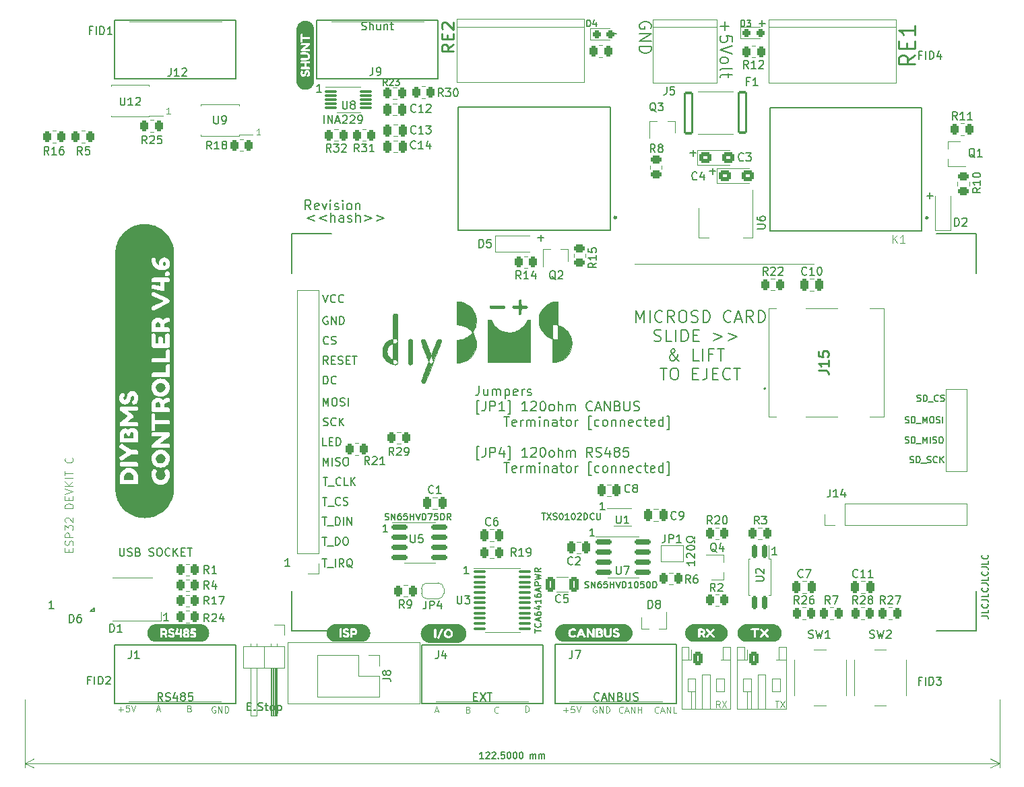
<source format=gbr>
%TF.GenerationSoftware,KiCad,Pcbnew,7.0.5-7.0.5~ubuntu20.04.1*%
%TF.CreationDate,2023-06-23T08:30:09+02:00*%
%TF.ProjectId,ControllerCircuit,436f6e74-726f-46c6-9c65-724369726375,rev?*%
%TF.SameCoordinates,Original*%
%TF.FileFunction,Legend,Top*%
%TF.FilePolarity,Positive*%
%FSLAX46Y46*%
G04 Gerber Fmt 4.6, Leading zero omitted, Abs format (unit mm)*
G04 Created by KiCad (PCBNEW 7.0.5-7.0.5~ubuntu20.04.1) date 2023-06-23 08:30:09*
%MOMM*%
%LPD*%
G01*
G04 APERTURE LIST*
G04 Aperture macros list*
%AMRoundRect*
0 Rectangle with rounded corners*
0 $1 Rounding radius*
0 $2 $3 $4 $5 $6 $7 $8 $9 X,Y pos of 4 corners*
0 Add a 4 corners polygon primitive as box body*
4,1,4,$2,$3,$4,$5,$6,$7,$8,$9,$2,$3,0*
0 Add four circle primitives for the rounded corners*
1,1,$1+$1,$2,$3*
1,1,$1+$1,$4,$5*
1,1,$1+$1,$6,$7*
1,1,$1+$1,$8,$9*
0 Add four rect primitives between the rounded corners*
20,1,$1+$1,$2,$3,$4,$5,0*
20,1,$1+$1,$4,$5,$6,$7,0*
20,1,$1+$1,$6,$7,$8,$9,0*
20,1,$1+$1,$8,$9,$2,$3,0*%
%AMFreePoly0*
4,1,19,0.500000,-0.750000,0.000000,-0.750000,0.000000,-0.744911,-0.071157,-0.744911,-0.207708,-0.704816,-0.327430,-0.627875,-0.420627,-0.520320,-0.479746,-0.390866,-0.500000,-0.250000,-0.500000,0.250000,-0.479746,0.390866,-0.420627,0.520320,-0.327430,0.627875,-0.207708,0.704816,-0.071157,0.744911,0.000000,0.744911,0.000000,0.750000,0.500000,0.750000,0.500000,-0.750000,0.500000,-0.750000,
$1*%
%AMFreePoly1*
4,1,19,0.000000,0.744911,0.071157,0.744911,0.207708,0.704816,0.327430,0.627875,0.420627,0.520320,0.479746,0.390866,0.500000,0.250000,0.500000,-0.250000,0.479746,-0.390866,0.420627,-0.520320,0.327430,-0.627875,0.207708,-0.704816,0.071157,-0.744911,0.000000,-0.744911,0.000000,-0.750000,-0.500000,-0.750000,-0.500000,0.750000,0.000000,0.750000,0.000000,0.744911,0.000000,0.744911,
$1*%
G04 Aperture macros list end*
%ADD10C,0.120000*%
%ADD11C,0.150000*%
%ADD12C,0.100000*%
%ADD13C,0.200000*%
%ADD14C,0.250000*%
%ADD15C,0.015000*%
%ADD16C,0.254000*%
%ADD17C,0.127000*%
%ADD18C,0.300000*%
%ADD19C,0.010000*%
%ADD20C,4.000000*%
%ADD21RoundRect,0.249999X-0.262501X-0.450001X0.262501X-0.450001X0.262501X0.450001X-0.262501X0.450001X0*%
%ADD22RoundRect,0.250000X-0.250000X-0.475000X0.250000X-0.475000X0.250000X0.475000X-0.250000X0.475000X0*%
%ADD23RoundRect,0.150000X-0.825000X-0.150000X0.825000X-0.150000X0.825000X0.150000X-0.825000X0.150000X0*%
%ADD24R,2.000000X2.000000*%
%ADD25C,2.200000*%
%ADD26R,1.800000X1.800000*%
%ADD27C,1.800000*%
%ADD28C,1.560000*%
%ADD29R,1.700000X1.700000*%
%ADD30O,1.700000X1.700000*%
%ADD31RoundRect,0.249999X-0.350001X-0.625001X0.350001X-0.625001X0.350001X0.625001X-0.350001X0.625001X0*%
%ADD32O,1.200000X1.750000*%
%ADD33R,1.980000X1.980000*%
%ADD34C,2.000000*%
%ADD35R,1.900000X2.200000*%
%ADD36RoundRect,0.237500X-0.287500X-0.237500X0.287500X-0.237500X0.287500X0.237500X-0.287500X0.237500X0*%
%ADD37R,1.700000X1.300000*%
%ADD38R,0.900000X0.800000*%
%ADD39RoundRect,0.249999X-0.450001X0.262501X-0.450001X-0.262501X0.450001X-0.262501X0.450001X0.262501X0*%
%ADD40RoundRect,0.249999X0.262501X0.450001X-0.262501X0.450001X-0.262501X-0.450001X0.262501X-0.450001X0*%
%ADD41R,0.800000X0.900000*%
%ADD42RoundRect,0.162500X-0.462500X-2.562500X0.462500X-2.562500X0.462500X2.562500X-0.462500X2.562500X0*%
%ADD43RoundRect,0.249999X-0.537501X-0.425001X0.537501X-0.425001X0.537501X0.425001X-0.537501X0.425001X0*%
%ADD44R,1.500000X2.000000*%
%ADD45R,3.800000X2.000000*%
%ADD46R,2.000000X0.640000*%
%ADD47R,1.900000X1.900000*%
%ADD48C,1.900000*%
%ADD49R,1.000000X1.500000*%
%ADD50FreePoly0,180.000000*%
%ADD51FreePoly1,180.000000*%
%ADD52R,2.200000X2.200000*%
%ADD53RoundRect,0.150000X-0.150000X0.662500X-0.150000X-0.662500X0.150000X-0.662500X0.150000X0.662500X0*%
%ADD54RoundRect,0.100000X-0.637500X-0.100000X0.637500X-0.100000X0.637500X0.100000X-0.637500X0.100000X0*%
%ADD55RoundRect,0.250000X-0.262500X-0.450000X0.262500X-0.450000X0.262500X0.450000X-0.262500X0.450000X0*%
%ADD56RoundRect,0.250000X0.325000X0.650000X-0.325000X0.650000X-0.325000X-0.650000X0.325000X-0.650000X0*%
%ADD57R,1.500000X0.800000*%
%ADD58R,2.000000X1.450000*%
%ADD59R,0.800000X0.300000*%
%ADD60C,3.200000*%
%ADD61R,1.200000X0.950000*%
%ADD62R,2.000000X1.100000*%
%ADD63RoundRect,0.250000X0.250000X0.475000X-0.250000X0.475000X-0.250000X-0.475000X0.250000X-0.475000X0*%
%ADD64RoundRect,0.075000X-0.650000X-0.075000X0.650000X-0.075000X0.650000X0.075000X-0.650000X0.075000X0*%
%ADD65R,1.300000X1.700000*%
%ADD66RoundRect,0.250000X0.262500X0.450000X-0.262500X0.450000X-0.262500X-0.450000X0.262500X-0.450000X0*%
G04 APERTURE END LIST*
D10*
X33000000Y9220000D02*
X49580000Y9220000D01*
X33000000Y1500000D02*
X33000000Y9220000D01*
X76660000Y56790000D02*
X99110000Y56780000D01*
X49580000Y9220000D02*
X49580000Y1500000D01*
X49580000Y1500000D02*
X33000000Y1500000D01*
D11*
X33285714Y18745181D02*
X32714286Y18745181D01*
X33000000Y18745181D02*
X33000000Y19745181D01*
X33000000Y19745181D02*
X32904762Y19602324D01*
X32904762Y19602324D02*
X32809524Y19507086D01*
X32809524Y19507086D02*
X32714286Y19459467D01*
X94495714Y20205181D02*
X93924286Y20205181D01*
X94210000Y20205181D02*
X94210000Y21205181D01*
X94210000Y21205181D02*
X94114762Y21062324D01*
X94114762Y21062324D02*
X94019524Y20967086D01*
X94019524Y20967086D02*
X93924286Y20919467D01*
D12*
X75155687Y382636D02*
X75117591Y344540D01*
X75117591Y344540D02*
X75003306Y306445D01*
X75003306Y306445D02*
X74927115Y306445D01*
X74927115Y306445D02*
X74812829Y344540D01*
X74812829Y344540D02*
X74736639Y420731D01*
X74736639Y420731D02*
X74698544Y496921D01*
X74698544Y496921D02*
X74660448Y649302D01*
X74660448Y649302D02*
X74660448Y763588D01*
X74660448Y763588D02*
X74698544Y915969D01*
X74698544Y915969D02*
X74736639Y992160D01*
X74736639Y992160D02*
X74812829Y1068350D01*
X74812829Y1068350D02*
X74927115Y1106445D01*
X74927115Y1106445D02*
X75003306Y1106445D01*
X75003306Y1106445D02*
X75117591Y1068350D01*
X75117591Y1068350D02*
X75155687Y1030255D01*
X75460448Y535017D02*
X75841401Y535017D01*
X75384258Y306445D02*
X75650925Y1106445D01*
X75650925Y1106445D02*
X75917591Y306445D01*
X76184258Y306445D02*
X76184258Y1106445D01*
X76184258Y1106445D02*
X76641401Y306445D01*
X76641401Y306445D02*
X76641401Y1106445D01*
X77022353Y306445D02*
X77022353Y1106445D01*
X77022353Y725493D02*
X77479496Y725493D01*
X77479496Y306445D02*
X77479496Y1106445D01*
X16551443Y723677D02*
X16932396Y723677D01*
X16475253Y495105D02*
X16741920Y1295105D01*
X16741920Y1295105D02*
X17008586Y495105D01*
D13*
X87937900Y87278572D02*
X87937900Y86135714D01*
X87366471Y86707143D02*
X88509328Y86707143D01*
X88866471Y84707143D02*
X88866471Y85421429D01*
X88866471Y85421429D02*
X88152185Y85492857D01*
X88152185Y85492857D02*
X88223614Y85421429D01*
X88223614Y85421429D02*
X88295042Y85278571D01*
X88295042Y85278571D02*
X88295042Y84921429D01*
X88295042Y84921429D02*
X88223614Y84778571D01*
X88223614Y84778571D02*
X88152185Y84707143D01*
X88152185Y84707143D02*
X88009328Y84635714D01*
X88009328Y84635714D02*
X87652185Y84635714D01*
X87652185Y84635714D02*
X87509328Y84707143D01*
X87509328Y84707143D02*
X87437900Y84778571D01*
X87437900Y84778571D02*
X87366471Y84921429D01*
X87366471Y84921429D02*
X87366471Y85278571D01*
X87366471Y85278571D02*
X87437900Y85421429D01*
X87437900Y85421429D02*
X87509328Y85492857D01*
X88866471Y84207143D02*
X87366471Y83707143D01*
X87366471Y83707143D02*
X88866471Y83207143D01*
X87366471Y82492858D02*
X87437900Y82635715D01*
X87437900Y82635715D02*
X87509328Y82707144D01*
X87509328Y82707144D02*
X87652185Y82778572D01*
X87652185Y82778572D02*
X88080757Y82778572D01*
X88080757Y82778572D02*
X88223614Y82707144D01*
X88223614Y82707144D02*
X88295042Y82635715D01*
X88295042Y82635715D02*
X88366471Y82492858D01*
X88366471Y82492858D02*
X88366471Y82278572D01*
X88366471Y82278572D02*
X88295042Y82135715D01*
X88295042Y82135715D02*
X88223614Y82064286D01*
X88223614Y82064286D02*
X88080757Y81992858D01*
X88080757Y81992858D02*
X87652185Y81992858D01*
X87652185Y81992858D02*
X87509328Y82064286D01*
X87509328Y82064286D02*
X87437900Y82135715D01*
X87437900Y82135715D02*
X87366471Y82278572D01*
X87366471Y82278572D02*
X87366471Y82492858D01*
X87366471Y81135715D02*
X87437900Y81278572D01*
X87437900Y81278572D02*
X87580757Y81350001D01*
X87580757Y81350001D02*
X88866471Y81350001D01*
X88366471Y80778572D02*
X88366471Y80207144D01*
X88866471Y80564287D02*
X87580757Y80564287D01*
X87580757Y80564287D02*
X87437900Y80492858D01*
X87437900Y80492858D02*
X87366471Y80350001D01*
X87366471Y80350001D02*
X87366471Y80207144D01*
D12*
X20699062Y864153D02*
X20813348Y826058D01*
X20813348Y826058D02*
X20851443Y787962D01*
X20851443Y787962D02*
X20889539Y711772D01*
X20889539Y711772D02*
X20889539Y597486D01*
X20889539Y597486D02*
X20851443Y521296D01*
X20851443Y521296D02*
X20813348Y483200D01*
X20813348Y483200D02*
X20737158Y445105D01*
X20737158Y445105D02*
X20432396Y445105D01*
X20432396Y445105D02*
X20432396Y1245105D01*
X20432396Y1245105D02*
X20699062Y1245105D01*
X20699062Y1245105D02*
X20775253Y1207010D01*
X20775253Y1207010D02*
X20813348Y1168915D01*
X20813348Y1168915D02*
X20851443Y1092724D01*
X20851443Y1092724D02*
X20851443Y1016534D01*
X20851443Y1016534D02*
X20813348Y940343D01*
X20813348Y940343D02*
X20775253Y902248D01*
X20775253Y902248D02*
X20699062Y864153D01*
X20699062Y864153D02*
X20432396Y864153D01*
D11*
X45585714Y23045181D02*
X45014286Y23045181D01*
X45300000Y23045181D02*
X45300000Y24045181D01*
X45300000Y24045181D02*
X45204762Y23902324D01*
X45204762Y23902324D02*
X45109524Y23807086D01*
X45109524Y23807086D02*
X45014286Y23759467D01*
X18045714Y11905181D02*
X17474286Y11905181D01*
X17760000Y11905181D02*
X17760000Y12905181D01*
X17760000Y12905181D02*
X17664762Y12762324D01*
X17664762Y12762324D02*
X17569524Y12667086D01*
X17569524Y12667086D02*
X17474286Y12619467D01*
D13*
X78670042Y86417857D02*
X78741471Y86560714D01*
X78741471Y86560714D02*
X78741471Y86775000D01*
X78741471Y86775000D02*
X78670042Y86989286D01*
X78670042Y86989286D02*
X78527185Y87132143D01*
X78527185Y87132143D02*
X78384328Y87203572D01*
X78384328Y87203572D02*
X78098614Y87275000D01*
X78098614Y87275000D02*
X77884328Y87275000D01*
X77884328Y87275000D02*
X77598614Y87203572D01*
X77598614Y87203572D02*
X77455757Y87132143D01*
X77455757Y87132143D02*
X77312900Y86989286D01*
X77312900Y86989286D02*
X77241471Y86775000D01*
X77241471Y86775000D02*
X77241471Y86632143D01*
X77241471Y86632143D02*
X77312900Y86417857D01*
X77312900Y86417857D02*
X77384328Y86346429D01*
X77384328Y86346429D02*
X77884328Y86346429D01*
X77884328Y86346429D02*
X77884328Y86632143D01*
X77241471Y85703572D02*
X78741471Y85703572D01*
X78741471Y85703572D02*
X77241471Y84846429D01*
X77241471Y84846429D02*
X78741471Y84846429D01*
X77241471Y84132143D02*
X78741471Y84132143D01*
X78741471Y84132143D02*
X78741471Y83775000D01*
X78741471Y83775000D02*
X78670042Y83560714D01*
X78670042Y83560714D02*
X78527185Y83417857D01*
X78527185Y83417857D02*
X78384328Y83346428D01*
X78384328Y83346428D02*
X78098614Y83275000D01*
X78098614Y83275000D02*
X77884328Y83275000D01*
X77884328Y83275000D02*
X77598614Y83346428D01*
X77598614Y83346428D02*
X77455757Y83417857D01*
X77455757Y83417857D02*
X77312900Y83560714D01*
X77312900Y83560714D02*
X77241471Y83775000D01*
X77241471Y83775000D02*
X77241471Y84132143D01*
D12*
X23932396Y1107010D02*
X23856206Y1145105D01*
X23856206Y1145105D02*
X23741920Y1145105D01*
X23741920Y1145105D02*
X23627634Y1107010D01*
X23627634Y1107010D02*
X23551444Y1030820D01*
X23551444Y1030820D02*
X23513349Y954629D01*
X23513349Y954629D02*
X23475253Y802248D01*
X23475253Y802248D02*
X23475253Y687962D01*
X23475253Y687962D02*
X23513349Y535581D01*
X23513349Y535581D02*
X23551444Y459391D01*
X23551444Y459391D02*
X23627634Y383200D01*
X23627634Y383200D02*
X23741920Y345105D01*
X23741920Y345105D02*
X23818111Y345105D01*
X23818111Y345105D02*
X23932396Y383200D01*
X23932396Y383200D02*
X23970492Y421296D01*
X23970492Y421296D02*
X23970492Y687962D01*
X23970492Y687962D02*
X23818111Y687962D01*
X24313349Y345105D02*
X24313349Y1145105D01*
X24313349Y1145105D02*
X24770492Y345105D01*
X24770492Y345105D02*
X24770492Y1145105D01*
X25151444Y345105D02*
X25151444Y1145105D01*
X25151444Y1145105D02*
X25341920Y1145105D01*
X25341920Y1145105D02*
X25456206Y1107010D01*
X25456206Y1107010D02*
X25532396Y1030820D01*
X25532396Y1030820D02*
X25570491Y954629D01*
X25570491Y954629D02*
X25608587Y802248D01*
X25608587Y802248D02*
X25608587Y687962D01*
X25608587Y687962D02*
X25570491Y535581D01*
X25570491Y535581D02*
X25532396Y459391D01*
X25532396Y459391D02*
X25456206Y383200D01*
X25456206Y383200D02*
X25341920Y345105D01*
X25341920Y345105D02*
X25151444Y345105D01*
D11*
X55785714Y17795181D02*
X55214286Y17795181D01*
X55500000Y17795181D02*
X55500000Y18795181D01*
X55500000Y18795181D02*
X55404762Y18652324D01*
X55404762Y18652324D02*
X55309524Y18557086D01*
X55309524Y18557086D02*
X55214286Y18509467D01*
D12*
X79645925Y382636D02*
X79607829Y344540D01*
X79607829Y344540D02*
X79493544Y306445D01*
X79493544Y306445D02*
X79417353Y306445D01*
X79417353Y306445D02*
X79303067Y344540D01*
X79303067Y344540D02*
X79226877Y420731D01*
X79226877Y420731D02*
X79188782Y496921D01*
X79188782Y496921D02*
X79150686Y649302D01*
X79150686Y649302D02*
X79150686Y763588D01*
X79150686Y763588D02*
X79188782Y915969D01*
X79188782Y915969D02*
X79226877Y992160D01*
X79226877Y992160D02*
X79303067Y1068350D01*
X79303067Y1068350D02*
X79417353Y1106445D01*
X79417353Y1106445D02*
X79493544Y1106445D01*
X79493544Y1106445D02*
X79607829Y1068350D01*
X79607829Y1068350D02*
X79645925Y1030255D01*
X79950686Y535017D02*
X80331639Y535017D01*
X79874496Y306445D02*
X80141163Y1106445D01*
X80141163Y1106445D02*
X80407829Y306445D01*
X80674496Y306445D02*
X80674496Y1106445D01*
X80674496Y1106445D02*
X81131639Y306445D01*
X81131639Y306445D02*
X81131639Y1106445D01*
X81893543Y306445D02*
X81512591Y306445D01*
X81512591Y306445D02*
X81512591Y1106445D01*
X71814496Y1083350D02*
X71738306Y1121445D01*
X71738306Y1121445D02*
X71624020Y1121445D01*
X71624020Y1121445D02*
X71509734Y1083350D01*
X71509734Y1083350D02*
X71433544Y1007160D01*
X71433544Y1007160D02*
X71395449Y930969D01*
X71395449Y930969D02*
X71357353Y778588D01*
X71357353Y778588D02*
X71357353Y664302D01*
X71357353Y664302D02*
X71395449Y511921D01*
X71395449Y511921D02*
X71433544Y435731D01*
X71433544Y435731D02*
X71509734Y359540D01*
X71509734Y359540D02*
X71624020Y321445D01*
X71624020Y321445D02*
X71700211Y321445D01*
X71700211Y321445D02*
X71814496Y359540D01*
X71814496Y359540D02*
X71852592Y397636D01*
X71852592Y397636D02*
X71852592Y664302D01*
X71852592Y664302D02*
X71700211Y664302D01*
X72195449Y321445D02*
X72195449Y1121445D01*
X72195449Y1121445D02*
X72652592Y321445D01*
X72652592Y321445D02*
X72652592Y1121445D01*
X73033544Y321445D02*
X73033544Y1121445D01*
X73033544Y1121445D02*
X73224020Y1121445D01*
X73224020Y1121445D02*
X73338306Y1083350D01*
X73338306Y1083350D02*
X73414496Y1007160D01*
X73414496Y1007160D02*
X73452591Y930969D01*
X73452591Y930969D02*
X73490687Y778588D01*
X73490687Y778588D02*
X73490687Y664302D01*
X73490687Y664302D02*
X73452591Y511921D01*
X73452591Y511921D02*
X73414496Y435731D01*
X73414496Y435731D02*
X73338306Y359540D01*
X73338306Y359540D02*
X73224020Y321445D01*
X73224020Y321445D02*
X73033544Y321445D01*
X11753349Y759867D02*
X12362873Y759867D01*
X12058111Y455105D02*
X12058111Y1064629D01*
X13124777Y1255105D02*
X12743825Y1255105D01*
X12743825Y1255105D02*
X12705729Y874153D01*
X12705729Y874153D02*
X12743825Y912248D01*
X12743825Y912248D02*
X12820015Y950343D01*
X12820015Y950343D02*
X13010491Y950343D01*
X13010491Y950343D02*
X13086682Y912248D01*
X13086682Y912248D02*
X13124777Y874153D01*
X13124777Y874153D02*
X13162872Y797962D01*
X13162872Y797962D02*
X13162872Y607486D01*
X13162872Y607486D02*
X13124777Y531296D01*
X13124777Y531296D02*
X13086682Y493200D01*
X13086682Y493200D02*
X13010491Y455105D01*
X13010491Y455105D02*
X12820015Y455105D01*
X12820015Y455105D02*
X12743825Y493200D01*
X12743825Y493200D02*
X12705729Y531296D01*
X13391444Y1255105D02*
X13658111Y455105D01*
X13658111Y455105D02*
X13924777Y1255105D01*
D14*
X53880928Y84394099D02*
X53166642Y83894099D01*
X53880928Y83536956D02*
X52380928Y83536956D01*
X52380928Y83536956D02*
X52380928Y84108385D01*
X52380928Y84108385D02*
X52452357Y84251242D01*
X52452357Y84251242D02*
X52523785Y84322671D01*
X52523785Y84322671D02*
X52666642Y84394099D01*
X52666642Y84394099D02*
X52880928Y84394099D01*
X52880928Y84394099D02*
X53023785Y84322671D01*
X53023785Y84322671D02*
X53095214Y84251242D01*
X53095214Y84251242D02*
X53166642Y84108385D01*
X53166642Y84108385D02*
X53166642Y83536956D01*
X53095214Y85036956D02*
X53095214Y85536956D01*
X53880928Y85751242D02*
X53880928Y85036956D01*
X53880928Y85036956D02*
X52380928Y85036956D01*
X52380928Y85036956D02*
X52380928Y85751242D01*
X52523785Y86322671D02*
X52452357Y86394099D01*
X52452357Y86394099D02*
X52380928Y86536956D01*
X52380928Y86536956D02*
X52380928Y86894099D01*
X52380928Y86894099D02*
X52452357Y87036956D01*
X52452357Y87036956D02*
X52523785Y87108385D01*
X52523785Y87108385D02*
X52666642Y87179814D01*
X52666642Y87179814D02*
X52809500Y87179814D01*
X52809500Y87179814D02*
X53023785Y87108385D01*
X53023785Y87108385D02*
X53880928Y86251242D01*
X53880928Y86251242D02*
X53880928Y87179814D01*
D12*
X55721162Y730493D02*
X55835448Y692398D01*
X55835448Y692398D02*
X55873543Y654302D01*
X55873543Y654302D02*
X55911639Y578112D01*
X55911639Y578112D02*
X55911639Y463826D01*
X55911639Y463826D02*
X55873543Y387636D01*
X55873543Y387636D02*
X55835448Y349540D01*
X55835448Y349540D02*
X55759258Y311445D01*
X55759258Y311445D02*
X55454496Y311445D01*
X55454496Y311445D02*
X55454496Y1111445D01*
X55454496Y1111445D02*
X55721162Y1111445D01*
X55721162Y1111445D02*
X55797353Y1073350D01*
X55797353Y1073350D02*
X55835448Y1035255D01*
X55835448Y1035255D02*
X55873543Y959064D01*
X55873543Y959064D02*
X55873543Y882874D01*
X55873543Y882874D02*
X55835448Y806683D01*
X55835448Y806683D02*
X55797353Y768588D01*
X55797353Y768588D02*
X55721162Y730493D01*
X55721162Y730493D02*
X55454496Y730493D01*
X51573543Y590017D02*
X51954496Y590017D01*
X51497353Y361445D02*
X51764020Y1161445D01*
X51764020Y1161445D02*
X52030686Y361445D01*
X59511639Y387636D02*
X59473543Y349540D01*
X59473543Y349540D02*
X59359258Y311445D01*
X59359258Y311445D02*
X59283067Y311445D01*
X59283067Y311445D02*
X59168781Y349540D01*
X59168781Y349540D02*
X59092591Y425731D01*
X59092591Y425731D02*
X59054496Y501921D01*
X59054496Y501921D02*
X59016400Y654302D01*
X59016400Y654302D02*
X59016400Y768588D01*
X59016400Y768588D02*
X59054496Y920969D01*
X59054496Y920969D02*
X59092591Y997160D01*
X59092591Y997160D02*
X59168781Y1073350D01*
X59168781Y1073350D02*
X59283067Y1111445D01*
X59283067Y1111445D02*
X59359258Y1111445D01*
X59359258Y1111445D02*
X59473543Y1073350D01*
X59473543Y1073350D02*
X59511639Y1035255D01*
X62904496Y411445D02*
X62904496Y1211445D01*
X62904496Y1211445D02*
X63094972Y1211445D01*
X63094972Y1211445D02*
X63209258Y1173350D01*
X63209258Y1173350D02*
X63285448Y1097160D01*
X63285448Y1097160D02*
X63323543Y1020969D01*
X63323543Y1020969D02*
X63361639Y868588D01*
X63361639Y868588D02*
X63361639Y754302D01*
X63361639Y754302D02*
X63323543Y601921D01*
X63323543Y601921D02*
X63285448Y525731D01*
X63285448Y525731D02*
X63209258Y449540D01*
X63209258Y449540D02*
X63094972Y411445D01*
X63094972Y411445D02*
X62904496Y411445D01*
D11*
X27970952Y1138991D02*
X28304285Y1138991D01*
X28447142Y615181D02*
X27970952Y615181D01*
X27970952Y615181D02*
X27970952Y1615181D01*
X27970952Y1615181D02*
X28447142Y1615181D01*
X28875714Y710420D02*
X28923333Y662800D01*
X28923333Y662800D02*
X28875714Y615181D01*
X28875714Y615181D02*
X28828095Y662800D01*
X28828095Y662800D02*
X28875714Y710420D01*
X28875714Y710420D02*
X28875714Y615181D01*
X29304285Y662800D02*
X29447142Y615181D01*
X29447142Y615181D02*
X29685237Y615181D01*
X29685237Y615181D02*
X29780475Y662800D01*
X29780475Y662800D02*
X29828094Y710420D01*
X29828094Y710420D02*
X29875713Y805658D01*
X29875713Y805658D02*
X29875713Y900896D01*
X29875713Y900896D02*
X29828094Y996134D01*
X29828094Y996134D02*
X29780475Y1043753D01*
X29780475Y1043753D02*
X29685237Y1091372D01*
X29685237Y1091372D02*
X29494761Y1138991D01*
X29494761Y1138991D02*
X29399523Y1186610D01*
X29399523Y1186610D02*
X29351904Y1234229D01*
X29351904Y1234229D02*
X29304285Y1329467D01*
X29304285Y1329467D02*
X29304285Y1424705D01*
X29304285Y1424705D02*
X29351904Y1519943D01*
X29351904Y1519943D02*
X29399523Y1567562D01*
X29399523Y1567562D02*
X29494761Y1615181D01*
X29494761Y1615181D02*
X29732856Y1615181D01*
X29732856Y1615181D02*
X29875713Y1567562D01*
X30161428Y1281848D02*
X30542380Y1281848D01*
X30304285Y1615181D02*
X30304285Y758039D01*
X30304285Y758039D02*
X30351904Y662800D01*
X30351904Y662800D02*
X30447142Y615181D01*
X30447142Y615181D02*
X30542380Y615181D01*
X31018571Y615181D02*
X30923333Y662800D01*
X30923333Y662800D02*
X30875714Y710420D01*
X30875714Y710420D02*
X30828095Y805658D01*
X30828095Y805658D02*
X30828095Y1091372D01*
X30828095Y1091372D02*
X30875714Y1186610D01*
X30875714Y1186610D02*
X30923333Y1234229D01*
X30923333Y1234229D02*
X31018571Y1281848D01*
X31018571Y1281848D02*
X31161428Y1281848D01*
X31161428Y1281848D02*
X31256666Y1234229D01*
X31256666Y1234229D02*
X31304285Y1186610D01*
X31304285Y1186610D02*
X31351904Y1091372D01*
X31351904Y1091372D02*
X31351904Y805658D01*
X31351904Y805658D02*
X31304285Y710420D01*
X31304285Y710420D02*
X31256666Y662800D01*
X31256666Y662800D02*
X31161428Y615181D01*
X31161428Y615181D02*
X31018571Y615181D01*
X31780476Y1281848D02*
X31780476Y281848D01*
X31780476Y1234229D02*
X31875714Y1281848D01*
X31875714Y1281848D02*
X32066190Y1281848D01*
X32066190Y1281848D02*
X32161428Y1234229D01*
X32161428Y1234229D02*
X32209047Y1186610D01*
X32209047Y1186610D02*
X32256666Y1091372D01*
X32256666Y1091372D02*
X32256666Y805658D01*
X32256666Y805658D02*
X32209047Y710420D01*
X32209047Y710420D02*
X32161428Y662800D01*
X32161428Y662800D02*
X32066190Y615181D01*
X32066190Y615181D02*
X31875714Y615181D01*
X31875714Y615181D02*
X31780476Y662800D01*
D14*
X111847238Y83035009D02*
X110894857Y82368342D01*
X111847238Y81892152D02*
X109847238Y81892152D01*
X109847238Y81892152D02*
X109847238Y82654057D01*
X109847238Y82654057D02*
X109942476Y82844533D01*
X109942476Y82844533D02*
X110037714Y82939771D01*
X110037714Y82939771D02*
X110228190Y83035009D01*
X110228190Y83035009D02*
X110513904Y83035009D01*
X110513904Y83035009D02*
X110704380Y82939771D01*
X110704380Y82939771D02*
X110799619Y82844533D01*
X110799619Y82844533D02*
X110894857Y82654057D01*
X110894857Y82654057D02*
X110894857Y81892152D01*
X110799619Y83892152D02*
X110799619Y84558819D01*
X111847238Y84844533D02*
X111847238Y83892152D01*
X111847238Y83892152D02*
X109847238Y83892152D01*
X109847238Y83892152D02*
X109847238Y84844533D01*
X111847238Y86749295D02*
X111847238Y85606438D01*
X111847238Y86177866D02*
X109847238Y86177866D01*
X109847238Y86177866D02*
X110132952Y85987390D01*
X110132952Y85987390D02*
X110323428Y85796914D01*
X110323428Y85796914D02*
X110418666Y85606438D01*
D12*
X5517669Y20538292D02*
X5517669Y20871625D01*
X6041479Y21014482D02*
X6041479Y20538292D01*
X6041479Y20538292D02*
X5041479Y20538292D01*
X5041479Y20538292D02*
X5041479Y21014482D01*
X5993860Y21395435D02*
X6041479Y21538292D01*
X6041479Y21538292D02*
X6041479Y21776387D01*
X6041479Y21776387D02*
X5993860Y21871625D01*
X5993860Y21871625D02*
X5946240Y21919244D01*
X5946240Y21919244D02*
X5851002Y21966863D01*
X5851002Y21966863D02*
X5755764Y21966863D01*
X5755764Y21966863D02*
X5660526Y21919244D01*
X5660526Y21919244D02*
X5612907Y21871625D01*
X5612907Y21871625D02*
X5565288Y21776387D01*
X5565288Y21776387D02*
X5517669Y21585911D01*
X5517669Y21585911D02*
X5470050Y21490673D01*
X5470050Y21490673D02*
X5422431Y21443054D01*
X5422431Y21443054D02*
X5327193Y21395435D01*
X5327193Y21395435D02*
X5231955Y21395435D01*
X5231955Y21395435D02*
X5136717Y21443054D01*
X5136717Y21443054D02*
X5089098Y21490673D01*
X5089098Y21490673D02*
X5041479Y21585911D01*
X5041479Y21585911D02*
X5041479Y21824006D01*
X5041479Y21824006D02*
X5089098Y21966863D01*
X6041479Y22395435D02*
X5041479Y22395435D01*
X5041479Y22395435D02*
X5041479Y22776387D01*
X5041479Y22776387D02*
X5089098Y22871625D01*
X5089098Y22871625D02*
X5136717Y22919244D01*
X5136717Y22919244D02*
X5231955Y22966863D01*
X5231955Y22966863D02*
X5374812Y22966863D01*
X5374812Y22966863D02*
X5470050Y22919244D01*
X5470050Y22919244D02*
X5517669Y22871625D01*
X5517669Y22871625D02*
X5565288Y22776387D01*
X5565288Y22776387D02*
X5565288Y22395435D01*
X5041479Y23300197D02*
X5041479Y23919244D01*
X5041479Y23919244D02*
X5422431Y23585911D01*
X5422431Y23585911D02*
X5422431Y23728768D01*
X5422431Y23728768D02*
X5470050Y23824006D01*
X5470050Y23824006D02*
X5517669Y23871625D01*
X5517669Y23871625D02*
X5612907Y23919244D01*
X5612907Y23919244D02*
X5851002Y23919244D01*
X5851002Y23919244D02*
X5946240Y23871625D01*
X5946240Y23871625D02*
X5993860Y23824006D01*
X5993860Y23824006D02*
X6041479Y23728768D01*
X6041479Y23728768D02*
X6041479Y23443054D01*
X6041479Y23443054D02*
X5993860Y23347816D01*
X5993860Y23347816D02*
X5946240Y23300197D01*
X5136717Y24300197D02*
X5089098Y24347816D01*
X5089098Y24347816D02*
X5041479Y24443054D01*
X5041479Y24443054D02*
X5041479Y24681149D01*
X5041479Y24681149D02*
X5089098Y24776387D01*
X5089098Y24776387D02*
X5136717Y24824006D01*
X5136717Y24824006D02*
X5231955Y24871625D01*
X5231955Y24871625D02*
X5327193Y24871625D01*
X5327193Y24871625D02*
X5470050Y24824006D01*
X5470050Y24824006D02*
X6041479Y24252578D01*
X6041479Y24252578D02*
X6041479Y24871625D01*
X6041479Y26062102D02*
X5041479Y26062102D01*
X5041479Y26062102D02*
X5041479Y26300197D01*
X5041479Y26300197D02*
X5089098Y26443054D01*
X5089098Y26443054D02*
X5184336Y26538292D01*
X5184336Y26538292D02*
X5279574Y26585911D01*
X5279574Y26585911D02*
X5470050Y26633530D01*
X5470050Y26633530D02*
X5612907Y26633530D01*
X5612907Y26633530D02*
X5803383Y26585911D01*
X5803383Y26585911D02*
X5898621Y26538292D01*
X5898621Y26538292D02*
X5993860Y26443054D01*
X5993860Y26443054D02*
X6041479Y26300197D01*
X6041479Y26300197D02*
X6041479Y26062102D01*
X5517669Y27062102D02*
X5517669Y27395435D01*
X6041479Y27538292D02*
X6041479Y27062102D01*
X6041479Y27062102D02*
X5041479Y27062102D01*
X5041479Y27062102D02*
X5041479Y27538292D01*
X5041479Y27824007D02*
X6041479Y28157340D01*
X6041479Y28157340D02*
X5041479Y28490673D01*
X6041479Y28824007D02*
X5041479Y28824007D01*
X6041479Y29395435D02*
X5470050Y28966864D01*
X5041479Y29395435D02*
X5612907Y28824007D01*
X6041479Y29824007D02*
X5041479Y29824007D01*
X5041479Y30157340D02*
X5041479Y30728768D01*
X6041479Y30443054D02*
X5041479Y30443054D01*
X5946240Y32395435D02*
X5993860Y32347816D01*
X5993860Y32347816D02*
X6041479Y32204959D01*
X6041479Y32204959D02*
X6041479Y32109721D01*
X6041479Y32109721D02*
X5993860Y31966864D01*
X5993860Y31966864D02*
X5898621Y31871626D01*
X5898621Y31871626D02*
X5803383Y31824007D01*
X5803383Y31824007D02*
X5612907Y31776388D01*
X5612907Y31776388D02*
X5470050Y31776388D01*
X5470050Y31776388D02*
X5279574Y31824007D01*
X5279574Y31824007D02*
X5184336Y31871626D01*
X5184336Y31871626D02*
X5089098Y31966864D01*
X5089098Y31966864D02*
X5041479Y32109721D01*
X5041479Y32109721D02*
X5041479Y32204959D01*
X5041479Y32204959D02*
X5089098Y32347816D01*
X5089098Y32347816D02*
X5136717Y32395435D01*
D11*
X11910839Y21045181D02*
X11910839Y20235658D01*
X11910839Y20235658D02*
X11958458Y20140420D01*
X11958458Y20140420D02*
X12006077Y20092800D01*
X12006077Y20092800D02*
X12101315Y20045181D01*
X12101315Y20045181D02*
X12291791Y20045181D01*
X12291791Y20045181D02*
X12387029Y20092800D01*
X12387029Y20092800D02*
X12434648Y20140420D01*
X12434648Y20140420D02*
X12482267Y20235658D01*
X12482267Y20235658D02*
X12482267Y21045181D01*
X12910839Y20092800D02*
X13053696Y20045181D01*
X13053696Y20045181D02*
X13291791Y20045181D01*
X13291791Y20045181D02*
X13387029Y20092800D01*
X13387029Y20092800D02*
X13434648Y20140420D01*
X13434648Y20140420D02*
X13482267Y20235658D01*
X13482267Y20235658D02*
X13482267Y20330896D01*
X13482267Y20330896D02*
X13434648Y20426134D01*
X13434648Y20426134D02*
X13387029Y20473753D01*
X13387029Y20473753D02*
X13291791Y20521372D01*
X13291791Y20521372D02*
X13101315Y20568991D01*
X13101315Y20568991D02*
X13006077Y20616610D01*
X13006077Y20616610D02*
X12958458Y20664229D01*
X12958458Y20664229D02*
X12910839Y20759467D01*
X12910839Y20759467D02*
X12910839Y20854705D01*
X12910839Y20854705D02*
X12958458Y20949943D01*
X12958458Y20949943D02*
X13006077Y20997562D01*
X13006077Y20997562D02*
X13101315Y21045181D01*
X13101315Y21045181D02*
X13339410Y21045181D01*
X13339410Y21045181D02*
X13482267Y20997562D01*
X14244172Y20568991D02*
X14387029Y20521372D01*
X14387029Y20521372D02*
X14434648Y20473753D01*
X14434648Y20473753D02*
X14482267Y20378515D01*
X14482267Y20378515D02*
X14482267Y20235658D01*
X14482267Y20235658D02*
X14434648Y20140420D01*
X14434648Y20140420D02*
X14387029Y20092800D01*
X14387029Y20092800D02*
X14291791Y20045181D01*
X14291791Y20045181D02*
X13910839Y20045181D01*
X13910839Y20045181D02*
X13910839Y21045181D01*
X13910839Y21045181D02*
X14244172Y21045181D01*
X14244172Y21045181D02*
X14339410Y20997562D01*
X14339410Y20997562D02*
X14387029Y20949943D01*
X14387029Y20949943D02*
X14434648Y20854705D01*
X14434648Y20854705D02*
X14434648Y20759467D01*
X14434648Y20759467D02*
X14387029Y20664229D01*
X14387029Y20664229D02*
X14339410Y20616610D01*
X14339410Y20616610D02*
X14244172Y20568991D01*
X14244172Y20568991D02*
X13910839Y20568991D01*
X15625125Y20092800D02*
X15767982Y20045181D01*
X15767982Y20045181D02*
X16006077Y20045181D01*
X16006077Y20045181D02*
X16101315Y20092800D01*
X16101315Y20092800D02*
X16148934Y20140420D01*
X16148934Y20140420D02*
X16196553Y20235658D01*
X16196553Y20235658D02*
X16196553Y20330896D01*
X16196553Y20330896D02*
X16148934Y20426134D01*
X16148934Y20426134D02*
X16101315Y20473753D01*
X16101315Y20473753D02*
X16006077Y20521372D01*
X16006077Y20521372D02*
X15815601Y20568991D01*
X15815601Y20568991D02*
X15720363Y20616610D01*
X15720363Y20616610D02*
X15672744Y20664229D01*
X15672744Y20664229D02*
X15625125Y20759467D01*
X15625125Y20759467D02*
X15625125Y20854705D01*
X15625125Y20854705D02*
X15672744Y20949943D01*
X15672744Y20949943D02*
X15720363Y20997562D01*
X15720363Y20997562D02*
X15815601Y21045181D01*
X15815601Y21045181D02*
X16053696Y21045181D01*
X16053696Y21045181D02*
X16196553Y20997562D01*
X16815601Y21045181D02*
X17006077Y21045181D01*
X17006077Y21045181D02*
X17101315Y20997562D01*
X17101315Y20997562D02*
X17196553Y20902324D01*
X17196553Y20902324D02*
X17244172Y20711848D01*
X17244172Y20711848D02*
X17244172Y20378515D01*
X17244172Y20378515D02*
X17196553Y20188039D01*
X17196553Y20188039D02*
X17101315Y20092800D01*
X17101315Y20092800D02*
X17006077Y20045181D01*
X17006077Y20045181D02*
X16815601Y20045181D01*
X16815601Y20045181D02*
X16720363Y20092800D01*
X16720363Y20092800D02*
X16625125Y20188039D01*
X16625125Y20188039D02*
X16577506Y20378515D01*
X16577506Y20378515D02*
X16577506Y20711848D01*
X16577506Y20711848D02*
X16625125Y20902324D01*
X16625125Y20902324D02*
X16720363Y20997562D01*
X16720363Y20997562D02*
X16815601Y21045181D01*
X18244172Y20140420D02*
X18196553Y20092800D01*
X18196553Y20092800D02*
X18053696Y20045181D01*
X18053696Y20045181D02*
X17958458Y20045181D01*
X17958458Y20045181D02*
X17815601Y20092800D01*
X17815601Y20092800D02*
X17720363Y20188039D01*
X17720363Y20188039D02*
X17672744Y20283277D01*
X17672744Y20283277D02*
X17625125Y20473753D01*
X17625125Y20473753D02*
X17625125Y20616610D01*
X17625125Y20616610D02*
X17672744Y20807086D01*
X17672744Y20807086D02*
X17720363Y20902324D01*
X17720363Y20902324D02*
X17815601Y20997562D01*
X17815601Y20997562D02*
X17958458Y21045181D01*
X17958458Y21045181D02*
X18053696Y21045181D01*
X18053696Y21045181D02*
X18196553Y20997562D01*
X18196553Y20997562D02*
X18244172Y20949943D01*
X18672744Y20045181D02*
X18672744Y21045181D01*
X19244172Y20045181D02*
X18815601Y20616610D01*
X19244172Y21045181D02*
X18672744Y20473753D01*
X19672744Y20568991D02*
X20006077Y20568991D01*
X20148934Y20045181D02*
X19672744Y20045181D01*
X19672744Y20045181D02*
X19672744Y21045181D01*
X19672744Y21045181D02*
X20148934Y21045181D01*
X20434649Y21045181D02*
X21006077Y21045181D01*
X20720363Y20045181D02*
X20720363Y21045181D01*
X113369048Y65336134D02*
X114130953Y65336134D01*
X113750000Y64955181D02*
X113750000Y65717086D01*
X92269048Y87026134D02*
X93030953Y87026134D01*
X92650000Y86645181D02*
X92650000Y87407086D01*
X83976133Y71130952D02*
X83976133Y70369047D01*
X83595180Y70750000D02*
X84357085Y70750000D01*
X86451133Y68805952D02*
X86451133Y68044047D01*
X86070180Y68425000D02*
X86832085Y68425000D01*
X120262295Y12504762D02*
X120833723Y12504762D01*
X120833723Y12504762D02*
X120948009Y12466667D01*
X120948009Y12466667D02*
X121024200Y12390476D01*
X121024200Y12390476D02*
X121062295Y12276191D01*
X121062295Y12276191D02*
X121062295Y12200000D01*
X121062295Y13266667D02*
X121062295Y12885715D01*
X121062295Y12885715D02*
X120262295Y12885715D01*
X120986104Y13990477D02*
X121024200Y13952381D01*
X121024200Y13952381D02*
X121062295Y13838096D01*
X121062295Y13838096D02*
X121062295Y13761905D01*
X121062295Y13761905D02*
X121024200Y13647619D01*
X121024200Y13647619D02*
X120948009Y13571429D01*
X120948009Y13571429D02*
X120871819Y13533334D01*
X120871819Y13533334D02*
X120719438Y13495238D01*
X120719438Y13495238D02*
X120605152Y13495238D01*
X120605152Y13495238D02*
X120452771Y13533334D01*
X120452771Y13533334D02*
X120376580Y13571429D01*
X120376580Y13571429D02*
X120300390Y13647619D01*
X120300390Y13647619D02*
X120262295Y13761905D01*
X120262295Y13761905D02*
X120262295Y13838096D01*
X120262295Y13838096D02*
X120300390Y13952381D01*
X120300390Y13952381D02*
X120338485Y13990477D01*
X120262295Y14561905D02*
X120833723Y14561905D01*
X120833723Y14561905D02*
X120948009Y14523810D01*
X120948009Y14523810D02*
X121024200Y14447619D01*
X121024200Y14447619D02*
X121062295Y14333334D01*
X121062295Y14333334D02*
X121062295Y14257143D01*
X121062295Y15323810D02*
X121062295Y14942858D01*
X121062295Y14942858D02*
X120262295Y14942858D01*
X120986104Y16047620D02*
X121024200Y16009524D01*
X121024200Y16009524D02*
X121062295Y15895239D01*
X121062295Y15895239D02*
X121062295Y15819048D01*
X121062295Y15819048D02*
X121024200Y15704762D01*
X121024200Y15704762D02*
X120948009Y15628572D01*
X120948009Y15628572D02*
X120871819Y15590477D01*
X120871819Y15590477D02*
X120719438Y15552381D01*
X120719438Y15552381D02*
X120605152Y15552381D01*
X120605152Y15552381D02*
X120452771Y15590477D01*
X120452771Y15590477D02*
X120376580Y15628572D01*
X120376580Y15628572D02*
X120300390Y15704762D01*
X120300390Y15704762D02*
X120262295Y15819048D01*
X120262295Y15819048D02*
X120262295Y15895239D01*
X120262295Y15895239D02*
X120300390Y16009524D01*
X120300390Y16009524D02*
X120338485Y16047620D01*
X120262295Y16619048D02*
X120833723Y16619048D01*
X120833723Y16619048D02*
X120948009Y16580953D01*
X120948009Y16580953D02*
X121024200Y16504762D01*
X121024200Y16504762D02*
X121062295Y16390477D01*
X121062295Y16390477D02*
X121062295Y16314286D01*
X121062295Y17380953D02*
X121062295Y17000001D01*
X121062295Y17000001D02*
X120262295Y17000001D01*
X120986104Y18104763D02*
X121024200Y18066667D01*
X121024200Y18066667D02*
X121062295Y17952382D01*
X121062295Y17952382D02*
X121062295Y17876191D01*
X121062295Y17876191D02*
X121024200Y17761905D01*
X121024200Y17761905D02*
X120948009Y17685715D01*
X120948009Y17685715D02*
X120871819Y17647620D01*
X120871819Y17647620D02*
X120719438Y17609524D01*
X120719438Y17609524D02*
X120605152Y17609524D01*
X120605152Y17609524D02*
X120452771Y17647620D01*
X120452771Y17647620D02*
X120376580Y17685715D01*
X120376580Y17685715D02*
X120300390Y17761905D01*
X120300390Y17761905D02*
X120262295Y17876191D01*
X120262295Y17876191D02*
X120262295Y17952382D01*
X120262295Y17952382D02*
X120300390Y18066667D01*
X120300390Y18066667D02*
X120338485Y18104763D01*
X120262295Y18676191D02*
X120833723Y18676191D01*
X120833723Y18676191D02*
X120948009Y18638096D01*
X120948009Y18638096D02*
X121024200Y18561905D01*
X121024200Y18561905D02*
X121062295Y18447620D01*
X121062295Y18447620D02*
X121062295Y18371429D01*
X121062295Y19438096D02*
X121062295Y19057144D01*
X121062295Y19057144D02*
X120262295Y19057144D01*
X120986104Y20161906D02*
X121024200Y20123810D01*
X121024200Y20123810D02*
X121062295Y20009525D01*
X121062295Y20009525D02*
X121062295Y19933334D01*
X121062295Y19933334D02*
X121024200Y19819048D01*
X121024200Y19819048D02*
X120948009Y19742858D01*
X120948009Y19742858D02*
X120871819Y19704763D01*
X120871819Y19704763D02*
X120719438Y19666667D01*
X120719438Y19666667D02*
X120605152Y19666667D01*
X120605152Y19666667D02*
X120452771Y19704763D01*
X120452771Y19704763D02*
X120376580Y19742858D01*
X120376580Y19742858D02*
X120300390Y19819048D01*
X120300390Y19819048D02*
X120262295Y19933334D01*
X120262295Y19933334D02*
X120262295Y20009525D01*
X120262295Y20009525D02*
X120300390Y20123810D01*
X120300390Y20123810D02*
X120338485Y20161906D01*
D12*
X18278571Y75660105D02*
X17821428Y75660105D01*
X18050000Y75660105D02*
X18050000Y76460105D01*
X18050000Y76460105D02*
X17973809Y76345820D01*
X17973809Y76345820D02*
X17897619Y76269629D01*
X17897619Y76269629D02*
X17821428Y76231534D01*
D13*
X76828571Y49438972D02*
X76828571Y50938972D01*
X76828571Y50938972D02*
X77328571Y49867543D01*
X77328571Y49867543D02*
X77828571Y50938972D01*
X77828571Y50938972D02*
X77828571Y49438972D01*
X78542857Y49438972D02*
X78542857Y50938972D01*
X80114286Y49581829D02*
X80042858Y49510400D01*
X80042858Y49510400D02*
X79828572Y49438972D01*
X79828572Y49438972D02*
X79685715Y49438972D01*
X79685715Y49438972D02*
X79471429Y49510400D01*
X79471429Y49510400D02*
X79328572Y49653258D01*
X79328572Y49653258D02*
X79257143Y49796115D01*
X79257143Y49796115D02*
X79185715Y50081829D01*
X79185715Y50081829D02*
X79185715Y50296115D01*
X79185715Y50296115D02*
X79257143Y50581829D01*
X79257143Y50581829D02*
X79328572Y50724686D01*
X79328572Y50724686D02*
X79471429Y50867543D01*
X79471429Y50867543D02*
X79685715Y50938972D01*
X79685715Y50938972D02*
X79828572Y50938972D01*
X79828572Y50938972D02*
X80042858Y50867543D01*
X80042858Y50867543D02*
X80114286Y50796115D01*
X81614286Y49438972D02*
X81114286Y50153258D01*
X80757143Y49438972D02*
X80757143Y50938972D01*
X80757143Y50938972D02*
X81328572Y50938972D01*
X81328572Y50938972D02*
X81471429Y50867543D01*
X81471429Y50867543D02*
X81542858Y50796115D01*
X81542858Y50796115D02*
X81614286Y50653258D01*
X81614286Y50653258D02*
X81614286Y50438972D01*
X81614286Y50438972D02*
X81542858Y50296115D01*
X81542858Y50296115D02*
X81471429Y50224686D01*
X81471429Y50224686D02*
X81328572Y50153258D01*
X81328572Y50153258D02*
X80757143Y50153258D01*
X82542858Y50938972D02*
X82828572Y50938972D01*
X82828572Y50938972D02*
X82971429Y50867543D01*
X82971429Y50867543D02*
X83114286Y50724686D01*
X83114286Y50724686D02*
X83185715Y50438972D01*
X83185715Y50438972D02*
X83185715Y49938972D01*
X83185715Y49938972D02*
X83114286Y49653258D01*
X83114286Y49653258D02*
X82971429Y49510400D01*
X82971429Y49510400D02*
X82828572Y49438972D01*
X82828572Y49438972D02*
X82542858Y49438972D01*
X82542858Y49438972D02*
X82400001Y49510400D01*
X82400001Y49510400D02*
X82257143Y49653258D01*
X82257143Y49653258D02*
X82185715Y49938972D01*
X82185715Y49938972D02*
X82185715Y50438972D01*
X82185715Y50438972D02*
X82257143Y50724686D01*
X82257143Y50724686D02*
X82400001Y50867543D01*
X82400001Y50867543D02*
X82542858Y50938972D01*
X83757144Y49510400D02*
X83971430Y49438972D01*
X83971430Y49438972D02*
X84328572Y49438972D01*
X84328572Y49438972D02*
X84471430Y49510400D01*
X84471430Y49510400D02*
X84542858Y49581829D01*
X84542858Y49581829D02*
X84614287Y49724686D01*
X84614287Y49724686D02*
X84614287Y49867543D01*
X84614287Y49867543D02*
X84542858Y50010400D01*
X84542858Y50010400D02*
X84471430Y50081829D01*
X84471430Y50081829D02*
X84328572Y50153258D01*
X84328572Y50153258D02*
X84042858Y50224686D01*
X84042858Y50224686D02*
X83900001Y50296115D01*
X83900001Y50296115D02*
X83828572Y50367543D01*
X83828572Y50367543D02*
X83757144Y50510400D01*
X83757144Y50510400D02*
X83757144Y50653258D01*
X83757144Y50653258D02*
X83828572Y50796115D01*
X83828572Y50796115D02*
X83900001Y50867543D01*
X83900001Y50867543D02*
X84042858Y50938972D01*
X84042858Y50938972D02*
X84400001Y50938972D01*
X84400001Y50938972D02*
X84614287Y50867543D01*
X85257143Y49438972D02*
X85257143Y50938972D01*
X85257143Y50938972D02*
X85614286Y50938972D01*
X85614286Y50938972D02*
X85828572Y50867543D01*
X85828572Y50867543D02*
X85971429Y50724686D01*
X85971429Y50724686D02*
X86042858Y50581829D01*
X86042858Y50581829D02*
X86114286Y50296115D01*
X86114286Y50296115D02*
X86114286Y50081829D01*
X86114286Y50081829D02*
X86042858Y49796115D01*
X86042858Y49796115D02*
X85971429Y49653258D01*
X85971429Y49653258D02*
X85828572Y49510400D01*
X85828572Y49510400D02*
X85614286Y49438972D01*
X85614286Y49438972D02*
X85257143Y49438972D01*
X88757143Y49581829D02*
X88685715Y49510400D01*
X88685715Y49510400D02*
X88471429Y49438972D01*
X88471429Y49438972D02*
X88328572Y49438972D01*
X88328572Y49438972D02*
X88114286Y49510400D01*
X88114286Y49510400D02*
X87971429Y49653258D01*
X87971429Y49653258D02*
X87900000Y49796115D01*
X87900000Y49796115D02*
X87828572Y50081829D01*
X87828572Y50081829D02*
X87828572Y50296115D01*
X87828572Y50296115D02*
X87900000Y50581829D01*
X87900000Y50581829D02*
X87971429Y50724686D01*
X87971429Y50724686D02*
X88114286Y50867543D01*
X88114286Y50867543D02*
X88328572Y50938972D01*
X88328572Y50938972D02*
X88471429Y50938972D01*
X88471429Y50938972D02*
X88685715Y50867543D01*
X88685715Y50867543D02*
X88757143Y50796115D01*
X89328572Y49867543D02*
X90042858Y49867543D01*
X89185715Y49438972D02*
X89685715Y50938972D01*
X89685715Y50938972D02*
X90185715Y49438972D01*
X91542857Y49438972D02*
X91042857Y50153258D01*
X90685714Y49438972D02*
X90685714Y50938972D01*
X90685714Y50938972D02*
X91257143Y50938972D01*
X91257143Y50938972D02*
X91400000Y50867543D01*
X91400000Y50867543D02*
X91471429Y50796115D01*
X91471429Y50796115D02*
X91542857Y50653258D01*
X91542857Y50653258D02*
X91542857Y50438972D01*
X91542857Y50438972D02*
X91471429Y50296115D01*
X91471429Y50296115D02*
X91400000Y50224686D01*
X91400000Y50224686D02*
X91257143Y50153258D01*
X91257143Y50153258D02*
X90685714Y50153258D01*
X92185714Y49438972D02*
X92185714Y50938972D01*
X92185714Y50938972D02*
X92542857Y50938972D01*
X92542857Y50938972D02*
X92757143Y50867543D01*
X92757143Y50867543D02*
X92900000Y50724686D01*
X92900000Y50724686D02*
X92971429Y50581829D01*
X92971429Y50581829D02*
X93042857Y50296115D01*
X93042857Y50296115D02*
X93042857Y50081829D01*
X93042857Y50081829D02*
X92971429Y49796115D01*
X92971429Y49796115D02*
X92900000Y49653258D01*
X92900000Y49653258D02*
X92757143Y49510400D01*
X92757143Y49510400D02*
X92542857Y49438972D01*
X92542857Y49438972D02*
X92185714Y49438972D01*
X79078571Y47095400D02*
X79292857Y47023972D01*
X79292857Y47023972D02*
X79649999Y47023972D01*
X79649999Y47023972D02*
X79792857Y47095400D01*
X79792857Y47095400D02*
X79864285Y47166829D01*
X79864285Y47166829D02*
X79935714Y47309686D01*
X79935714Y47309686D02*
X79935714Y47452543D01*
X79935714Y47452543D02*
X79864285Y47595400D01*
X79864285Y47595400D02*
X79792857Y47666829D01*
X79792857Y47666829D02*
X79649999Y47738258D01*
X79649999Y47738258D02*
X79364285Y47809686D01*
X79364285Y47809686D02*
X79221428Y47881115D01*
X79221428Y47881115D02*
X79149999Y47952543D01*
X79149999Y47952543D02*
X79078571Y48095400D01*
X79078571Y48095400D02*
X79078571Y48238258D01*
X79078571Y48238258D02*
X79149999Y48381115D01*
X79149999Y48381115D02*
X79221428Y48452543D01*
X79221428Y48452543D02*
X79364285Y48523972D01*
X79364285Y48523972D02*
X79721428Y48523972D01*
X79721428Y48523972D02*
X79935714Y48452543D01*
X81292856Y47023972D02*
X80578570Y47023972D01*
X80578570Y47023972D02*
X80578570Y48523972D01*
X81792856Y47023972D02*
X81792856Y48523972D01*
X82507142Y47023972D02*
X82507142Y48523972D01*
X82507142Y48523972D02*
X82864285Y48523972D01*
X82864285Y48523972D02*
X83078571Y48452543D01*
X83078571Y48452543D02*
X83221428Y48309686D01*
X83221428Y48309686D02*
X83292857Y48166829D01*
X83292857Y48166829D02*
X83364285Y47881115D01*
X83364285Y47881115D02*
X83364285Y47666829D01*
X83364285Y47666829D02*
X83292857Y47381115D01*
X83292857Y47381115D02*
X83221428Y47238258D01*
X83221428Y47238258D02*
X83078571Y47095400D01*
X83078571Y47095400D02*
X82864285Y47023972D01*
X82864285Y47023972D02*
X82507142Y47023972D01*
X84007142Y47809686D02*
X84507142Y47809686D01*
X84721428Y47023972D02*
X84007142Y47023972D01*
X84007142Y47023972D02*
X84007142Y48523972D01*
X84007142Y48523972D02*
X84721428Y48523972D01*
X86507142Y48023972D02*
X87650000Y47595400D01*
X87650000Y47595400D02*
X86507142Y47166829D01*
X88364285Y48023972D02*
X89507143Y47595400D01*
X89507143Y47595400D02*
X88364285Y47166829D01*
X82221428Y44608972D02*
X82150000Y44608972D01*
X82150000Y44608972D02*
X82007142Y44680400D01*
X82007142Y44680400D02*
X81792857Y44894686D01*
X81792857Y44894686D02*
X81435714Y45323258D01*
X81435714Y45323258D02*
X81292857Y45537543D01*
X81292857Y45537543D02*
X81221428Y45751829D01*
X81221428Y45751829D02*
X81221428Y45894686D01*
X81221428Y45894686D02*
X81292857Y46037543D01*
X81292857Y46037543D02*
X81435714Y46108972D01*
X81435714Y46108972D02*
X81507142Y46108972D01*
X81507142Y46108972D02*
X81650000Y46037543D01*
X81650000Y46037543D02*
X81721428Y45894686D01*
X81721428Y45894686D02*
X81721428Y45823258D01*
X81721428Y45823258D02*
X81650000Y45680400D01*
X81650000Y45680400D02*
X81578571Y45608972D01*
X81578571Y45608972D02*
X81150000Y45323258D01*
X81150000Y45323258D02*
X81078571Y45251829D01*
X81078571Y45251829D02*
X81007142Y45108972D01*
X81007142Y45108972D02*
X81007142Y44894686D01*
X81007142Y44894686D02*
X81078571Y44751829D01*
X81078571Y44751829D02*
X81150000Y44680400D01*
X81150000Y44680400D02*
X81292857Y44608972D01*
X81292857Y44608972D02*
X81507142Y44608972D01*
X81507142Y44608972D02*
X81650000Y44680400D01*
X81650000Y44680400D02*
X81721428Y44751829D01*
X81721428Y44751829D02*
X81935714Y45037543D01*
X81935714Y45037543D02*
X82007142Y45251829D01*
X82007142Y45251829D02*
X82007142Y45394686D01*
X84721428Y44608972D02*
X84007142Y44608972D01*
X84007142Y44608972D02*
X84007142Y46108972D01*
X85221428Y44608972D02*
X85221428Y46108972D01*
X86435714Y45394686D02*
X85935714Y45394686D01*
X85935714Y44608972D02*
X85935714Y46108972D01*
X85935714Y46108972D02*
X86650000Y46108972D01*
X87007143Y46108972D02*
X87864286Y46108972D01*
X87435714Y44608972D02*
X87435714Y46108972D01*
X79864286Y43693972D02*
X80721429Y43693972D01*
X80292857Y42193972D02*
X80292857Y43693972D01*
X81507143Y43693972D02*
X81792857Y43693972D01*
X81792857Y43693972D02*
X81935714Y43622543D01*
X81935714Y43622543D02*
X82078571Y43479686D01*
X82078571Y43479686D02*
X82150000Y43193972D01*
X82150000Y43193972D02*
X82150000Y42693972D01*
X82150000Y42693972D02*
X82078571Y42408258D01*
X82078571Y42408258D02*
X81935714Y42265400D01*
X81935714Y42265400D02*
X81792857Y42193972D01*
X81792857Y42193972D02*
X81507143Y42193972D01*
X81507143Y42193972D02*
X81364286Y42265400D01*
X81364286Y42265400D02*
X81221428Y42408258D01*
X81221428Y42408258D02*
X81150000Y42693972D01*
X81150000Y42693972D02*
X81150000Y43193972D01*
X81150000Y43193972D02*
X81221428Y43479686D01*
X81221428Y43479686D02*
X81364286Y43622543D01*
X81364286Y43622543D02*
X81507143Y43693972D01*
X83935714Y42979686D02*
X84435714Y42979686D01*
X84650000Y42193972D02*
X83935714Y42193972D01*
X83935714Y42193972D02*
X83935714Y43693972D01*
X83935714Y43693972D02*
X84650000Y43693972D01*
X85721429Y43693972D02*
X85721429Y42622543D01*
X85721429Y42622543D02*
X85650000Y42408258D01*
X85650000Y42408258D02*
X85507143Y42265400D01*
X85507143Y42265400D02*
X85292857Y42193972D01*
X85292857Y42193972D02*
X85150000Y42193972D01*
X86435714Y42979686D02*
X86935714Y42979686D01*
X87150000Y42193972D02*
X86435714Y42193972D01*
X86435714Y42193972D02*
X86435714Y43693972D01*
X86435714Y43693972D02*
X87150000Y43693972D01*
X88650000Y42336829D02*
X88578572Y42265400D01*
X88578572Y42265400D02*
X88364286Y42193972D01*
X88364286Y42193972D02*
X88221429Y42193972D01*
X88221429Y42193972D02*
X88007143Y42265400D01*
X88007143Y42265400D02*
X87864286Y42408258D01*
X87864286Y42408258D02*
X87792857Y42551115D01*
X87792857Y42551115D02*
X87721429Y42836829D01*
X87721429Y42836829D02*
X87721429Y43051115D01*
X87721429Y43051115D02*
X87792857Y43336829D01*
X87792857Y43336829D02*
X87864286Y43479686D01*
X87864286Y43479686D02*
X88007143Y43622543D01*
X88007143Y43622543D02*
X88221429Y43693972D01*
X88221429Y43693972D02*
X88364286Y43693972D01*
X88364286Y43693972D02*
X88578572Y43622543D01*
X88578572Y43622543D02*
X88650000Y43551115D01*
X89078572Y43693972D02*
X89935715Y43693972D01*
X89507143Y42193972D02*
X89507143Y43693972D01*
D12*
X29578571Y73010105D02*
X29121428Y73010105D01*
X29350000Y73010105D02*
X29350000Y73810105D01*
X29350000Y73810105D02*
X29273809Y73695820D01*
X29273809Y73695820D02*
X29197619Y73619629D01*
X29197619Y73619629D02*
X29121428Y73581534D01*
X67671429Y659867D02*
X68280953Y659867D01*
X67976191Y355105D02*
X67976191Y964629D01*
X69042857Y1155105D02*
X68661905Y1155105D01*
X68661905Y1155105D02*
X68623809Y774153D01*
X68623809Y774153D02*
X68661905Y812248D01*
X68661905Y812248D02*
X68738095Y850343D01*
X68738095Y850343D02*
X68928571Y850343D01*
X68928571Y850343D02*
X69004762Y812248D01*
X69004762Y812248D02*
X69042857Y774153D01*
X69042857Y774153D02*
X69080952Y697962D01*
X69080952Y697962D02*
X69080952Y507486D01*
X69080952Y507486D02*
X69042857Y431296D01*
X69042857Y431296D02*
X69004762Y393200D01*
X69004762Y393200D02*
X68928571Y355105D01*
X68928571Y355105D02*
X68738095Y355105D01*
X68738095Y355105D02*
X68661905Y393200D01*
X68661905Y393200D02*
X68623809Y431296D01*
X69309524Y1155105D02*
X69576191Y355105D01*
X69576191Y355105D02*
X69842857Y1155105D01*
D11*
X84179819Y19461905D02*
X84179819Y18890477D01*
X84179819Y19176191D02*
X83179819Y19176191D01*
X83179819Y19176191D02*
X83322676Y19080953D01*
X83322676Y19080953D02*
X83417914Y18985715D01*
X83417914Y18985715D02*
X83465533Y18890477D01*
X83275057Y19842858D02*
X83227438Y19890477D01*
X83227438Y19890477D02*
X83179819Y19985715D01*
X83179819Y19985715D02*
X83179819Y20223810D01*
X83179819Y20223810D02*
X83227438Y20319048D01*
X83227438Y20319048D02*
X83275057Y20366667D01*
X83275057Y20366667D02*
X83370295Y20414286D01*
X83370295Y20414286D02*
X83465533Y20414286D01*
X83465533Y20414286D02*
X83608390Y20366667D01*
X83608390Y20366667D02*
X84179819Y19795239D01*
X84179819Y19795239D02*
X84179819Y20414286D01*
X83179819Y21033334D02*
X83179819Y21128572D01*
X83179819Y21128572D02*
X83227438Y21223810D01*
X83227438Y21223810D02*
X83275057Y21271429D01*
X83275057Y21271429D02*
X83370295Y21319048D01*
X83370295Y21319048D02*
X83560771Y21366667D01*
X83560771Y21366667D02*
X83798866Y21366667D01*
X83798866Y21366667D02*
X83989342Y21319048D01*
X83989342Y21319048D02*
X84084580Y21271429D01*
X84084580Y21271429D02*
X84132200Y21223810D01*
X84132200Y21223810D02*
X84179819Y21128572D01*
X84179819Y21128572D02*
X84179819Y21033334D01*
X84179819Y21033334D02*
X84132200Y20938096D01*
X84132200Y20938096D02*
X84084580Y20890477D01*
X84084580Y20890477D02*
X83989342Y20842858D01*
X83989342Y20842858D02*
X83798866Y20795239D01*
X83798866Y20795239D02*
X83560771Y20795239D01*
X83560771Y20795239D02*
X83370295Y20842858D01*
X83370295Y20842858D02*
X83275057Y20890477D01*
X83275057Y20890477D02*
X83227438Y20938096D01*
X83227438Y20938096D02*
X83179819Y21033334D01*
X84179819Y21747620D02*
X84179819Y21985715D01*
X84179819Y21985715D02*
X83989342Y21985715D01*
X83989342Y21985715D02*
X83941723Y21890477D01*
X83941723Y21890477D02*
X83846485Y21795239D01*
X83846485Y21795239D02*
X83703628Y21747620D01*
X83703628Y21747620D02*
X83465533Y21747620D01*
X83465533Y21747620D02*
X83322676Y21795239D01*
X83322676Y21795239D02*
X83227438Y21890477D01*
X83227438Y21890477D02*
X83179819Y22033334D01*
X83179819Y22033334D02*
X83179819Y22223810D01*
X83179819Y22223810D02*
X83227438Y22366667D01*
X83227438Y22366667D02*
X83322676Y22461905D01*
X83322676Y22461905D02*
X83465533Y22509524D01*
X83465533Y22509524D02*
X83703628Y22509524D01*
X83703628Y22509524D02*
X83846485Y22461905D01*
X83846485Y22461905D02*
X83941723Y22366667D01*
X83941723Y22366667D02*
X83989342Y22271429D01*
X83989342Y22271429D02*
X84179819Y22271429D01*
X84179819Y22271429D02*
X84179819Y22509524D01*
D13*
X35942142Y63600258D02*
X35542142Y64171686D01*
X35256428Y63600258D02*
X35256428Y64800258D01*
X35256428Y64800258D02*
X35713571Y64800258D01*
X35713571Y64800258D02*
X35827856Y64743115D01*
X35827856Y64743115D02*
X35884999Y64685972D01*
X35884999Y64685972D02*
X35942142Y64571686D01*
X35942142Y64571686D02*
X35942142Y64400258D01*
X35942142Y64400258D02*
X35884999Y64285972D01*
X35884999Y64285972D02*
X35827856Y64228829D01*
X35827856Y64228829D02*
X35713571Y64171686D01*
X35713571Y64171686D02*
X35256428Y64171686D01*
X36913571Y63657400D02*
X36799285Y63600258D01*
X36799285Y63600258D02*
X36570714Y63600258D01*
X36570714Y63600258D02*
X36456428Y63657400D01*
X36456428Y63657400D02*
X36399285Y63771686D01*
X36399285Y63771686D02*
X36399285Y64228829D01*
X36399285Y64228829D02*
X36456428Y64343115D01*
X36456428Y64343115D02*
X36570714Y64400258D01*
X36570714Y64400258D02*
X36799285Y64400258D01*
X36799285Y64400258D02*
X36913571Y64343115D01*
X36913571Y64343115D02*
X36970714Y64228829D01*
X36970714Y64228829D02*
X36970714Y64114543D01*
X36970714Y64114543D02*
X36399285Y64000258D01*
X37370713Y64400258D02*
X37656427Y63600258D01*
X37656427Y63600258D02*
X37942142Y64400258D01*
X38399285Y63600258D02*
X38399285Y64400258D01*
X38399285Y64800258D02*
X38342142Y64743115D01*
X38342142Y64743115D02*
X38399285Y64685972D01*
X38399285Y64685972D02*
X38456428Y64743115D01*
X38456428Y64743115D02*
X38399285Y64800258D01*
X38399285Y64800258D02*
X38399285Y64685972D01*
X38913571Y63657400D02*
X39027857Y63600258D01*
X39027857Y63600258D02*
X39256428Y63600258D01*
X39256428Y63600258D02*
X39370714Y63657400D01*
X39370714Y63657400D02*
X39427857Y63771686D01*
X39427857Y63771686D02*
X39427857Y63828829D01*
X39427857Y63828829D02*
X39370714Y63943115D01*
X39370714Y63943115D02*
X39256428Y64000258D01*
X39256428Y64000258D02*
X39085000Y64000258D01*
X39085000Y64000258D02*
X38970714Y64057400D01*
X38970714Y64057400D02*
X38913571Y64171686D01*
X38913571Y64171686D02*
X38913571Y64228829D01*
X38913571Y64228829D02*
X38970714Y64343115D01*
X38970714Y64343115D02*
X39085000Y64400258D01*
X39085000Y64400258D02*
X39256428Y64400258D01*
X39256428Y64400258D02*
X39370714Y64343115D01*
X39942143Y63600258D02*
X39942143Y64400258D01*
X39942143Y64800258D02*
X39885000Y64743115D01*
X39885000Y64743115D02*
X39942143Y64685972D01*
X39942143Y64685972D02*
X39999286Y64743115D01*
X39999286Y64743115D02*
X39942143Y64800258D01*
X39942143Y64800258D02*
X39942143Y64685972D01*
X40685000Y63600258D02*
X40570715Y63657400D01*
X40570715Y63657400D02*
X40513572Y63714543D01*
X40513572Y63714543D02*
X40456429Y63828829D01*
X40456429Y63828829D02*
X40456429Y64171686D01*
X40456429Y64171686D02*
X40513572Y64285972D01*
X40513572Y64285972D02*
X40570715Y64343115D01*
X40570715Y64343115D02*
X40685000Y64400258D01*
X40685000Y64400258D02*
X40856429Y64400258D01*
X40856429Y64400258D02*
X40970715Y64343115D01*
X40970715Y64343115D02*
X41027858Y64285972D01*
X41027858Y64285972D02*
X41085000Y64171686D01*
X41085000Y64171686D02*
X41085000Y63828829D01*
X41085000Y63828829D02*
X41027858Y63714543D01*
X41027858Y63714543D02*
X40970715Y63657400D01*
X40970715Y63657400D02*
X40856429Y63600258D01*
X40856429Y63600258D02*
X40685000Y63600258D01*
X41599286Y64400258D02*
X41599286Y63600258D01*
X41599286Y64285972D02*
X41656429Y64343115D01*
X41656429Y64343115D02*
X41770714Y64400258D01*
X41770714Y64400258D02*
X41942143Y64400258D01*
X41942143Y64400258D02*
X42056429Y64343115D01*
X42056429Y64343115D02*
X42113572Y64228829D01*
X42113572Y64228829D02*
X42113572Y63600258D01*
D11*
X72885714Y25845181D02*
X72314286Y25845181D01*
X72600000Y25845181D02*
X72600000Y26845181D01*
X72600000Y26845181D02*
X72504762Y26702324D01*
X72504762Y26702324D02*
X72409524Y26607086D01*
X72409524Y26607086D02*
X72314286Y26559467D01*
D12*
X87355687Y1006445D02*
X87089020Y1387398D01*
X86898544Y1006445D02*
X86898544Y1806445D01*
X86898544Y1806445D02*
X87203306Y1806445D01*
X87203306Y1806445D02*
X87279496Y1768350D01*
X87279496Y1768350D02*
X87317591Y1730255D01*
X87317591Y1730255D02*
X87355687Y1654064D01*
X87355687Y1654064D02*
X87355687Y1539779D01*
X87355687Y1539779D02*
X87317591Y1463588D01*
X87317591Y1463588D02*
X87279496Y1425493D01*
X87279496Y1425493D02*
X87203306Y1387398D01*
X87203306Y1387398D02*
X86898544Y1387398D01*
X87622353Y1806445D02*
X88155687Y1006445D01*
X88155687Y1806445D02*
X87622353Y1006445D01*
X94290476Y1806445D02*
X94747619Y1806445D01*
X94519047Y1006445D02*
X94519047Y1806445D01*
X94938095Y1806445D02*
X95471429Y1006445D01*
X95471429Y1806445D02*
X94938095Y1006445D01*
D11*
X71585714Y22545181D02*
X71014286Y22545181D01*
X71300000Y22545181D02*
X71300000Y23545181D01*
X71300000Y23545181D02*
X71204762Y23402324D01*
X71204762Y23402324D02*
X71109524Y23307086D01*
X71109524Y23307086D02*
X71014286Y23259467D01*
X37250714Y78380181D02*
X36679286Y78380181D01*
X36965000Y78380181D02*
X36965000Y79380181D01*
X36965000Y79380181D02*
X36869762Y79237324D01*
X36869762Y79237324D02*
X36774524Y79142086D01*
X36774524Y79142086D02*
X36679286Y79094467D01*
X37609048Y74455181D02*
X37609048Y75455181D01*
X38085238Y74455181D02*
X38085238Y75455181D01*
X38085238Y75455181D02*
X38656666Y74455181D01*
X38656666Y74455181D02*
X38656666Y75455181D01*
X39085238Y74740896D02*
X39561428Y74740896D01*
X38990000Y74455181D02*
X39323333Y75455181D01*
X39323333Y75455181D02*
X39656666Y74455181D01*
X39942381Y75359943D02*
X39990000Y75407562D01*
X39990000Y75407562D02*
X40085238Y75455181D01*
X40085238Y75455181D02*
X40323333Y75455181D01*
X40323333Y75455181D02*
X40418571Y75407562D01*
X40418571Y75407562D02*
X40466190Y75359943D01*
X40466190Y75359943D02*
X40513809Y75264705D01*
X40513809Y75264705D02*
X40513809Y75169467D01*
X40513809Y75169467D02*
X40466190Y75026610D01*
X40466190Y75026610D02*
X39894762Y74455181D01*
X39894762Y74455181D02*
X40513809Y74455181D01*
X40894762Y75359943D02*
X40942381Y75407562D01*
X40942381Y75407562D02*
X41037619Y75455181D01*
X41037619Y75455181D02*
X41275714Y75455181D01*
X41275714Y75455181D02*
X41370952Y75407562D01*
X41370952Y75407562D02*
X41418571Y75359943D01*
X41418571Y75359943D02*
X41466190Y75264705D01*
X41466190Y75264705D02*
X41466190Y75169467D01*
X41466190Y75169467D02*
X41418571Y75026610D01*
X41418571Y75026610D02*
X40847143Y74455181D01*
X40847143Y74455181D02*
X41466190Y74455181D01*
X41942381Y74455181D02*
X42132857Y74455181D01*
X42132857Y74455181D02*
X42228095Y74502800D01*
X42228095Y74502800D02*
X42275714Y74550420D01*
X42275714Y74550420D02*
X42370952Y74693277D01*
X42370952Y74693277D02*
X42418571Y74883753D01*
X42418571Y74883753D02*
X42418571Y75264705D01*
X42418571Y75264705D02*
X42370952Y75359943D01*
X42370952Y75359943D02*
X42323333Y75407562D01*
X42323333Y75407562D02*
X42228095Y75455181D01*
X42228095Y75455181D02*
X42037619Y75455181D01*
X42037619Y75455181D02*
X41942381Y75407562D01*
X41942381Y75407562D02*
X41894762Y75359943D01*
X41894762Y75359943D02*
X41847143Y75264705D01*
X41847143Y75264705D02*
X41847143Y75026610D01*
X41847143Y75026610D02*
X41894762Y74931372D01*
X41894762Y74931372D02*
X41942381Y74883753D01*
X41942381Y74883753D02*
X42037619Y74836134D01*
X42037619Y74836134D02*
X42228095Y74836134D01*
X42228095Y74836134D02*
X42323333Y74883753D01*
X42323333Y74883753D02*
X42370952Y74931372D01*
X42370952Y74931372D02*
X42418571Y75026610D01*
X65230951Y60073867D02*
X64469047Y60073867D01*
X64849999Y60454820D02*
X64849999Y59692915D01*
X73544048Y85701134D02*
X74305953Y85701134D01*
X73925000Y85320181D02*
X73925000Y86082086D01*
D13*
X57085149Y41435258D02*
X57085149Y40578115D01*
X57085149Y40578115D02*
X57028006Y40406686D01*
X57028006Y40406686D02*
X56913720Y40292400D01*
X56913720Y40292400D02*
X56742292Y40235258D01*
X56742292Y40235258D02*
X56628006Y40235258D01*
X58170864Y41035258D02*
X58170864Y40235258D01*
X57656578Y41035258D02*
X57656578Y40406686D01*
X57656578Y40406686D02*
X57713721Y40292400D01*
X57713721Y40292400D02*
X57828006Y40235258D01*
X57828006Y40235258D02*
X57999435Y40235258D01*
X57999435Y40235258D02*
X58113721Y40292400D01*
X58113721Y40292400D02*
X58170864Y40349543D01*
X58742292Y40235258D02*
X58742292Y41035258D01*
X58742292Y40920972D02*
X58799435Y40978115D01*
X58799435Y40978115D02*
X58913720Y41035258D01*
X58913720Y41035258D02*
X59085149Y41035258D01*
X59085149Y41035258D02*
X59199435Y40978115D01*
X59199435Y40978115D02*
X59256578Y40863829D01*
X59256578Y40863829D02*
X59256578Y40235258D01*
X59256578Y40863829D02*
X59313720Y40978115D01*
X59313720Y40978115D02*
X59428006Y41035258D01*
X59428006Y41035258D02*
X59599435Y41035258D01*
X59599435Y41035258D02*
X59713720Y40978115D01*
X59713720Y40978115D02*
X59770863Y40863829D01*
X59770863Y40863829D02*
X59770863Y40235258D01*
X60342292Y41035258D02*
X60342292Y39835258D01*
X60342292Y40978115D02*
X60456578Y41035258D01*
X60456578Y41035258D02*
X60685149Y41035258D01*
X60685149Y41035258D02*
X60799435Y40978115D01*
X60799435Y40978115D02*
X60856578Y40920972D01*
X60856578Y40920972D02*
X60913720Y40806686D01*
X60913720Y40806686D02*
X60913720Y40463829D01*
X60913720Y40463829D02*
X60856578Y40349543D01*
X60856578Y40349543D02*
X60799435Y40292400D01*
X60799435Y40292400D02*
X60685149Y40235258D01*
X60685149Y40235258D02*
X60456578Y40235258D01*
X60456578Y40235258D02*
X60342292Y40292400D01*
X61885149Y40292400D02*
X61770863Y40235258D01*
X61770863Y40235258D02*
X61542292Y40235258D01*
X61542292Y40235258D02*
X61428006Y40292400D01*
X61428006Y40292400D02*
X61370863Y40406686D01*
X61370863Y40406686D02*
X61370863Y40863829D01*
X61370863Y40863829D02*
X61428006Y40978115D01*
X61428006Y40978115D02*
X61542292Y41035258D01*
X61542292Y41035258D02*
X61770863Y41035258D01*
X61770863Y41035258D02*
X61885149Y40978115D01*
X61885149Y40978115D02*
X61942292Y40863829D01*
X61942292Y40863829D02*
X61942292Y40749543D01*
X61942292Y40749543D02*
X61370863Y40635258D01*
X62456577Y40235258D02*
X62456577Y41035258D01*
X62456577Y40806686D02*
X62513720Y40920972D01*
X62513720Y40920972D02*
X62570863Y40978115D01*
X62570863Y40978115D02*
X62685148Y41035258D01*
X62685148Y41035258D02*
X62799434Y41035258D01*
X63142291Y40292400D02*
X63256577Y40235258D01*
X63256577Y40235258D02*
X63485148Y40235258D01*
X63485148Y40235258D02*
X63599434Y40292400D01*
X63599434Y40292400D02*
X63656577Y40406686D01*
X63656577Y40406686D02*
X63656577Y40463829D01*
X63656577Y40463829D02*
X63599434Y40578115D01*
X63599434Y40578115D02*
X63485148Y40635258D01*
X63485148Y40635258D02*
X63313720Y40635258D01*
X63313720Y40635258D02*
X63199434Y40692400D01*
X63199434Y40692400D02*
X63142291Y40806686D01*
X63142291Y40806686D02*
X63142291Y40863829D01*
X63142291Y40863829D02*
X63199434Y40978115D01*
X63199434Y40978115D02*
X63313720Y41035258D01*
X63313720Y41035258D02*
X63485148Y41035258D01*
X63485148Y41035258D02*
X63599434Y40978115D01*
X57085149Y37903258D02*
X56799435Y37903258D01*
X56799435Y37903258D02*
X56799435Y39617543D01*
X56799435Y39617543D02*
X57085149Y39617543D01*
X57885149Y39503258D02*
X57885149Y38646115D01*
X57885149Y38646115D02*
X57828006Y38474686D01*
X57828006Y38474686D02*
X57713720Y38360400D01*
X57713720Y38360400D02*
X57542292Y38303258D01*
X57542292Y38303258D02*
X57428006Y38303258D01*
X58456578Y38303258D02*
X58456578Y39503258D01*
X58456578Y39503258D02*
X58913721Y39503258D01*
X58913721Y39503258D02*
X59028006Y39446115D01*
X59028006Y39446115D02*
X59085149Y39388972D01*
X59085149Y39388972D02*
X59142292Y39274686D01*
X59142292Y39274686D02*
X59142292Y39103258D01*
X59142292Y39103258D02*
X59085149Y38988972D01*
X59085149Y38988972D02*
X59028006Y38931829D01*
X59028006Y38931829D02*
X58913721Y38874686D01*
X58913721Y38874686D02*
X58456578Y38874686D01*
X60285149Y38303258D02*
X59599435Y38303258D01*
X59942292Y38303258D02*
X59942292Y39503258D01*
X59942292Y39503258D02*
X59828006Y39331829D01*
X59828006Y39331829D02*
X59713721Y39217543D01*
X59713721Y39217543D02*
X59599435Y39160400D01*
X60685149Y37903258D02*
X60970863Y37903258D01*
X60970863Y37903258D02*
X60970863Y39617543D01*
X60970863Y39617543D02*
X60685149Y39617543D01*
X63142292Y38303258D02*
X62456578Y38303258D01*
X62799435Y38303258D02*
X62799435Y39503258D01*
X62799435Y39503258D02*
X62685149Y39331829D01*
X62685149Y39331829D02*
X62570864Y39217543D01*
X62570864Y39217543D02*
X62456578Y39160400D01*
X63599435Y39388972D02*
X63656578Y39446115D01*
X63656578Y39446115D02*
X63770864Y39503258D01*
X63770864Y39503258D02*
X64056578Y39503258D01*
X64056578Y39503258D02*
X64170864Y39446115D01*
X64170864Y39446115D02*
X64228006Y39388972D01*
X64228006Y39388972D02*
X64285149Y39274686D01*
X64285149Y39274686D02*
X64285149Y39160400D01*
X64285149Y39160400D02*
X64228006Y38988972D01*
X64228006Y38988972D02*
X63542292Y38303258D01*
X63542292Y38303258D02*
X64285149Y38303258D01*
X65028006Y39503258D02*
X65142292Y39503258D01*
X65142292Y39503258D02*
X65256578Y39446115D01*
X65256578Y39446115D02*
X65313721Y39388972D01*
X65313721Y39388972D02*
X65370863Y39274686D01*
X65370863Y39274686D02*
X65428006Y39046115D01*
X65428006Y39046115D02*
X65428006Y38760400D01*
X65428006Y38760400D02*
X65370863Y38531829D01*
X65370863Y38531829D02*
X65313721Y38417543D01*
X65313721Y38417543D02*
X65256578Y38360400D01*
X65256578Y38360400D02*
X65142292Y38303258D01*
X65142292Y38303258D02*
X65028006Y38303258D01*
X65028006Y38303258D02*
X64913721Y38360400D01*
X64913721Y38360400D02*
X64856578Y38417543D01*
X64856578Y38417543D02*
X64799435Y38531829D01*
X64799435Y38531829D02*
X64742292Y38760400D01*
X64742292Y38760400D02*
X64742292Y39046115D01*
X64742292Y39046115D02*
X64799435Y39274686D01*
X64799435Y39274686D02*
X64856578Y39388972D01*
X64856578Y39388972D02*
X64913721Y39446115D01*
X64913721Y39446115D02*
X65028006Y39503258D01*
X66113720Y38303258D02*
X65999435Y38360400D01*
X65999435Y38360400D02*
X65942292Y38417543D01*
X65942292Y38417543D02*
X65885149Y38531829D01*
X65885149Y38531829D02*
X65885149Y38874686D01*
X65885149Y38874686D02*
X65942292Y38988972D01*
X65942292Y38988972D02*
X65999435Y39046115D01*
X65999435Y39046115D02*
X66113720Y39103258D01*
X66113720Y39103258D02*
X66285149Y39103258D01*
X66285149Y39103258D02*
X66399435Y39046115D01*
X66399435Y39046115D02*
X66456578Y38988972D01*
X66456578Y38988972D02*
X66513720Y38874686D01*
X66513720Y38874686D02*
X66513720Y38531829D01*
X66513720Y38531829D02*
X66456578Y38417543D01*
X66456578Y38417543D02*
X66399435Y38360400D01*
X66399435Y38360400D02*
X66285149Y38303258D01*
X66285149Y38303258D02*
X66113720Y38303258D01*
X67028006Y38303258D02*
X67028006Y39503258D01*
X67542292Y38303258D02*
X67542292Y38931829D01*
X67542292Y38931829D02*
X67485149Y39046115D01*
X67485149Y39046115D02*
X67370863Y39103258D01*
X67370863Y39103258D02*
X67199434Y39103258D01*
X67199434Y39103258D02*
X67085149Y39046115D01*
X67085149Y39046115D02*
X67028006Y38988972D01*
X68113720Y38303258D02*
X68113720Y39103258D01*
X68113720Y38988972D02*
X68170863Y39046115D01*
X68170863Y39046115D02*
X68285148Y39103258D01*
X68285148Y39103258D02*
X68456577Y39103258D01*
X68456577Y39103258D02*
X68570863Y39046115D01*
X68570863Y39046115D02*
X68628006Y38931829D01*
X68628006Y38931829D02*
X68628006Y38303258D01*
X68628006Y38931829D02*
X68685148Y39046115D01*
X68685148Y39046115D02*
X68799434Y39103258D01*
X68799434Y39103258D02*
X68970863Y39103258D01*
X68970863Y39103258D02*
X69085148Y39046115D01*
X69085148Y39046115D02*
X69142291Y38931829D01*
X69142291Y38931829D02*
X69142291Y38303258D01*
X71313720Y38417543D02*
X71256577Y38360400D01*
X71256577Y38360400D02*
X71085149Y38303258D01*
X71085149Y38303258D02*
X70970863Y38303258D01*
X70970863Y38303258D02*
X70799434Y38360400D01*
X70799434Y38360400D02*
X70685149Y38474686D01*
X70685149Y38474686D02*
X70628006Y38588972D01*
X70628006Y38588972D02*
X70570863Y38817543D01*
X70570863Y38817543D02*
X70570863Y38988972D01*
X70570863Y38988972D02*
X70628006Y39217543D01*
X70628006Y39217543D02*
X70685149Y39331829D01*
X70685149Y39331829D02*
X70799434Y39446115D01*
X70799434Y39446115D02*
X70970863Y39503258D01*
X70970863Y39503258D02*
X71085149Y39503258D01*
X71085149Y39503258D02*
X71256577Y39446115D01*
X71256577Y39446115D02*
X71313720Y39388972D01*
X71770863Y38646115D02*
X72342292Y38646115D01*
X71656577Y38303258D02*
X72056577Y39503258D01*
X72056577Y39503258D02*
X72456577Y38303258D01*
X72856577Y38303258D02*
X72856577Y39503258D01*
X72856577Y39503258D02*
X73542291Y38303258D01*
X73542291Y38303258D02*
X73542291Y39503258D01*
X74513720Y38931829D02*
X74685148Y38874686D01*
X74685148Y38874686D02*
X74742291Y38817543D01*
X74742291Y38817543D02*
X74799434Y38703258D01*
X74799434Y38703258D02*
X74799434Y38531829D01*
X74799434Y38531829D02*
X74742291Y38417543D01*
X74742291Y38417543D02*
X74685148Y38360400D01*
X74685148Y38360400D02*
X74570863Y38303258D01*
X74570863Y38303258D02*
X74113720Y38303258D01*
X74113720Y38303258D02*
X74113720Y39503258D01*
X74113720Y39503258D02*
X74513720Y39503258D01*
X74513720Y39503258D02*
X74628006Y39446115D01*
X74628006Y39446115D02*
X74685148Y39388972D01*
X74685148Y39388972D02*
X74742291Y39274686D01*
X74742291Y39274686D02*
X74742291Y39160400D01*
X74742291Y39160400D02*
X74685148Y39046115D01*
X74685148Y39046115D02*
X74628006Y38988972D01*
X74628006Y38988972D02*
X74513720Y38931829D01*
X74513720Y38931829D02*
X74113720Y38931829D01*
X75313720Y39503258D02*
X75313720Y38531829D01*
X75313720Y38531829D02*
X75370863Y38417543D01*
X75370863Y38417543D02*
X75428006Y38360400D01*
X75428006Y38360400D02*
X75542291Y38303258D01*
X75542291Y38303258D02*
X75770863Y38303258D01*
X75770863Y38303258D02*
X75885148Y38360400D01*
X75885148Y38360400D02*
X75942291Y38417543D01*
X75942291Y38417543D02*
X75999434Y38531829D01*
X75999434Y38531829D02*
X75999434Y39503258D01*
X76513720Y38360400D02*
X76685149Y38303258D01*
X76685149Y38303258D02*
X76970863Y38303258D01*
X76970863Y38303258D02*
X77085149Y38360400D01*
X77085149Y38360400D02*
X77142291Y38417543D01*
X77142291Y38417543D02*
X77199434Y38531829D01*
X77199434Y38531829D02*
X77199434Y38646115D01*
X77199434Y38646115D02*
X77142291Y38760400D01*
X77142291Y38760400D02*
X77085149Y38817543D01*
X77085149Y38817543D02*
X76970863Y38874686D01*
X76970863Y38874686D02*
X76742291Y38931829D01*
X76742291Y38931829D02*
X76628006Y38988972D01*
X76628006Y38988972D02*
X76570863Y39046115D01*
X76570863Y39046115D02*
X76513720Y39160400D01*
X76513720Y39160400D02*
X76513720Y39274686D01*
X76513720Y39274686D02*
X76570863Y39388972D01*
X76570863Y39388972D02*
X76628006Y39446115D01*
X76628006Y39446115D02*
X76742291Y39503258D01*
X76742291Y39503258D02*
X77028006Y39503258D01*
X77028006Y39503258D02*
X77199434Y39446115D01*
X60228007Y37571258D02*
X60913722Y37571258D01*
X60570864Y36371258D02*
X60570864Y37571258D01*
X61770865Y36428400D02*
X61656579Y36371258D01*
X61656579Y36371258D02*
X61428008Y36371258D01*
X61428008Y36371258D02*
X61313722Y36428400D01*
X61313722Y36428400D02*
X61256579Y36542686D01*
X61256579Y36542686D02*
X61256579Y36999829D01*
X61256579Y36999829D02*
X61313722Y37114115D01*
X61313722Y37114115D02*
X61428008Y37171258D01*
X61428008Y37171258D02*
X61656579Y37171258D01*
X61656579Y37171258D02*
X61770865Y37114115D01*
X61770865Y37114115D02*
X61828008Y36999829D01*
X61828008Y36999829D02*
X61828008Y36885543D01*
X61828008Y36885543D02*
X61256579Y36771258D01*
X62342293Y36371258D02*
X62342293Y37171258D01*
X62342293Y36942686D02*
X62399436Y37056972D01*
X62399436Y37056972D02*
X62456579Y37114115D01*
X62456579Y37114115D02*
X62570864Y37171258D01*
X62570864Y37171258D02*
X62685150Y37171258D01*
X63085150Y36371258D02*
X63085150Y37171258D01*
X63085150Y37056972D02*
X63142293Y37114115D01*
X63142293Y37114115D02*
X63256578Y37171258D01*
X63256578Y37171258D02*
X63428007Y37171258D01*
X63428007Y37171258D02*
X63542293Y37114115D01*
X63542293Y37114115D02*
X63599436Y36999829D01*
X63599436Y36999829D02*
X63599436Y36371258D01*
X63599436Y36999829D02*
X63656578Y37114115D01*
X63656578Y37114115D02*
X63770864Y37171258D01*
X63770864Y37171258D02*
X63942293Y37171258D01*
X63942293Y37171258D02*
X64056578Y37114115D01*
X64056578Y37114115D02*
X64113721Y36999829D01*
X64113721Y36999829D02*
X64113721Y36371258D01*
X64685150Y36371258D02*
X64685150Y37171258D01*
X64685150Y37571258D02*
X64628007Y37514115D01*
X64628007Y37514115D02*
X64685150Y37456972D01*
X64685150Y37456972D02*
X64742293Y37514115D01*
X64742293Y37514115D02*
X64685150Y37571258D01*
X64685150Y37571258D02*
X64685150Y37456972D01*
X65256579Y37171258D02*
X65256579Y36371258D01*
X65256579Y37056972D02*
X65313722Y37114115D01*
X65313722Y37114115D02*
X65428007Y37171258D01*
X65428007Y37171258D02*
X65599436Y37171258D01*
X65599436Y37171258D02*
X65713722Y37114115D01*
X65713722Y37114115D02*
X65770865Y36999829D01*
X65770865Y36999829D02*
X65770865Y36371258D01*
X66856579Y36371258D02*
X66856579Y36999829D01*
X66856579Y36999829D02*
X66799436Y37114115D01*
X66799436Y37114115D02*
X66685150Y37171258D01*
X66685150Y37171258D02*
X66456579Y37171258D01*
X66456579Y37171258D02*
X66342293Y37114115D01*
X66856579Y36428400D02*
X66742293Y36371258D01*
X66742293Y36371258D02*
X66456579Y36371258D01*
X66456579Y36371258D02*
X66342293Y36428400D01*
X66342293Y36428400D02*
X66285150Y36542686D01*
X66285150Y36542686D02*
X66285150Y36656972D01*
X66285150Y36656972D02*
X66342293Y36771258D01*
X66342293Y36771258D02*
X66456579Y36828400D01*
X66456579Y36828400D02*
X66742293Y36828400D01*
X66742293Y36828400D02*
X66856579Y36885543D01*
X67256578Y37171258D02*
X67713721Y37171258D01*
X67428007Y37571258D02*
X67428007Y36542686D01*
X67428007Y36542686D02*
X67485150Y36428400D01*
X67485150Y36428400D02*
X67599435Y36371258D01*
X67599435Y36371258D02*
X67713721Y36371258D01*
X68285149Y36371258D02*
X68170864Y36428400D01*
X68170864Y36428400D02*
X68113721Y36485543D01*
X68113721Y36485543D02*
X68056578Y36599829D01*
X68056578Y36599829D02*
X68056578Y36942686D01*
X68056578Y36942686D02*
X68113721Y37056972D01*
X68113721Y37056972D02*
X68170864Y37114115D01*
X68170864Y37114115D02*
X68285149Y37171258D01*
X68285149Y37171258D02*
X68456578Y37171258D01*
X68456578Y37171258D02*
X68570864Y37114115D01*
X68570864Y37114115D02*
X68628007Y37056972D01*
X68628007Y37056972D02*
X68685149Y36942686D01*
X68685149Y36942686D02*
X68685149Y36599829D01*
X68685149Y36599829D02*
X68628007Y36485543D01*
X68628007Y36485543D02*
X68570864Y36428400D01*
X68570864Y36428400D02*
X68456578Y36371258D01*
X68456578Y36371258D02*
X68285149Y36371258D01*
X69199435Y36371258D02*
X69199435Y37171258D01*
X69199435Y36942686D02*
X69256578Y37056972D01*
X69256578Y37056972D02*
X69313721Y37114115D01*
X69313721Y37114115D02*
X69428006Y37171258D01*
X69428006Y37171258D02*
X69542292Y37171258D01*
X71199435Y35971258D02*
X70913721Y35971258D01*
X70913721Y35971258D02*
X70913721Y37685543D01*
X70913721Y37685543D02*
X71199435Y37685543D01*
X72170864Y36428400D02*
X72056578Y36371258D01*
X72056578Y36371258D02*
X71828006Y36371258D01*
X71828006Y36371258D02*
X71713721Y36428400D01*
X71713721Y36428400D02*
X71656578Y36485543D01*
X71656578Y36485543D02*
X71599435Y36599829D01*
X71599435Y36599829D02*
X71599435Y36942686D01*
X71599435Y36942686D02*
X71656578Y37056972D01*
X71656578Y37056972D02*
X71713721Y37114115D01*
X71713721Y37114115D02*
X71828006Y37171258D01*
X71828006Y37171258D02*
X72056578Y37171258D01*
X72056578Y37171258D02*
X72170864Y37114115D01*
X72856577Y36371258D02*
X72742292Y36428400D01*
X72742292Y36428400D02*
X72685149Y36485543D01*
X72685149Y36485543D02*
X72628006Y36599829D01*
X72628006Y36599829D02*
X72628006Y36942686D01*
X72628006Y36942686D02*
X72685149Y37056972D01*
X72685149Y37056972D02*
X72742292Y37114115D01*
X72742292Y37114115D02*
X72856577Y37171258D01*
X72856577Y37171258D02*
X73028006Y37171258D01*
X73028006Y37171258D02*
X73142292Y37114115D01*
X73142292Y37114115D02*
X73199435Y37056972D01*
X73199435Y37056972D02*
X73256577Y36942686D01*
X73256577Y36942686D02*
X73256577Y36599829D01*
X73256577Y36599829D02*
X73199435Y36485543D01*
X73199435Y36485543D02*
X73142292Y36428400D01*
X73142292Y36428400D02*
X73028006Y36371258D01*
X73028006Y36371258D02*
X72856577Y36371258D01*
X73770863Y37171258D02*
X73770863Y36371258D01*
X73770863Y37056972D02*
X73828006Y37114115D01*
X73828006Y37114115D02*
X73942291Y37171258D01*
X73942291Y37171258D02*
X74113720Y37171258D01*
X74113720Y37171258D02*
X74228006Y37114115D01*
X74228006Y37114115D02*
X74285149Y36999829D01*
X74285149Y36999829D02*
X74285149Y36371258D01*
X74856577Y37171258D02*
X74856577Y36371258D01*
X74856577Y37056972D02*
X74913720Y37114115D01*
X74913720Y37114115D02*
X75028005Y37171258D01*
X75028005Y37171258D02*
X75199434Y37171258D01*
X75199434Y37171258D02*
X75313720Y37114115D01*
X75313720Y37114115D02*
X75370863Y36999829D01*
X75370863Y36999829D02*
X75370863Y36371258D01*
X76399434Y36428400D02*
X76285148Y36371258D01*
X76285148Y36371258D02*
X76056577Y36371258D01*
X76056577Y36371258D02*
X75942291Y36428400D01*
X75942291Y36428400D02*
X75885148Y36542686D01*
X75885148Y36542686D02*
X75885148Y36999829D01*
X75885148Y36999829D02*
X75942291Y37114115D01*
X75942291Y37114115D02*
X76056577Y37171258D01*
X76056577Y37171258D02*
X76285148Y37171258D01*
X76285148Y37171258D02*
X76399434Y37114115D01*
X76399434Y37114115D02*
X76456577Y36999829D01*
X76456577Y36999829D02*
X76456577Y36885543D01*
X76456577Y36885543D02*
X75885148Y36771258D01*
X77485148Y36428400D02*
X77370862Y36371258D01*
X77370862Y36371258D02*
X77142290Y36371258D01*
X77142290Y36371258D02*
X77028005Y36428400D01*
X77028005Y36428400D02*
X76970862Y36485543D01*
X76970862Y36485543D02*
X76913719Y36599829D01*
X76913719Y36599829D02*
X76913719Y36942686D01*
X76913719Y36942686D02*
X76970862Y37056972D01*
X76970862Y37056972D02*
X77028005Y37114115D01*
X77028005Y37114115D02*
X77142290Y37171258D01*
X77142290Y37171258D02*
X77370862Y37171258D01*
X77370862Y37171258D02*
X77485148Y37114115D01*
X77828004Y37171258D02*
X78285147Y37171258D01*
X77999433Y37571258D02*
X77999433Y36542686D01*
X77999433Y36542686D02*
X78056576Y36428400D01*
X78056576Y36428400D02*
X78170861Y36371258D01*
X78170861Y36371258D02*
X78285147Y36371258D01*
X79142290Y36428400D02*
X79028004Y36371258D01*
X79028004Y36371258D02*
X78799433Y36371258D01*
X78799433Y36371258D02*
X78685147Y36428400D01*
X78685147Y36428400D02*
X78628004Y36542686D01*
X78628004Y36542686D02*
X78628004Y36999829D01*
X78628004Y36999829D02*
X78685147Y37114115D01*
X78685147Y37114115D02*
X78799433Y37171258D01*
X78799433Y37171258D02*
X79028004Y37171258D01*
X79028004Y37171258D02*
X79142290Y37114115D01*
X79142290Y37114115D02*
X79199433Y36999829D01*
X79199433Y36999829D02*
X79199433Y36885543D01*
X79199433Y36885543D02*
X78628004Y36771258D01*
X80228004Y36371258D02*
X80228004Y37571258D01*
X80228004Y36428400D02*
X80113718Y36371258D01*
X80113718Y36371258D02*
X79885146Y36371258D01*
X79885146Y36371258D02*
X79770861Y36428400D01*
X79770861Y36428400D02*
X79713718Y36485543D01*
X79713718Y36485543D02*
X79656575Y36599829D01*
X79656575Y36599829D02*
X79656575Y36942686D01*
X79656575Y36942686D02*
X79713718Y37056972D01*
X79713718Y37056972D02*
X79770861Y37114115D01*
X79770861Y37114115D02*
X79885146Y37171258D01*
X79885146Y37171258D02*
X80113718Y37171258D01*
X80113718Y37171258D02*
X80228004Y37114115D01*
X80685146Y35971258D02*
X80970860Y35971258D01*
X80970860Y35971258D02*
X80970860Y37685543D01*
X80970860Y37685543D02*
X80685146Y37685543D01*
X57085149Y32107258D02*
X56799435Y32107258D01*
X56799435Y32107258D02*
X56799435Y33821543D01*
X56799435Y33821543D02*
X57085149Y33821543D01*
X57885149Y33707258D02*
X57885149Y32850115D01*
X57885149Y32850115D02*
X57828006Y32678686D01*
X57828006Y32678686D02*
X57713720Y32564400D01*
X57713720Y32564400D02*
X57542292Y32507258D01*
X57542292Y32507258D02*
X57428006Y32507258D01*
X58456578Y32507258D02*
X58456578Y33707258D01*
X58456578Y33707258D02*
X58913721Y33707258D01*
X58913721Y33707258D02*
X59028006Y33650115D01*
X59028006Y33650115D02*
X59085149Y33592972D01*
X59085149Y33592972D02*
X59142292Y33478686D01*
X59142292Y33478686D02*
X59142292Y33307258D01*
X59142292Y33307258D02*
X59085149Y33192972D01*
X59085149Y33192972D02*
X59028006Y33135829D01*
X59028006Y33135829D02*
X58913721Y33078686D01*
X58913721Y33078686D02*
X58456578Y33078686D01*
X60170864Y33307258D02*
X60170864Y32507258D01*
X59885149Y33764400D02*
X59599435Y32907258D01*
X59599435Y32907258D02*
X60342292Y32907258D01*
X60685149Y32107258D02*
X60970863Y32107258D01*
X60970863Y32107258D02*
X60970863Y33821543D01*
X60970863Y33821543D02*
X60685149Y33821543D01*
X63142292Y32507258D02*
X62456578Y32507258D01*
X62799435Y32507258D02*
X62799435Y33707258D01*
X62799435Y33707258D02*
X62685149Y33535829D01*
X62685149Y33535829D02*
X62570864Y33421543D01*
X62570864Y33421543D02*
X62456578Y33364400D01*
X63599435Y33592972D02*
X63656578Y33650115D01*
X63656578Y33650115D02*
X63770864Y33707258D01*
X63770864Y33707258D02*
X64056578Y33707258D01*
X64056578Y33707258D02*
X64170864Y33650115D01*
X64170864Y33650115D02*
X64228006Y33592972D01*
X64228006Y33592972D02*
X64285149Y33478686D01*
X64285149Y33478686D02*
X64285149Y33364400D01*
X64285149Y33364400D02*
X64228006Y33192972D01*
X64228006Y33192972D02*
X63542292Y32507258D01*
X63542292Y32507258D02*
X64285149Y32507258D01*
X65028006Y33707258D02*
X65142292Y33707258D01*
X65142292Y33707258D02*
X65256578Y33650115D01*
X65256578Y33650115D02*
X65313721Y33592972D01*
X65313721Y33592972D02*
X65370863Y33478686D01*
X65370863Y33478686D02*
X65428006Y33250115D01*
X65428006Y33250115D02*
X65428006Y32964400D01*
X65428006Y32964400D02*
X65370863Y32735829D01*
X65370863Y32735829D02*
X65313721Y32621543D01*
X65313721Y32621543D02*
X65256578Y32564400D01*
X65256578Y32564400D02*
X65142292Y32507258D01*
X65142292Y32507258D02*
X65028006Y32507258D01*
X65028006Y32507258D02*
X64913721Y32564400D01*
X64913721Y32564400D02*
X64856578Y32621543D01*
X64856578Y32621543D02*
X64799435Y32735829D01*
X64799435Y32735829D02*
X64742292Y32964400D01*
X64742292Y32964400D02*
X64742292Y33250115D01*
X64742292Y33250115D02*
X64799435Y33478686D01*
X64799435Y33478686D02*
X64856578Y33592972D01*
X64856578Y33592972D02*
X64913721Y33650115D01*
X64913721Y33650115D02*
X65028006Y33707258D01*
X66113720Y32507258D02*
X65999435Y32564400D01*
X65999435Y32564400D02*
X65942292Y32621543D01*
X65942292Y32621543D02*
X65885149Y32735829D01*
X65885149Y32735829D02*
X65885149Y33078686D01*
X65885149Y33078686D02*
X65942292Y33192972D01*
X65942292Y33192972D02*
X65999435Y33250115D01*
X65999435Y33250115D02*
X66113720Y33307258D01*
X66113720Y33307258D02*
X66285149Y33307258D01*
X66285149Y33307258D02*
X66399435Y33250115D01*
X66399435Y33250115D02*
X66456578Y33192972D01*
X66456578Y33192972D02*
X66513720Y33078686D01*
X66513720Y33078686D02*
X66513720Y32735829D01*
X66513720Y32735829D02*
X66456578Y32621543D01*
X66456578Y32621543D02*
X66399435Y32564400D01*
X66399435Y32564400D02*
X66285149Y32507258D01*
X66285149Y32507258D02*
X66113720Y32507258D01*
X67028006Y32507258D02*
X67028006Y33707258D01*
X67542292Y32507258D02*
X67542292Y33135829D01*
X67542292Y33135829D02*
X67485149Y33250115D01*
X67485149Y33250115D02*
X67370863Y33307258D01*
X67370863Y33307258D02*
X67199434Y33307258D01*
X67199434Y33307258D02*
X67085149Y33250115D01*
X67085149Y33250115D02*
X67028006Y33192972D01*
X68113720Y32507258D02*
X68113720Y33307258D01*
X68113720Y33192972D02*
X68170863Y33250115D01*
X68170863Y33250115D02*
X68285148Y33307258D01*
X68285148Y33307258D02*
X68456577Y33307258D01*
X68456577Y33307258D02*
X68570863Y33250115D01*
X68570863Y33250115D02*
X68628006Y33135829D01*
X68628006Y33135829D02*
X68628006Y32507258D01*
X68628006Y33135829D02*
X68685148Y33250115D01*
X68685148Y33250115D02*
X68799434Y33307258D01*
X68799434Y33307258D02*
X68970863Y33307258D01*
X68970863Y33307258D02*
X69085148Y33250115D01*
X69085148Y33250115D02*
X69142291Y33135829D01*
X69142291Y33135829D02*
X69142291Y32507258D01*
X71313720Y32507258D02*
X70913720Y33078686D01*
X70628006Y32507258D02*
X70628006Y33707258D01*
X70628006Y33707258D02*
X71085149Y33707258D01*
X71085149Y33707258D02*
X71199434Y33650115D01*
X71199434Y33650115D02*
X71256577Y33592972D01*
X71256577Y33592972D02*
X71313720Y33478686D01*
X71313720Y33478686D02*
X71313720Y33307258D01*
X71313720Y33307258D02*
X71256577Y33192972D01*
X71256577Y33192972D02*
X71199434Y33135829D01*
X71199434Y33135829D02*
X71085149Y33078686D01*
X71085149Y33078686D02*
X70628006Y33078686D01*
X71770863Y32564400D02*
X71942292Y32507258D01*
X71942292Y32507258D02*
X72228006Y32507258D01*
X72228006Y32507258D02*
X72342292Y32564400D01*
X72342292Y32564400D02*
X72399434Y32621543D01*
X72399434Y32621543D02*
X72456577Y32735829D01*
X72456577Y32735829D02*
X72456577Y32850115D01*
X72456577Y32850115D02*
X72399434Y32964400D01*
X72399434Y32964400D02*
X72342292Y33021543D01*
X72342292Y33021543D02*
X72228006Y33078686D01*
X72228006Y33078686D02*
X71999434Y33135829D01*
X71999434Y33135829D02*
X71885149Y33192972D01*
X71885149Y33192972D02*
X71828006Y33250115D01*
X71828006Y33250115D02*
X71770863Y33364400D01*
X71770863Y33364400D02*
X71770863Y33478686D01*
X71770863Y33478686D02*
X71828006Y33592972D01*
X71828006Y33592972D02*
X71885149Y33650115D01*
X71885149Y33650115D02*
X71999434Y33707258D01*
X71999434Y33707258D02*
X72285149Y33707258D01*
X72285149Y33707258D02*
X72456577Y33650115D01*
X73485149Y33307258D02*
X73485149Y32507258D01*
X73199434Y33764400D02*
X72913720Y32907258D01*
X72913720Y32907258D02*
X73656577Y32907258D01*
X74285148Y33192972D02*
X74170863Y33250115D01*
X74170863Y33250115D02*
X74113720Y33307258D01*
X74113720Y33307258D02*
X74056577Y33421543D01*
X74056577Y33421543D02*
X74056577Y33478686D01*
X74056577Y33478686D02*
X74113720Y33592972D01*
X74113720Y33592972D02*
X74170863Y33650115D01*
X74170863Y33650115D02*
X74285148Y33707258D01*
X74285148Y33707258D02*
X74513720Y33707258D01*
X74513720Y33707258D02*
X74628006Y33650115D01*
X74628006Y33650115D02*
X74685148Y33592972D01*
X74685148Y33592972D02*
X74742291Y33478686D01*
X74742291Y33478686D02*
X74742291Y33421543D01*
X74742291Y33421543D02*
X74685148Y33307258D01*
X74685148Y33307258D02*
X74628006Y33250115D01*
X74628006Y33250115D02*
X74513720Y33192972D01*
X74513720Y33192972D02*
X74285148Y33192972D01*
X74285148Y33192972D02*
X74170863Y33135829D01*
X74170863Y33135829D02*
X74113720Y33078686D01*
X74113720Y33078686D02*
X74056577Y32964400D01*
X74056577Y32964400D02*
X74056577Y32735829D01*
X74056577Y32735829D02*
X74113720Y32621543D01*
X74113720Y32621543D02*
X74170863Y32564400D01*
X74170863Y32564400D02*
X74285148Y32507258D01*
X74285148Y32507258D02*
X74513720Y32507258D01*
X74513720Y32507258D02*
X74628006Y32564400D01*
X74628006Y32564400D02*
X74685148Y32621543D01*
X74685148Y32621543D02*
X74742291Y32735829D01*
X74742291Y32735829D02*
X74742291Y32964400D01*
X74742291Y32964400D02*
X74685148Y33078686D01*
X74685148Y33078686D02*
X74628006Y33135829D01*
X74628006Y33135829D02*
X74513720Y33192972D01*
X75828005Y33707258D02*
X75256577Y33707258D01*
X75256577Y33707258D02*
X75199434Y33135829D01*
X75199434Y33135829D02*
X75256577Y33192972D01*
X75256577Y33192972D02*
X75370863Y33250115D01*
X75370863Y33250115D02*
X75656577Y33250115D01*
X75656577Y33250115D02*
X75770863Y33192972D01*
X75770863Y33192972D02*
X75828005Y33135829D01*
X75828005Y33135829D02*
X75885148Y33021543D01*
X75885148Y33021543D02*
X75885148Y32735829D01*
X75885148Y32735829D02*
X75828005Y32621543D01*
X75828005Y32621543D02*
X75770863Y32564400D01*
X75770863Y32564400D02*
X75656577Y32507258D01*
X75656577Y32507258D02*
X75370863Y32507258D01*
X75370863Y32507258D02*
X75256577Y32564400D01*
X75256577Y32564400D02*
X75199434Y32621543D01*
X60228007Y31775258D02*
X60913722Y31775258D01*
X60570864Y30575258D02*
X60570864Y31775258D01*
X61770865Y30632400D02*
X61656579Y30575258D01*
X61656579Y30575258D02*
X61428008Y30575258D01*
X61428008Y30575258D02*
X61313722Y30632400D01*
X61313722Y30632400D02*
X61256579Y30746686D01*
X61256579Y30746686D02*
X61256579Y31203829D01*
X61256579Y31203829D02*
X61313722Y31318115D01*
X61313722Y31318115D02*
X61428008Y31375258D01*
X61428008Y31375258D02*
X61656579Y31375258D01*
X61656579Y31375258D02*
X61770865Y31318115D01*
X61770865Y31318115D02*
X61828008Y31203829D01*
X61828008Y31203829D02*
X61828008Y31089543D01*
X61828008Y31089543D02*
X61256579Y30975258D01*
X62342293Y30575258D02*
X62342293Y31375258D01*
X62342293Y31146686D02*
X62399436Y31260972D01*
X62399436Y31260972D02*
X62456579Y31318115D01*
X62456579Y31318115D02*
X62570864Y31375258D01*
X62570864Y31375258D02*
X62685150Y31375258D01*
X63085150Y30575258D02*
X63085150Y31375258D01*
X63085150Y31260972D02*
X63142293Y31318115D01*
X63142293Y31318115D02*
X63256578Y31375258D01*
X63256578Y31375258D02*
X63428007Y31375258D01*
X63428007Y31375258D02*
X63542293Y31318115D01*
X63542293Y31318115D02*
X63599436Y31203829D01*
X63599436Y31203829D02*
X63599436Y30575258D01*
X63599436Y31203829D02*
X63656578Y31318115D01*
X63656578Y31318115D02*
X63770864Y31375258D01*
X63770864Y31375258D02*
X63942293Y31375258D01*
X63942293Y31375258D02*
X64056578Y31318115D01*
X64056578Y31318115D02*
X64113721Y31203829D01*
X64113721Y31203829D02*
X64113721Y30575258D01*
X64685150Y30575258D02*
X64685150Y31375258D01*
X64685150Y31775258D02*
X64628007Y31718115D01*
X64628007Y31718115D02*
X64685150Y31660972D01*
X64685150Y31660972D02*
X64742293Y31718115D01*
X64742293Y31718115D02*
X64685150Y31775258D01*
X64685150Y31775258D02*
X64685150Y31660972D01*
X65256579Y31375258D02*
X65256579Y30575258D01*
X65256579Y31260972D02*
X65313722Y31318115D01*
X65313722Y31318115D02*
X65428007Y31375258D01*
X65428007Y31375258D02*
X65599436Y31375258D01*
X65599436Y31375258D02*
X65713722Y31318115D01*
X65713722Y31318115D02*
X65770865Y31203829D01*
X65770865Y31203829D02*
X65770865Y30575258D01*
X66856579Y30575258D02*
X66856579Y31203829D01*
X66856579Y31203829D02*
X66799436Y31318115D01*
X66799436Y31318115D02*
X66685150Y31375258D01*
X66685150Y31375258D02*
X66456579Y31375258D01*
X66456579Y31375258D02*
X66342293Y31318115D01*
X66856579Y30632400D02*
X66742293Y30575258D01*
X66742293Y30575258D02*
X66456579Y30575258D01*
X66456579Y30575258D02*
X66342293Y30632400D01*
X66342293Y30632400D02*
X66285150Y30746686D01*
X66285150Y30746686D02*
X66285150Y30860972D01*
X66285150Y30860972D02*
X66342293Y30975258D01*
X66342293Y30975258D02*
X66456579Y31032400D01*
X66456579Y31032400D02*
X66742293Y31032400D01*
X66742293Y31032400D02*
X66856579Y31089543D01*
X67256578Y31375258D02*
X67713721Y31375258D01*
X67428007Y31775258D02*
X67428007Y30746686D01*
X67428007Y30746686D02*
X67485150Y30632400D01*
X67485150Y30632400D02*
X67599435Y30575258D01*
X67599435Y30575258D02*
X67713721Y30575258D01*
X68285149Y30575258D02*
X68170864Y30632400D01*
X68170864Y30632400D02*
X68113721Y30689543D01*
X68113721Y30689543D02*
X68056578Y30803829D01*
X68056578Y30803829D02*
X68056578Y31146686D01*
X68056578Y31146686D02*
X68113721Y31260972D01*
X68113721Y31260972D02*
X68170864Y31318115D01*
X68170864Y31318115D02*
X68285149Y31375258D01*
X68285149Y31375258D02*
X68456578Y31375258D01*
X68456578Y31375258D02*
X68570864Y31318115D01*
X68570864Y31318115D02*
X68628007Y31260972D01*
X68628007Y31260972D02*
X68685149Y31146686D01*
X68685149Y31146686D02*
X68685149Y30803829D01*
X68685149Y30803829D02*
X68628007Y30689543D01*
X68628007Y30689543D02*
X68570864Y30632400D01*
X68570864Y30632400D02*
X68456578Y30575258D01*
X68456578Y30575258D02*
X68285149Y30575258D01*
X69199435Y30575258D02*
X69199435Y31375258D01*
X69199435Y31146686D02*
X69256578Y31260972D01*
X69256578Y31260972D02*
X69313721Y31318115D01*
X69313721Y31318115D02*
X69428006Y31375258D01*
X69428006Y31375258D02*
X69542292Y31375258D01*
X71199435Y30175258D02*
X70913721Y30175258D01*
X70913721Y30175258D02*
X70913721Y31889543D01*
X70913721Y31889543D02*
X71199435Y31889543D01*
X72170864Y30632400D02*
X72056578Y30575258D01*
X72056578Y30575258D02*
X71828006Y30575258D01*
X71828006Y30575258D02*
X71713721Y30632400D01*
X71713721Y30632400D02*
X71656578Y30689543D01*
X71656578Y30689543D02*
X71599435Y30803829D01*
X71599435Y30803829D02*
X71599435Y31146686D01*
X71599435Y31146686D02*
X71656578Y31260972D01*
X71656578Y31260972D02*
X71713721Y31318115D01*
X71713721Y31318115D02*
X71828006Y31375258D01*
X71828006Y31375258D02*
X72056578Y31375258D01*
X72056578Y31375258D02*
X72170864Y31318115D01*
X72856577Y30575258D02*
X72742292Y30632400D01*
X72742292Y30632400D02*
X72685149Y30689543D01*
X72685149Y30689543D02*
X72628006Y30803829D01*
X72628006Y30803829D02*
X72628006Y31146686D01*
X72628006Y31146686D02*
X72685149Y31260972D01*
X72685149Y31260972D02*
X72742292Y31318115D01*
X72742292Y31318115D02*
X72856577Y31375258D01*
X72856577Y31375258D02*
X73028006Y31375258D01*
X73028006Y31375258D02*
X73142292Y31318115D01*
X73142292Y31318115D02*
X73199435Y31260972D01*
X73199435Y31260972D02*
X73256577Y31146686D01*
X73256577Y31146686D02*
X73256577Y30803829D01*
X73256577Y30803829D02*
X73199435Y30689543D01*
X73199435Y30689543D02*
X73142292Y30632400D01*
X73142292Y30632400D02*
X73028006Y30575258D01*
X73028006Y30575258D02*
X72856577Y30575258D01*
X73770863Y31375258D02*
X73770863Y30575258D01*
X73770863Y31260972D02*
X73828006Y31318115D01*
X73828006Y31318115D02*
X73942291Y31375258D01*
X73942291Y31375258D02*
X74113720Y31375258D01*
X74113720Y31375258D02*
X74228006Y31318115D01*
X74228006Y31318115D02*
X74285149Y31203829D01*
X74285149Y31203829D02*
X74285149Y30575258D01*
X74856577Y31375258D02*
X74856577Y30575258D01*
X74856577Y31260972D02*
X74913720Y31318115D01*
X74913720Y31318115D02*
X75028005Y31375258D01*
X75028005Y31375258D02*
X75199434Y31375258D01*
X75199434Y31375258D02*
X75313720Y31318115D01*
X75313720Y31318115D02*
X75370863Y31203829D01*
X75370863Y31203829D02*
X75370863Y30575258D01*
X76399434Y30632400D02*
X76285148Y30575258D01*
X76285148Y30575258D02*
X76056577Y30575258D01*
X76056577Y30575258D02*
X75942291Y30632400D01*
X75942291Y30632400D02*
X75885148Y30746686D01*
X75885148Y30746686D02*
X75885148Y31203829D01*
X75885148Y31203829D02*
X75942291Y31318115D01*
X75942291Y31318115D02*
X76056577Y31375258D01*
X76056577Y31375258D02*
X76285148Y31375258D01*
X76285148Y31375258D02*
X76399434Y31318115D01*
X76399434Y31318115D02*
X76456577Y31203829D01*
X76456577Y31203829D02*
X76456577Y31089543D01*
X76456577Y31089543D02*
X75885148Y30975258D01*
X77485148Y30632400D02*
X77370862Y30575258D01*
X77370862Y30575258D02*
X77142290Y30575258D01*
X77142290Y30575258D02*
X77028005Y30632400D01*
X77028005Y30632400D02*
X76970862Y30689543D01*
X76970862Y30689543D02*
X76913719Y30803829D01*
X76913719Y30803829D02*
X76913719Y31146686D01*
X76913719Y31146686D02*
X76970862Y31260972D01*
X76970862Y31260972D02*
X77028005Y31318115D01*
X77028005Y31318115D02*
X77142290Y31375258D01*
X77142290Y31375258D02*
X77370862Y31375258D01*
X77370862Y31375258D02*
X77485148Y31318115D01*
X77828004Y31375258D02*
X78285147Y31375258D01*
X77999433Y31775258D02*
X77999433Y30746686D01*
X77999433Y30746686D02*
X78056576Y30632400D01*
X78056576Y30632400D02*
X78170861Y30575258D01*
X78170861Y30575258D02*
X78285147Y30575258D01*
X79142290Y30632400D02*
X79028004Y30575258D01*
X79028004Y30575258D02*
X78799433Y30575258D01*
X78799433Y30575258D02*
X78685147Y30632400D01*
X78685147Y30632400D02*
X78628004Y30746686D01*
X78628004Y30746686D02*
X78628004Y31203829D01*
X78628004Y31203829D02*
X78685147Y31318115D01*
X78685147Y31318115D02*
X78799433Y31375258D01*
X78799433Y31375258D02*
X79028004Y31375258D01*
X79028004Y31375258D02*
X79142290Y31318115D01*
X79142290Y31318115D02*
X79199433Y31203829D01*
X79199433Y31203829D02*
X79199433Y31089543D01*
X79199433Y31089543D02*
X78628004Y30975258D01*
X80228004Y30575258D02*
X80228004Y31775258D01*
X80228004Y30632400D02*
X80113718Y30575258D01*
X80113718Y30575258D02*
X79885146Y30575258D01*
X79885146Y30575258D02*
X79770861Y30632400D01*
X79770861Y30632400D02*
X79713718Y30689543D01*
X79713718Y30689543D02*
X79656575Y30803829D01*
X79656575Y30803829D02*
X79656575Y31146686D01*
X79656575Y31146686D02*
X79713718Y31260972D01*
X79713718Y31260972D02*
X79770861Y31318115D01*
X79770861Y31318115D02*
X79885146Y31375258D01*
X79885146Y31375258D02*
X80113718Y31375258D01*
X80113718Y31375258D02*
X80228004Y31318115D01*
X80685146Y30175258D02*
X80970860Y30175258D01*
X80970860Y30175258D02*
X80970860Y31889543D01*
X80970860Y31889543D02*
X80685146Y31889543D01*
X36416578Y62850258D02*
X35502292Y62507400D01*
X35502292Y62507400D02*
X36416578Y62164543D01*
X37902292Y62850258D02*
X36988006Y62507400D01*
X36988006Y62507400D02*
X37902292Y62164543D01*
X38473720Y62050258D02*
X38473720Y63250258D01*
X38988006Y62050258D02*
X38988006Y62678829D01*
X38988006Y62678829D02*
X38930863Y62793115D01*
X38930863Y62793115D02*
X38816577Y62850258D01*
X38816577Y62850258D02*
X38645148Y62850258D01*
X38645148Y62850258D02*
X38530863Y62793115D01*
X38530863Y62793115D02*
X38473720Y62735972D01*
X40073720Y62050258D02*
X40073720Y62678829D01*
X40073720Y62678829D02*
X40016577Y62793115D01*
X40016577Y62793115D02*
X39902291Y62850258D01*
X39902291Y62850258D02*
X39673720Y62850258D01*
X39673720Y62850258D02*
X39559434Y62793115D01*
X40073720Y62107400D02*
X39959434Y62050258D01*
X39959434Y62050258D02*
X39673720Y62050258D01*
X39673720Y62050258D02*
X39559434Y62107400D01*
X39559434Y62107400D02*
X39502291Y62221686D01*
X39502291Y62221686D02*
X39502291Y62335972D01*
X39502291Y62335972D02*
X39559434Y62450258D01*
X39559434Y62450258D02*
X39673720Y62507400D01*
X39673720Y62507400D02*
X39959434Y62507400D01*
X39959434Y62507400D02*
X40073720Y62564543D01*
X40588005Y62107400D02*
X40702291Y62050258D01*
X40702291Y62050258D02*
X40930862Y62050258D01*
X40930862Y62050258D02*
X41045148Y62107400D01*
X41045148Y62107400D02*
X41102291Y62221686D01*
X41102291Y62221686D02*
X41102291Y62278829D01*
X41102291Y62278829D02*
X41045148Y62393115D01*
X41045148Y62393115D02*
X40930862Y62450258D01*
X40930862Y62450258D02*
X40759434Y62450258D01*
X40759434Y62450258D02*
X40645148Y62507400D01*
X40645148Y62507400D02*
X40588005Y62621686D01*
X40588005Y62621686D02*
X40588005Y62678829D01*
X40588005Y62678829D02*
X40645148Y62793115D01*
X40645148Y62793115D02*
X40759434Y62850258D01*
X40759434Y62850258D02*
X40930862Y62850258D01*
X40930862Y62850258D02*
X41045148Y62793115D01*
X41616577Y62050258D02*
X41616577Y63250258D01*
X42130863Y62050258D02*
X42130863Y62678829D01*
X42130863Y62678829D02*
X42073720Y62793115D01*
X42073720Y62793115D02*
X41959434Y62850258D01*
X41959434Y62850258D02*
X41788005Y62850258D01*
X41788005Y62850258D02*
X41673720Y62793115D01*
X41673720Y62793115D02*
X41616577Y62735972D01*
X42702291Y62850258D02*
X43616577Y62507400D01*
X43616577Y62507400D02*
X42702291Y62164543D01*
X44188005Y62850258D02*
X45102291Y62507400D01*
X45102291Y62507400D02*
X44188005Y62164543D01*
D11*
X57630951Y-5412295D02*
X57173808Y-5412295D01*
X57402380Y-5412295D02*
X57402380Y-4612295D01*
X57402380Y-4612295D02*
X57326189Y-4726580D01*
X57326189Y-4726580D02*
X57249999Y-4802771D01*
X57249999Y-4802771D02*
X57173808Y-4840866D01*
X57935713Y-4688485D02*
X57973809Y-4650390D01*
X57973809Y-4650390D02*
X58049999Y-4612295D01*
X58049999Y-4612295D02*
X58240475Y-4612295D01*
X58240475Y-4612295D02*
X58316666Y-4650390D01*
X58316666Y-4650390D02*
X58354761Y-4688485D01*
X58354761Y-4688485D02*
X58392856Y-4764676D01*
X58392856Y-4764676D02*
X58392856Y-4840866D01*
X58392856Y-4840866D02*
X58354761Y-4955152D01*
X58354761Y-4955152D02*
X57897618Y-5412295D01*
X57897618Y-5412295D02*
X58392856Y-5412295D01*
X58697618Y-4688485D02*
X58735714Y-4650390D01*
X58735714Y-4650390D02*
X58811904Y-4612295D01*
X58811904Y-4612295D02*
X59002380Y-4612295D01*
X59002380Y-4612295D02*
X59078571Y-4650390D01*
X59078571Y-4650390D02*
X59116666Y-4688485D01*
X59116666Y-4688485D02*
X59154761Y-4764676D01*
X59154761Y-4764676D02*
X59154761Y-4840866D01*
X59154761Y-4840866D02*
X59116666Y-4955152D01*
X59116666Y-4955152D02*
X58659523Y-5412295D01*
X58659523Y-5412295D02*
X59154761Y-5412295D01*
X59497619Y-5336104D02*
X59535714Y-5374200D01*
X59535714Y-5374200D02*
X59497619Y-5412295D01*
X59497619Y-5412295D02*
X59459523Y-5374200D01*
X59459523Y-5374200D02*
X59497619Y-5336104D01*
X59497619Y-5336104D02*
X59497619Y-5412295D01*
X60259523Y-4612295D02*
X59878571Y-4612295D01*
X59878571Y-4612295D02*
X59840475Y-4993247D01*
X59840475Y-4993247D02*
X59878571Y-4955152D01*
X59878571Y-4955152D02*
X59954761Y-4917057D01*
X59954761Y-4917057D02*
X60145237Y-4917057D01*
X60145237Y-4917057D02*
X60221428Y-4955152D01*
X60221428Y-4955152D02*
X60259523Y-4993247D01*
X60259523Y-4993247D02*
X60297618Y-5069438D01*
X60297618Y-5069438D02*
X60297618Y-5259914D01*
X60297618Y-5259914D02*
X60259523Y-5336104D01*
X60259523Y-5336104D02*
X60221428Y-5374200D01*
X60221428Y-5374200D02*
X60145237Y-5412295D01*
X60145237Y-5412295D02*
X59954761Y-5412295D01*
X59954761Y-5412295D02*
X59878571Y-5374200D01*
X59878571Y-5374200D02*
X59840475Y-5336104D01*
X60792857Y-4612295D02*
X60869047Y-4612295D01*
X60869047Y-4612295D02*
X60945238Y-4650390D01*
X60945238Y-4650390D02*
X60983333Y-4688485D01*
X60983333Y-4688485D02*
X61021428Y-4764676D01*
X61021428Y-4764676D02*
X61059523Y-4917057D01*
X61059523Y-4917057D02*
X61059523Y-5107533D01*
X61059523Y-5107533D02*
X61021428Y-5259914D01*
X61021428Y-5259914D02*
X60983333Y-5336104D01*
X60983333Y-5336104D02*
X60945238Y-5374200D01*
X60945238Y-5374200D02*
X60869047Y-5412295D01*
X60869047Y-5412295D02*
X60792857Y-5412295D01*
X60792857Y-5412295D02*
X60716666Y-5374200D01*
X60716666Y-5374200D02*
X60678571Y-5336104D01*
X60678571Y-5336104D02*
X60640476Y-5259914D01*
X60640476Y-5259914D02*
X60602380Y-5107533D01*
X60602380Y-5107533D02*
X60602380Y-4917057D01*
X60602380Y-4917057D02*
X60640476Y-4764676D01*
X60640476Y-4764676D02*
X60678571Y-4688485D01*
X60678571Y-4688485D02*
X60716666Y-4650390D01*
X60716666Y-4650390D02*
X60792857Y-4612295D01*
X61554762Y-4612295D02*
X61630952Y-4612295D01*
X61630952Y-4612295D02*
X61707143Y-4650390D01*
X61707143Y-4650390D02*
X61745238Y-4688485D01*
X61745238Y-4688485D02*
X61783333Y-4764676D01*
X61783333Y-4764676D02*
X61821428Y-4917057D01*
X61821428Y-4917057D02*
X61821428Y-5107533D01*
X61821428Y-5107533D02*
X61783333Y-5259914D01*
X61783333Y-5259914D02*
X61745238Y-5336104D01*
X61745238Y-5336104D02*
X61707143Y-5374200D01*
X61707143Y-5374200D02*
X61630952Y-5412295D01*
X61630952Y-5412295D02*
X61554762Y-5412295D01*
X61554762Y-5412295D02*
X61478571Y-5374200D01*
X61478571Y-5374200D02*
X61440476Y-5336104D01*
X61440476Y-5336104D02*
X61402381Y-5259914D01*
X61402381Y-5259914D02*
X61364285Y-5107533D01*
X61364285Y-5107533D02*
X61364285Y-4917057D01*
X61364285Y-4917057D02*
X61402381Y-4764676D01*
X61402381Y-4764676D02*
X61440476Y-4688485D01*
X61440476Y-4688485D02*
X61478571Y-4650390D01*
X61478571Y-4650390D02*
X61554762Y-4612295D01*
X62316667Y-4612295D02*
X62392857Y-4612295D01*
X62392857Y-4612295D02*
X62469048Y-4650390D01*
X62469048Y-4650390D02*
X62507143Y-4688485D01*
X62507143Y-4688485D02*
X62545238Y-4764676D01*
X62545238Y-4764676D02*
X62583333Y-4917057D01*
X62583333Y-4917057D02*
X62583333Y-5107533D01*
X62583333Y-5107533D02*
X62545238Y-5259914D01*
X62545238Y-5259914D02*
X62507143Y-5336104D01*
X62507143Y-5336104D02*
X62469048Y-5374200D01*
X62469048Y-5374200D02*
X62392857Y-5412295D01*
X62392857Y-5412295D02*
X62316667Y-5412295D01*
X62316667Y-5412295D02*
X62240476Y-5374200D01*
X62240476Y-5374200D02*
X62202381Y-5336104D01*
X62202381Y-5336104D02*
X62164286Y-5259914D01*
X62164286Y-5259914D02*
X62126190Y-5107533D01*
X62126190Y-5107533D02*
X62126190Y-4917057D01*
X62126190Y-4917057D02*
X62164286Y-4764676D01*
X62164286Y-4764676D02*
X62202381Y-4688485D01*
X62202381Y-4688485D02*
X62240476Y-4650390D01*
X62240476Y-4650390D02*
X62316667Y-4612295D01*
X63535715Y-5412295D02*
X63535715Y-4878961D01*
X63535715Y-4955152D02*
X63573810Y-4917057D01*
X63573810Y-4917057D02*
X63650000Y-4878961D01*
X63650000Y-4878961D02*
X63764286Y-4878961D01*
X63764286Y-4878961D02*
X63840477Y-4917057D01*
X63840477Y-4917057D02*
X63878572Y-4993247D01*
X63878572Y-4993247D02*
X63878572Y-5412295D01*
X63878572Y-4993247D02*
X63916667Y-4917057D01*
X63916667Y-4917057D02*
X63992858Y-4878961D01*
X63992858Y-4878961D02*
X64107143Y-4878961D01*
X64107143Y-4878961D02*
X64183334Y-4917057D01*
X64183334Y-4917057D02*
X64221429Y-4993247D01*
X64221429Y-4993247D02*
X64221429Y-5412295D01*
X64602382Y-5412295D02*
X64602382Y-4878961D01*
X64602382Y-4955152D02*
X64640477Y-4917057D01*
X64640477Y-4917057D02*
X64716667Y-4878961D01*
X64716667Y-4878961D02*
X64830953Y-4878961D01*
X64830953Y-4878961D02*
X64907144Y-4917057D01*
X64907144Y-4917057D02*
X64945239Y-4993247D01*
X64945239Y-4993247D02*
X64945239Y-5412295D01*
X64945239Y-4993247D02*
X64983334Y-4917057D01*
X64983334Y-4917057D02*
X65059525Y-4878961D01*
X65059525Y-4878961D02*
X65173810Y-4878961D01*
X65173810Y-4878961D02*
X65250001Y-4917057D01*
X65250001Y-4917057D02*
X65288096Y-4993247D01*
X65288096Y-4993247D02*
X65288096Y-5412295D01*
D10*
X122500000Y2000000D02*
X122500000Y-6586420D01*
X0Y2000000D02*
X0Y-6586420D01*
X122500000Y-6000000D02*
X0Y-6000000D01*
X122500000Y-6000000D02*
X0Y-6000000D01*
X122500000Y-6000000D02*
X121373496Y-6586421D01*
X122500000Y-6000000D02*
X121373496Y-5413579D01*
X0Y-6000000D02*
X1126504Y-5413579D01*
X0Y-6000000D02*
X1126504Y-6586421D01*
D11*
%TO.C,R4*%
X23124382Y15928341D02*
X22791049Y16404532D01*
X22552954Y15928341D02*
X22552954Y16928341D01*
X22552954Y16928341D02*
X22933906Y16928341D01*
X22933906Y16928341D02*
X23029144Y16880722D01*
X23029144Y16880722D02*
X23076763Y16833103D01*
X23076763Y16833103D02*
X23124382Y16737865D01*
X23124382Y16737865D02*
X23124382Y16595008D01*
X23124382Y16595008D02*
X23076763Y16499770D01*
X23076763Y16499770D02*
X23029144Y16452151D01*
X23029144Y16452151D02*
X22933906Y16404532D01*
X22933906Y16404532D02*
X22552954Y16404532D01*
X23981525Y16595008D02*
X23981525Y15928341D01*
X23743430Y16975960D02*
X23505335Y16261675D01*
X23505335Y16261675D02*
X24124382Y16261675D01*
%TO.C,C6*%
X58525813Y23980420D02*
X58478194Y23932800D01*
X58478194Y23932800D02*
X58335337Y23885181D01*
X58335337Y23885181D02*
X58240099Y23885181D01*
X58240099Y23885181D02*
X58097242Y23932800D01*
X58097242Y23932800D02*
X58002004Y24028039D01*
X58002004Y24028039D02*
X57954385Y24123277D01*
X57954385Y24123277D02*
X57906766Y24313753D01*
X57906766Y24313753D02*
X57906766Y24456610D01*
X57906766Y24456610D02*
X57954385Y24647086D01*
X57954385Y24647086D02*
X58002004Y24742324D01*
X58002004Y24742324D02*
X58097242Y24837562D01*
X58097242Y24837562D02*
X58240099Y24885181D01*
X58240099Y24885181D02*
X58335337Y24885181D01*
X58335337Y24885181D02*
X58478194Y24837562D01*
X58478194Y24837562D02*
X58525813Y24789943D01*
X59382956Y24885181D02*
X59192480Y24885181D01*
X59192480Y24885181D02*
X59097242Y24837562D01*
X59097242Y24837562D02*
X59049623Y24789943D01*
X59049623Y24789943D02*
X58954385Y24647086D01*
X58954385Y24647086D02*
X58906766Y24456610D01*
X58906766Y24456610D02*
X58906766Y24075658D01*
X58906766Y24075658D02*
X58954385Y23980420D01*
X58954385Y23980420D02*
X59002004Y23932800D01*
X59002004Y23932800D02*
X59097242Y23885181D01*
X59097242Y23885181D02*
X59287718Y23885181D01*
X59287718Y23885181D02*
X59382956Y23932800D01*
X59382956Y23932800D02*
X59430575Y23980420D01*
X59430575Y23980420D02*
X59478194Y24075658D01*
X59478194Y24075658D02*
X59478194Y24313753D01*
X59478194Y24313753D02*
X59430575Y24408991D01*
X59430575Y24408991D02*
X59382956Y24456610D01*
X59382956Y24456610D02*
X59287718Y24504229D01*
X59287718Y24504229D02*
X59097242Y24504229D01*
X59097242Y24504229D02*
X59002004Y24456610D01*
X59002004Y24456610D02*
X58954385Y24408991D01*
X58954385Y24408991D02*
X58906766Y24313753D01*
%TO.C,C1*%
X51352313Y28009620D02*
X51304694Y27962000D01*
X51304694Y27962000D02*
X51161837Y27914381D01*
X51161837Y27914381D02*
X51066599Y27914381D01*
X51066599Y27914381D02*
X50923742Y27962000D01*
X50923742Y27962000D02*
X50828504Y28057239D01*
X50828504Y28057239D02*
X50780885Y28152477D01*
X50780885Y28152477D02*
X50733266Y28342953D01*
X50733266Y28342953D02*
X50733266Y28485810D01*
X50733266Y28485810D02*
X50780885Y28676286D01*
X50780885Y28676286D02*
X50828504Y28771524D01*
X50828504Y28771524D02*
X50923742Y28866762D01*
X50923742Y28866762D02*
X51066599Y28914381D01*
X51066599Y28914381D02*
X51161837Y28914381D01*
X51161837Y28914381D02*
X51304694Y28866762D01*
X51304694Y28866762D02*
X51352313Y28819143D01*
X52304694Y27914381D02*
X51733266Y27914381D01*
X52018980Y27914381D02*
X52018980Y28914381D01*
X52018980Y28914381D02*
X51923742Y28771524D01*
X51923742Y28771524D02*
X51828504Y28676286D01*
X51828504Y28676286D02*
X51733266Y28628667D01*
%TO.C,R9*%
X47653333Y13495181D02*
X47320000Y13971372D01*
X47081905Y13495181D02*
X47081905Y14495181D01*
X47081905Y14495181D02*
X47462857Y14495181D01*
X47462857Y14495181D02*
X47558095Y14447562D01*
X47558095Y14447562D02*
X47605714Y14399943D01*
X47605714Y14399943D02*
X47653333Y14304705D01*
X47653333Y14304705D02*
X47653333Y14161848D01*
X47653333Y14161848D02*
X47605714Y14066610D01*
X47605714Y14066610D02*
X47558095Y14018991D01*
X47558095Y14018991D02*
X47462857Y13971372D01*
X47462857Y13971372D02*
X47081905Y13971372D01*
X48129524Y13495181D02*
X48320000Y13495181D01*
X48320000Y13495181D02*
X48415238Y13542800D01*
X48415238Y13542800D02*
X48462857Y13590420D01*
X48462857Y13590420D02*
X48558095Y13733277D01*
X48558095Y13733277D02*
X48605714Y13923753D01*
X48605714Y13923753D02*
X48605714Y14304705D01*
X48605714Y14304705D02*
X48558095Y14399943D01*
X48558095Y14399943D02*
X48510476Y14447562D01*
X48510476Y14447562D02*
X48415238Y14495181D01*
X48415238Y14495181D02*
X48224762Y14495181D01*
X48224762Y14495181D02*
X48129524Y14447562D01*
X48129524Y14447562D02*
X48081905Y14399943D01*
X48081905Y14399943D02*
X48034286Y14304705D01*
X48034286Y14304705D02*
X48034286Y14066610D01*
X48034286Y14066610D02*
X48081905Y13971372D01*
X48081905Y13971372D02*
X48129524Y13923753D01*
X48129524Y13923753D02*
X48224762Y13876134D01*
X48224762Y13876134D02*
X48415238Y13876134D01*
X48415238Y13876134D02*
X48510476Y13923753D01*
X48510476Y13923753D02*
X48558095Y13971372D01*
X48558095Y13971372D02*
X48605714Y14066610D01*
%TO.C,U5*%
X48478095Y22735181D02*
X48478095Y21925658D01*
X48478095Y21925658D02*
X48525714Y21830420D01*
X48525714Y21830420D02*
X48573333Y21782800D01*
X48573333Y21782800D02*
X48668571Y21735181D01*
X48668571Y21735181D02*
X48859047Y21735181D01*
X48859047Y21735181D02*
X48954285Y21782800D01*
X48954285Y21782800D02*
X49001904Y21830420D01*
X49001904Y21830420D02*
X49049523Y21925658D01*
X49049523Y21925658D02*
X49049523Y22735181D01*
X50001904Y22735181D02*
X49525714Y22735181D01*
X49525714Y22735181D02*
X49478095Y22258991D01*
X49478095Y22258991D02*
X49525714Y22306610D01*
X49525714Y22306610D02*
X49620952Y22354229D01*
X49620952Y22354229D02*
X49859047Y22354229D01*
X49859047Y22354229D02*
X49954285Y22306610D01*
X49954285Y22306610D02*
X50001904Y22258991D01*
X50001904Y22258991D02*
X50049523Y22163753D01*
X50049523Y22163753D02*
X50049523Y21925658D01*
X50049523Y21925658D02*
X50001904Y21830420D01*
X50001904Y21830420D02*
X49954285Y21782800D01*
X49954285Y21782800D02*
X49859047Y21735181D01*
X49859047Y21735181D02*
X49620952Y21735181D01*
X49620952Y21735181D02*
X49525714Y21782800D01*
X49525714Y21782800D02*
X49478095Y21830420D01*
X45266666Y24635800D02*
X45380952Y24597705D01*
X45380952Y24597705D02*
X45571428Y24597705D01*
X45571428Y24597705D02*
X45647619Y24635800D01*
X45647619Y24635800D02*
X45685714Y24673896D01*
X45685714Y24673896D02*
X45723809Y24750086D01*
X45723809Y24750086D02*
X45723809Y24826277D01*
X45723809Y24826277D02*
X45685714Y24902467D01*
X45685714Y24902467D02*
X45647619Y24940562D01*
X45647619Y24940562D02*
X45571428Y24978658D01*
X45571428Y24978658D02*
X45419047Y25016753D01*
X45419047Y25016753D02*
X45342857Y25054848D01*
X45342857Y25054848D02*
X45304762Y25092943D01*
X45304762Y25092943D02*
X45266666Y25169134D01*
X45266666Y25169134D02*
X45266666Y25245324D01*
X45266666Y25245324D02*
X45304762Y25321515D01*
X45304762Y25321515D02*
X45342857Y25359610D01*
X45342857Y25359610D02*
X45419047Y25397705D01*
X45419047Y25397705D02*
X45609524Y25397705D01*
X45609524Y25397705D02*
X45723809Y25359610D01*
X46066667Y24597705D02*
X46066667Y25397705D01*
X46066667Y25397705D02*
X46523810Y24597705D01*
X46523810Y24597705D02*
X46523810Y25397705D01*
X47247619Y25397705D02*
X47095238Y25397705D01*
X47095238Y25397705D02*
X47019047Y25359610D01*
X47019047Y25359610D02*
X46980952Y25321515D01*
X46980952Y25321515D02*
X46904762Y25207229D01*
X46904762Y25207229D02*
X46866666Y25054848D01*
X46866666Y25054848D02*
X46866666Y24750086D01*
X46866666Y24750086D02*
X46904762Y24673896D01*
X46904762Y24673896D02*
X46942857Y24635800D01*
X46942857Y24635800D02*
X47019047Y24597705D01*
X47019047Y24597705D02*
X47171428Y24597705D01*
X47171428Y24597705D02*
X47247619Y24635800D01*
X47247619Y24635800D02*
X47285714Y24673896D01*
X47285714Y24673896D02*
X47323809Y24750086D01*
X47323809Y24750086D02*
X47323809Y24940562D01*
X47323809Y24940562D02*
X47285714Y25016753D01*
X47285714Y25016753D02*
X47247619Y25054848D01*
X47247619Y25054848D02*
X47171428Y25092943D01*
X47171428Y25092943D02*
X47019047Y25092943D01*
X47019047Y25092943D02*
X46942857Y25054848D01*
X46942857Y25054848D02*
X46904762Y25016753D01*
X46904762Y25016753D02*
X46866666Y24940562D01*
X48047619Y25397705D02*
X47666667Y25397705D01*
X47666667Y25397705D02*
X47628571Y25016753D01*
X47628571Y25016753D02*
X47666667Y25054848D01*
X47666667Y25054848D02*
X47742857Y25092943D01*
X47742857Y25092943D02*
X47933333Y25092943D01*
X47933333Y25092943D02*
X48009524Y25054848D01*
X48009524Y25054848D02*
X48047619Y25016753D01*
X48047619Y25016753D02*
X48085714Y24940562D01*
X48085714Y24940562D02*
X48085714Y24750086D01*
X48085714Y24750086D02*
X48047619Y24673896D01*
X48047619Y24673896D02*
X48009524Y24635800D01*
X48009524Y24635800D02*
X47933333Y24597705D01*
X47933333Y24597705D02*
X47742857Y24597705D01*
X47742857Y24597705D02*
X47666667Y24635800D01*
X47666667Y24635800D02*
X47628571Y24673896D01*
X48428572Y24597705D02*
X48428572Y25397705D01*
X48428572Y25016753D02*
X48885715Y25016753D01*
X48885715Y24597705D02*
X48885715Y25397705D01*
X49152381Y25397705D02*
X49419048Y24597705D01*
X49419048Y24597705D02*
X49685714Y25397705D01*
X49952381Y24597705D02*
X49952381Y25397705D01*
X49952381Y25397705D02*
X50142857Y25397705D01*
X50142857Y25397705D02*
X50257143Y25359610D01*
X50257143Y25359610D02*
X50333333Y25283420D01*
X50333333Y25283420D02*
X50371428Y25207229D01*
X50371428Y25207229D02*
X50409524Y25054848D01*
X50409524Y25054848D02*
X50409524Y24940562D01*
X50409524Y24940562D02*
X50371428Y24788181D01*
X50371428Y24788181D02*
X50333333Y24711991D01*
X50333333Y24711991D02*
X50257143Y24635800D01*
X50257143Y24635800D02*
X50142857Y24597705D01*
X50142857Y24597705D02*
X49952381Y24597705D01*
X50676190Y25397705D02*
X51209524Y25397705D01*
X51209524Y25397705D02*
X50866666Y24597705D01*
X51895238Y25397705D02*
X51514286Y25397705D01*
X51514286Y25397705D02*
X51476190Y25016753D01*
X51476190Y25016753D02*
X51514286Y25054848D01*
X51514286Y25054848D02*
X51590476Y25092943D01*
X51590476Y25092943D02*
X51780952Y25092943D01*
X51780952Y25092943D02*
X51857143Y25054848D01*
X51857143Y25054848D02*
X51895238Y25016753D01*
X51895238Y25016753D02*
X51933333Y24940562D01*
X51933333Y24940562D02*
X51933333Y24750086D01*
X51933333Y24750086D02*
X51895238Y24673896D01*
X51895238Y24673896D02*
X51857143Y24635800D01*
X51857143Y24635800D02*
X51780952Y24597705D01*
X51780952Y24597705D02*
X51590476Y24597705D01*
X51590476Y24597705D02*
X51514286Y24635800D01*
X51514286Y24635800D02*
X51476190Y24673896D01*
X52276191Y24597705D02*
X52276191Y25397705D01*
X52276191Y25397705D02*
X52466667Y25397705D01*
X52466667Y25397705D02*
X52580953Y25359610D01*
X52580953Y25359610D02*
X52657143Y25283420D01*
X52657143Y25283420D02*
X52695238Y25207229D01*
X52695238Y25207229D02*
X52733334Y25054848D01*
X52733334Y25054848D02*
X52733334Y24940562D01*
X52733334Y24940562D02*
X52695238Y24788181D01*
X52695238Y24788181D02*
X52657143Y24711991D01*
X52657143Y24711991D02*
X52580953Y24635800D01*
X52580953Y24635800D02*
X52466667Y24597705D01*
X52466667Y24597705D02*
X52276191Y24597705D01*
X53533334Y24597705D02*
X53266667Y24978658D01*
X53076191Y24597705D02*
X53076191Y25397705D01*
X53076191Y25397705D02*
X53380953Y25397705D01*
X53380953Y25397705D02*
X53457143Y25359610D01*
X53457143Y25359610D02*
X53495238Y25321515D01*
X53495238Y25321515D02*
X53533334Y25245324D01*
X53533334Y25245324D02*
X53533334Y25131039D01*
X53533334Y25131039D02*
X53495238Y25054848D01*
X53495238Y25054848D02*
X53457143Y25016753D01*
X53457143Y25016753D02*
X53380953Y24978658D01*
X53380953Y24978658D02*
X53076191Y24978658D01*
%TO.C,J7*%
X68775686Y8156521D02*
X68775686Y7442236D01*
X68775686Y7442236D02*
X68728067Y7299379D01*
X68728067Y7299379D02*
X68632829Y7204140D01*
X68632829Y7204140D02*
X68489972Y7156521D01*
X68489972Y7156521D02*
X68394734Y7156521D01*
X69156639Y8156521D02*
X69823305Y8156521D01*
X69823305Y8156521D02*
X69394734Y7156521D01*
X72166162Y1951760D02*
X72118543Y1904140D01*
X72118543Y1904140D02*
X71975686Y1856521D01*
X71975686Y1856521D02*
X71880448Y1856521D01*
X71880448Y1856521D02*
X71737591Y1904140D01*
X71737591Y1904140D02*
X71642353Y1999379D01*
X71642353Y1999379D02*
X71594734Y2094617D01*
X71594734Y2094617D02*
X71547115Y2285093D01*
X71547115Y2285093D02*
X71547115Y2427950D01*
X71547115Y2427950D02*
X71594734Y2618426D01*
X71594734Y2618426D02*
X71642353Y2713664D01*
X71642353Y2713664D02*
X71737591Y2808902D01*
X71737591Y2808902D02*
X71880448Y2856521D01*
X71880448Y2856521D02*
X71975686Y2856521D01*
X71975686Y2856521D02*
X72118543Y2808902D01*
X72118543Y2808902D02*
X72166162Y2761283D01*
X72547115Y2142236D02*
X73023305Y2142236D01*
X72451877Y1856521D02*
X72785210Y2856521D01*
X72785210Y2856521D02*
X73118543Y1856521D01*
X73451877Y1856521D02*
X73451877Y2856521D01*
X73451877Y2856521D02*
X74023305Y1856521D01*
X74023305Y1856521D02*
X74023305Y2856521D01*
X74832829Y2380331D02*
X74975686Y2332712D01*
X74975686Y2332712D02*
X75023305Y2285093D01*
X75023305Y2285093D02*
X75070924Y2189855D01*
X75070924Y2189855D02*
X75070924Y2046998D01*
X75070924Y2046998D02*
X75023305Y1951760D01*
X75023305Y1951760D02*
X74975686Y1904140D01*
X74975686Y1904140D02*
X74880448Y1856521D01*
X74880448Y1856521D02*
X74499496Y1856521D01*
X74499496Y1856521D02*
X74499496Y2856521D01*
X74499496Y2856521D02*
X74832829Y2856521D01*
X74832829Y2856521D02*
X74928067Y2808902D01*
X74928067Y2808902D02*
X74975686Y2761283D01*
X74975686Y2761283D02*
X75023305Y2666045D01*
X75023305Y2666045D02*
X75023305Y2570807D01*
X75023305Y2570807D02*
X74975686Y2475569D01*
X74975686Y2475569D02*
X74928067Y2427950D01*
X74928067Y2427950D02*
X74832829Y2380331D01*
X74832829Y2380331D02*
X74499496Y2380331D01*
X75499496Y2856521D02*
X75499496Y2046998D01*
X75499496Y2046998D02*
X75547115Y1951760D01*
X75547115Y1951760D02*
X75594734Y1904140D01*
X75594734Y1904140D02*
X75689972Y1856521D01*
X75689972Y1856521D02*
X75880448Y1856521D01*
X75880448Y1856521D02*
X75975686Y1904140D01*
X75975686Y1904140D02*
X76023305Y1951760D01*
X76023305Y1951760D02*
X76070924Y2046998D01*
X76070924Y2046998D02*
X76070924Y2856521D01*
X76499496Y1904140D02*
X76642353Y1856521D01*
X76642353Y1856521D02*
X76880448Y1856521D01*
X76880448Y1856521D02*
X76975686Y1904140D01*
X76975686Y1904140D02*
X77023305Y1951760D01*
X77023305Y1951760D02*
X77070924Y2046998D01*
X77070924Y2046998D02*
X77070924Y2142236D01*
X77070924Y2142236D02*
X77023305Y2237474D01*
X77023305Y2237474D02*
X76975686Y2285093D01*
X76975686Y2285093D02*
X76880448Y2332712D01*
X76880448Y2332712D02*
X76689972Y2380331D01*
X76689972Y2380331D02*
X76594734Y2427950D01*
X76594734Y2427950D02*
X76547115Y2475569D01*
X76547115Y2475569D02*
X76499496Y2570807D01*
X76499496Y2570807D02*
X76499496Y2666045D01*
X76499496Y2666045D02*
X76547115Y2761283D01*
X76547115Y2761283D02*
X76594734Y2808902D01*
X76594734Y2808902D02*
X76689972Y2856521D01*
X76689972Y2856521D02*
X76928067Y2856521D01*
X76928067Y2856521D02*
X77070924Y2808902D01*
%TO.C,J1*%
X13366666Y8145181D02*
X13366666Y7430896D01*
X13366666Y7430896D02*
X13319047Y7288039D01*
X13319047Y7288039D02*
X13223809Y7192800D01*
X13223809Y7192800D02*
X13080952Y7145181D01*
X13080952Y7145181D02*
X12985714Y7145181D01*
X14366666Y7145181D02*
X13795238Y7145181D01*
X14080952Y7145181D02*
X14080952Y8145181D01*
X14080952Y8145181D02*
X13985714Y8002324D01*
X13985714Y8002324D02*
X13890476Y7907086D01*
X13890476Y7907086D02*
X13795238Y7859467D01*
X17304761Y1845181D02*
X16971428Y2321372D01*
X16733333Y1845181D02*
X16733333Y2845181D01*
X16733333Y2845181D02*
X17114285Y2845181D01*
X17114285Y2845181D02*
X17209523Y2797562D01*
X17209523Y2797562D02*
X17257142Y2749943D01*
X17257142Y2749943D02*
X17304761Y2654705D01*
X17304761Y2654705D02*
X17304761Y2511848D01*
X17304761Y2511848D02*
X17257142Y2416610D01*
X17257142Y2416610D02*
X17209523Y2368991D01*
X17209523Y2368991D02*
X17114285Y2321372D01*
X17114285Y2321372D02*
X16733333Y2321372D01*
X17685714Y1892800D02*
X17828571Y1845181D01*
X17828571Y1845181D02*
X18066666Y1845181D01*
X18066666Y1845181D02*
X18161904Y1892800D01*
X18161904Y1892800D02*
X18209523Y1940420D01*
X18209523Y1940420D02*
X18257142Y2035658D01*
X18257142Y2035658D02*
X18257142Y2130896D01*
X18257142Y2130896D02*
X18209523Y2226134D01*
X18209523Y2226134D02*
X18161904Y2273753D01*
X18161904Y2273753D02*
X18066666Y2321372D01*
X18066666Y2321372D02*
X17876190Y2368991D01*
X17876190Y2368991D02*
X17780952Y2416610D01*
X17780952Y2416610D02*
X17733333Y2464229D01*
X17733333Y2464229D02*
X17685714Y2559467D01*
X17685714Y2559467D02*
X17685714Y2654705D01*
X17685714Y2654705D02*
X17733333Y2749943D01*
X17733333Y2749943D02*
X17780952Y2797562D01*
X17780952Y2797562D02*
X17876190Y2845181D01*
X17876190Y2845181D02*
X18114285Y2845181D01*
X18114285Y2845181D02*
X18257142Y2797562D01*
X19114285Y2511848D02*
X19114285Y1845181D01*
X18876190Y2892800D02*
X18638095Y2178515D01*
X18638095Y2178515D02*
X19257142Y2178515D01*
X19780952Y2416610D02*
X19685714Y2464229D01*
X19685714Y2464229D02*
X19638095Y2511848D01*
X19638095Y2511848D02*
X19590476Y2607086D01*
X19590476Y2607086D02*
X19590476Y2654705D01*
X19590476Y2654705D02*
X19638095Y2749943D01*
X19638095Y2749943D02*
X19685714Y2797562D01*
X19685714Y2797562D02*
X19780952Y2845181D01*
X19780952Y2845181D02*
X19971428Y2845181D01*
X19971428Y2845181D02*
X20066666Y2797562D01*
X20066666Y2797562D02*
X20114285Y2749943D01*
X20114285Y2749943D02*
X20161904Y2654705D01*
X20161904Y2654705D02*
X20161904Y2607086D01*
X20161904Y2607086D02*
X20114285Y2511848D01*
X20114285Y2511848D02*
X20066666Y2464229D01*
X20066666Y2464229D02*
X19971428Y2416610D01*
X19971428Y2416610D02*
X19780952Y2416610D01*
X19780952Y2416610D02*
X19685714Y2368991D01*
X19685714Y2368991D02*
X19638095Y2321372D01*
X19638095Y2321372D02*
X19590476Y2226134D01*
X19590476Y2226134D02*
X19590476Y2035658D01*
X19590476Y2035658D02*
X19638095Y1940420D01*
X19638095Y1940420D02*
X19685714Y1892800D01*
X19685714Y1892800D02*
X19780952Y1845181D01*
X19780952Y1845181D02*
X19971428Y1845181D01*
X19971428Y1845181D02*
X20066666Y1892800D01*
X20066666Y1892800D02*
X20114285Y1940420D01*
X20114285Y1940420D02*
X20161904Y2035658D01*
X20161904Y2035658D02*
X20161904Y2226134D01*
X20161904Y2226134D02*
X20114285Y2321372D01*
X20114285Y2321372D02*
X20066666Y2368991D01*
X20066666Y2368991D02*
X19971428Y2416610D01*
X21066666Y2845181D02*
X20590476Y2845181D01*
X20590476Y2845181D02*
X20542857Y2368991D01*
X20542857Y2368991D02*
X20590476Y2416610D01*
X20590476Y2416610D02*
X20685714Y2464229D01*
X20685714Y2464229D02*
X20923809Y2464229D01*
X20923809Y2464229D02*
X21019047Y2416610D01*
X21019047Y2416610D02*
X21066666Y2368991D01*
X21066666Y2368991D02*
X21114285Y2273753D01*
X21114285Y2273753D02*
X21114285Y2035658D01*
X21114285Y2035658D02*
X21066666Y1940420D01*
X21066666Y1940420D02*
X21019047Y1892800D01*
X21019047Y1892800D02*
X20923809Y1845181D01*
X20923809Y1845181D02*
X20685714Y1845181D01*
X20685714Y1845181D02*
X20590476Y1892800D01*
X20590476Y1892800D02*
X20542857Y1940420D01*
%TO.C,J4*%
X51952352Y8141521D02*
X51952352Y7427236D01*
X51952352Y7427236D02*
X51904733Y7284379D01*
X51904733Y7284379D02*
X51809495Y7189140D01*
X51809495Y7189140D02*
X51666638Y7141521D01*
X51666638Y7141521D02*
X51571400Y7141521D01*
X52857114Y7808188D02*
X52857114Y7141521D01*
X52619019Y8189140D02*
X52380924Y7474855D01*
X52380924Y7474855D02*
X52999971Y7474855D01*
X56414257Y2365331D02*
X56747590Y2365331D01*
X56890447Y1841521D02*
X56414257Y1841521D01*
X56414257Y1841521D02*
X56414257Y2841521D01*
X56414257Y2841521D02*
X56890447Y2841521D01*
X57223781Y2841521D02*
X57890447Y1841521D01*
X57890447Y2841521D02*
X57223781Y1841521D01*
X58128543Y2841521D02*
X58699971Y2841521D01*
X58414257Y1841521D02*
X58414257Y2841521D01*
%TO.C,J8*%
X44984819Y4646667D02*
X45699104Y4646667D01*
X45699104Y4646667D02*
X45841961Y4599048D01*
X45841961Y4599048D02*
X45937200Y4503810D01*
X45937200Y4503810D02*
X45984819Y4360953D01*
X45984819Y4360953D02*
X45984819Y4265715D01*
X45413390Y5265715D02*
X45365771Y5170477D01*
X45365771Y5170477D02*
X45318152Y5122858D01*
X45318152Y5122858D02*
X45222914Y5075239D01*
X45222914Y5075239D02*
X45175295Y5075239D01*
X45175295Y5075239D02*
X45080057Y5122858D01*
X45080057Y5122858D02*
X45032438Y5170477D01*
X45032438Y5170477D02*
X44984819Y5265715D01*
X44984819Y5265715D02*
X44984819Y5456191D01*
X44984819Y5456191D02*
X45032438Y5551429D01*
X45032438Y5551429D02*
X45080057Y5599048D01*
X45080057Y5599048D02*
X45175295Y5646667D01*
X45175295Y5646667D02*
X45222914Y5646667D01*
X45222914Y5646667D02*
X45318152Y5599048D01*
X45318152Y5599048D02*
X45365771Y5551429D01*
X45365771Y5551429D02*
X45413390Y5456191D01*
X45413390Y5456191D02*
X45413390Y5265715D01*
X45413390Y5265715D02*
X45461009Y5170477D01*
X45461009Y5170477D02*
X45508628Y5122858D01*
X45508628Y5122858D02*
X45603866Y5075239D01*
X45603866Y5075239D02*
X45794342Y5075239D01*
X45794342Y5075239D02*
X45889580Y5122858D01*
X45889580Y5122858D02*
X45937200Y5170477D01*
X45937200Y5170477D02*
X45984819Y5265715D01*
X45984819Y5265715D02*
X45984819Y5456191D01*
X45984819Y5456191D02*
X45937200Y5551429D01*
X45937200Y5551429D02*
X45889580Y5599048D01*
X45889580Y5599048D02*
X45794342Y5646667D01*
X45794342Y5646667D02*
X45603866Y5646667D01*
X45603866Y5646667D02*
X45508628Y5599048D01*
X45508628Y5599048D02*
X45461009Y5551429D01*
X45461009Y5551429D02*
X45413390Y5456191D01*
D15*
%TO.C,K1*%
X109052465Y59402277D02*
X109052465Y60402371D01*
X109623947Y59402277D02*
X109195336Y59973759D01*
X109623947Y60402371D02*
X109052465Y59830889D01*
X110576418Y59402277D02*
X110004936Y59402277D01*
X110290677Y59402277D02*
X110290677Y60402371D01*
X110290677Y60402371D02*
X110195430Y60259500D01*
X110195430Y60259500D02*
X110100183Y60164253D01*
X110100183Y60164253D02*
X110004936Y60116630D01*
D11*
%TO.C,R12*%
X90932142Y81370181D02*
X90598809Y81846372D01*
X90360714Y81370181D02*
X90360714Y82370181D01*
X90360714Y82370181D02*
X90741666Y82370181D01*
X90741666Y82370181D02*
X90836904Y82322562D01*
X90836904Y82322562D02*
X90884523Y82274943D01*
X90884523Y82274943D02*
X90932142Y82179705D01*
X90932142Y82179705D02*
X90932142Y82036848D01*
X90932142Y82036848D02*
X90884523Y81941610D01*
X90884523Y81941610D02*
X90836904Y81893991D01*
X90836904Y81893991D02*
X90741666Y81846372D01*
X90741666Y81846372D02*
X90360714Y81846372D01*
X91884523Y81370181D02*
X91313095Y81370181D01*
X91598809Y81370181D02*
X91598809Y82370181D01*
X91598809Y82370181D02*
X91503571Y82227324D01*
X91503571Y82227324D02*
X91408333Y82132086D01*
X91408333Y82132086D02*
X91313095Y82084467D01*
X92265476Y82274943D02*
X92313095Y82322562D01*
X92313095Y82322562D02*
X92408333Y82370181D01*
X92408333Y82370181D02*
X92646428Y82370181D01*
X92646428Y82370181D02*
X92741666Y82322562D01*
X92741666Y82322562D02*
X92789285Y82274943D01*
X92789285Y82274943D02*
X92836904Y82179705D01*
X92836904Y82179705D02*
X92836904Y82084467D01*
X92836904Y82084467D02*
X92789285Y81941610D01*
X92789285Y81941610D02*
X92217857Y81370181D01*
X92217857Y81370181D02*
X92836904Y81370181D01*
%TO.C,D3*%
X90009524Y86637705D02*
X90009524Y87437705D01*
X90009524Y87437705D02*
X90200000Y87437705D01*
X90200000Y87437705D02*
X90314286Y87399610D01*
X90314286Y87399610D02*
X90390476Y87323420D01*
X90390476Y87323420D02*
X90428571Y87247229D01*
X90428571Y87247229D02*
X90466667Y87094848D01*
X90466667Y87094848D02*
X90466667Y86980562D01*
X90466667Y86980562D02*
X90428571Y86828181D01*
X90428571Y86828181D02*
X90390476Y86751991D01*
X90390476Y86751991D02*
X90314286Y86675800D01*
X90314286Y86675800D02*
X90200000Y86637705D01*
X90200000Y86637705D02*
X90009524Y86637705D01*
X90733333Y87437705D02*
X91228571Y87437705D01*
X91228571Y87437705D02*
X90961905Y87132943D01*
X90961905Y87132943D02*
X91076190Y87132943D01*
X91076190Y87132943D02*
X91152381Y87094848D01*
X91152381Y87094848D02*
X91190476Y87056753D01*
X91190476Y87056753D02*
X91228571Y86980562D01*
X91228571Y86980562D02*
X91228571Y86790086D01*
X91228571Y86790086D02*
X91190476Y86713896D01*
X91190476Y86713896D02*
X91152381Y86675800D01*
X91152381Y86675800D02*
X91076190Y86637705D01*
X91076190Y86637705D02*
X90847619Y86637705D01*
X90847619Y86637705D02*
X90771428Y86675800D01*
X90771428Y86675800D02*
X90733333Y86713896D01*
%TO.C,R1*%
X23124382Y17866501D02*
X22791049Y18342692D01*
X22552954Y17866501D02*
X22552954Y18866501D01*
X22552954Y18866501D02*
X22933906Y18866501D01*
X22933906Y18866501D02*
X23029144Y18818882D01*
X23029144Y18818882D02*
X23076763Y18771263D01*
X23076763Y18771263D02*
X23124382Y18676025D01*
X23124382Y18676025D02*
X23124382Y18533168D01*
X23124382Y18533168D02*
X23076763Y18437930D01*
X23076763Y18437930D02*
X23029144Y18390311D01*
X23029144Y18390311D02*
X22933906Y18342692D01*
X22933906Y18342692D02*
X22552954Y18342692D01*
X24076763Y17866501D02*
X23505335Y17866501D01*
X23791049Y17866501D02*
X23791049Y18866501D01*
X23791049Y18866501D02*
X23695811Y18723644D01*
X23695811Y18723644D02*
X23600573Y18628406D01*
X23600573Y18628406D02*
X23505335Y18580787D01*
%TO.C,R17*%
X23124382Y13990181D02*
X22791049Y14466372D01*
X22552954Y13990181D02*
X22552954Y14990181D01*
X22552954Y14990181D02*
X22933906Y14990181D01*
X22933906Y14990181D02*
X23029144Y14942562D01*
X23029144Y14942562D02*
X23076763Y14894943D01*
X23076763Y14894943D02*
X23124382Y14799705D01*
X23124382Y14799705D02*
X23124382Y14656848D01*
X23124382Y14656848D02*
X23076763Y14561610D01*
X23076763Y14561610D02*
X23029144Y14513991D01*
X23029144Y14513991D02*
X22933906Y14466372D01*
X22933906Y14466372D02*
X22552954Y14466372D01*
X24076763Y13990181D02*
X23505335Y13990181D01*
X23791049Y13990181D02*
X23791049Y14990181D01*
X23791049Y14990181D02*
X23695811Y14847324D01*
X23695811Y14847324D02*
X23600573Y14752086D01*
X23600573Y14752086D02*
X23505335Y14704467D01*
X24410097Y14990181D02*
X25076763Y14990181D01*
X25076763Y14990181D02*
X24648192Y13990181D01*
%TO.C,D2*%
X116861905Y61545181D02*
X116861905Y62545181D01*
X116861905Y62545181D02*
X117100000Y62545181D01*
X117100000Y62545181D02*
X117242857Y62497562D01*
X117242857Y62497562D02*
X117338095Y62402324D01*
X117338095Y62402324D02*
X117385714Y62307086D01*
X117385714Y62307086D02*
X117433333Y62116610D01*
X117433333Y62116610D02*
X117433333Y61973753D01*
X117433333Y61973753D02*
X117385714Y61783277D01*
X117385714Y61783277D02*
X117338095Y61688039D01*
X117338095Y61688039D02*
X117242857Y61592800D01*
X117242857Y61592800D02*
X117100000Y61545181D01*
X117100000Y61545181D02*
X116861905Y61545181D01*
X117814286Y62449943D02*
X117861905Y62497562D01*
X117861905Y62497562D02*
X117957143Y62545181D01*
X117957143Y62545181D02*
X118195238Y62545181D01*
X118195238Y62545181D02*
X118290476Y62497562D01*
X118290476Y62497562D02*
X118338095Y62449943D01*
X118338095Y62449943D02*
X118385714Y62354705D01*
X118385714Y62354705D02*
X118385714Y62259467D01*
X118385714Y62259467D02*
X118338095Y62116610D01*
X118338095Y62116610D02*
X117766667Y61545181D01*
X117766667Y61545181D02*
X118385714Y61545181D01*
%TO.C,Q1*%
X119384761Y70189943D02*
X119289523Y70237562D01*
X119289523Y70237562D02*
X119194285Y70332800D01*
X119194285Y70332800D02*
X119051428Y70475658D01*
X119051428Y70475658D02*
X118956190Y70523277D01*
X118956190Y70523277D02*
X118860952Y70523277D01*
X118908571Y70285181D02*
X118813333Y70332800D01*
X118813333Y70332800D02*
X118718095Y70428039D01*
X118718095Y70428039D02*
X118670476Y70618515D01*
X118670476Y70618515D02*
X118670476Y70951848D01*
X118670476Y70951848D02*
X118718095Y71142324D01*
X118718095Y71142324D02*
X118813333Y71237562D01*
X118813333Y71237562D02*
X118908571Y71285181D01*
X118908571Y71285181D02*
X119099047Y71285181D01*
X119099047Y71285181D02*
X119194285Y71237562D01*
X119194285Y71237562D02*
X119289523Y71142324D01*
X119289523Y71142324D02*
X119337142Y70951848D01*
X119337142Y70951848D02*
X119337142Y70618515D01*
X119337142Y70618515D02*
X119289523Y70428039D01*
X119289523Y70428039D02*
X119194285Y70332800D01*
X119194285Y70332800D02*
X119099047Y70285181D01*
X119099047Y70285181D02*
X118908571Y70285181D01*
X120289523Y70285181D02*
X119718095Y70285181D01*
X120003809Y70285181D02*
X120003809Y71285181D01*
X120003809Y71285181D02*
X119908571Y71142324D01*
X119908571Y71142324D02*
X119813333Y71047086D01*
X119813333Y71047086D02*
X119718095Y70999467D01*
%TO.C,R10*%
X120104819Y66332143D02*
X119628628Y65998810D01*
X120104819Y65760715D02*
X119104819Y65760715D01*
X119104819Y65760715D02*
X119104819Y66141667D01*
X119104819Y66141667D02*
X119152438Y66236905D01*
X119152438Y66236905D02*
X119200057Y66284524D01*
X119200057Y66284524D02*
X119295295Y66332143D01*
X119295295Y66332143D02*
X119438152Y66332143D01*
X119438152Y66332143D02*
X119533390Y66284524D01*
X119533390Y66284524D02*
X119581009Y66236905D01*
X119581009Y66236905D02*
X119628628Y66141667D01*
X119628628Y66141667D02*
X119628628Y65760715D01*
X120104819Y67284524D02*
X120104819Y66713096D01*
X120104819Y66998810D02*
X119104819Y66998810D01*
X119104819Y66998810D02*
X119247676Y66903572D01*
X119247676Y66903572D02*
X119342914Y66808334D01*
X119342914Y66808334D02*
X119390533Y66713096D01*
X119104819Y67903572D02*
X119104819Y67998810D01*
X119104819Y67998810D02*
X119152438Y68094048D01*
X119152438Y68094048D02*
X119200057Y68141667D01*
X119200057Y68141667D02*
X119295295Y68189286D01*
X119295295Y68189286D02*
X119485771Y68236905D01*
X119485771Y68236905D02*
X119723866Y68236905D01*
X119723866Y68236905D02*
X119914342Y68189286D01*
X119914342Y68189286D02*
X120009580Y68141667D01*
X120009580Y68141667D02*
X120057200Y68094048D01*
X120057200Y68094048D02*
X120104819Y67998810D01*
X120104819Y67998810D02*
X120104819Y67903572D01*
X120104819Y67903572D02*
X120057200Y67808334D01*
X120057200Y67808334D02*
X120009580Y67760715D01*
X120009580Y67760715D02*
X119914342Y67713096D01*
X119914342Y67713096D02*
X119723866Y67665477D01*
X119723866Y67665477D02*
X119485771Y67665477D01*
X119485771Y67665477D02*
X119295295Y67713096D01*
X119295295Y67713096D02*
X119200057Y67760715D01*
X119200057Y67760715D02*
X119152438Y67808334D01*
X119152438Y67808334D02*
X119104819Y67903572D01*
%TO.C,R11*%
X117157142Y74895181D02*
X116823809Y75371372D01*
X116585714Y74895181D02*
X116585714Y75895181D01*
X116585714Y75895181D02*
X116966666Y75895181D01*
X116966666Y75895181D02*
X117061904Y75847562D01*
X117061904Y75847562D02*
X117109523Y75799943D01*
X117109523Y75799943D02*
X117157142Y75704705D01*
X117157142Y75704705D02*
X117157142Y75561848D01*
X117157142Y75561848D02*
X117109523Y75466610D01*
X117109523Y75466610D02*
X117061904Y75418991D01*
X117061904Y75418991D02*
X116966666Y75371372D01*
X116966666Y75371372D02*
X116585714Y75371372D01*
X118109523Y74895181D02*
X117538095Y74895181D01*
X117823809Y74895181D02*
X117823809Y75895181D01*
X117823809Y75895181D02*
X117728571Y75752324D01*
X117728571Y75752324D02*
X117633333Y75657086D01*
X117633333Y75657086D02*
X117538095Y75609467D01*
X119061904Y74895181D02*
X118490476Y74895181D01*
X118776190Y74895181D02*
X118776190Y75895181D01*
X118776190Y75895181D02*
X118680952Y75752324D01*
X118680952Y75752324D02*
X118585714Y75657086D01*
X118585714Y75657086D02*
X118490476Y75609467D01*
%TO.C,R3*%
X92253333Y24065181D02*
X91920000Y24541372D01*
X91681905Y24065181D02*
X91681905Y25065181D01*
X91681905Y25065181D02*
X92062857Y25065181D01*
X92062857Y25065181D02*
X92158095Y25017562D01*
X92158095Y25017562D02*
X92205714Y24969943D01*
X92205714Y24969943D02*
X92253333Y24874705D01*
X92253333Y24874705D02*
X92253333Y24731848D01*
X92253333Y24731848D02*
X92205714Y24636610D01*
X92205714Y24636610D02*
X92158095Y24588991D01*
X92158095Y24588991D02*
X92062857Y24541372D01*
X92062857Y24541372D02*
X91681905Y24541372D01*
X92586667Y25065181D02*
X93205714Y25065181D01*
X93205714Y25065181D02*
X92872381Y24684229D01*
X92872381Y24684229D02*
X93015238Y24684229D01*
X93015238Y24684229D02*
X93110476Y24636610D01*
X93110476Y24636610D02*
X93158095Y24588991D01*
X93158095Y24588991D02*
X93205714Y24493753D01*
X93205714Y24493753D02*
X93205714Y24255658D01*
X93205714Y24255658D02*
X93158095Y24160420D01*
X93158095Y24160420D02*
X93110476Y24112800D01*
X93110476Y24112800D02*
X93015238Y24065181D01*
X93015238Y24065181D02*
X92729524Y24065181D01*
X92729524Y24065181D02*
X92634286Y24112800D01*
X92634286Y24112800D02*
X92586667Y24160420D01*
%TO.C,R2*%
X86743333Y15605181D02*
X86410000Y16081372D01*
X86171905Y15605181D02*
X86171905Y16605181D01*
X86171905Y16605181D02*
X86552857Y16605181D01*
X86552857Y16605181D02*
X86648095Y16557562D01*
X86648095Y16557562D02*
X86695714Y16509943D01*
X86695714Y16509943D02*
X86743333Y16414705D01*
X86743333Y16414705D02*
X86743333Y16271848D01*
X86743333Y16271848D02*
X86695714Y16176610D01*
X86695714Y16176610D02*
X86648095Y16128991D01*
X86648095Y16128991D02*
X86552857Y16081372D01*
X86552857Y16081372D02*
X86171905Y16081372D01*
X87124286Y16509943D02*
X87171905Y16557562D01*
X87171905Y16557562D02*
X87267143Y16605181D01*
X87267143Y16605181D02*
X87505238Y16605181D01*
X87505238Y16605181D02*
X87600476Y16557562D01*
X87600476Y16557562D02*
X87648095Y16509943D01*
X87648095Y16509943D02*
X87695714Y16414705D01*
X87695714Y16414705D02*
X87695714Y16319467D01*
X87695714Y16319467D02*
X87648095Y16176610D01*
X87648095Y16176610D02*
X87076667Y15605181D01*
X87076667Y15605181D02*
X87695714Y15605181D01*
%TO.C,R8*%
X79208333Y70820181D02*
X78875000Y71296372D01*
X78636905Y70820181D02*
X78636905Y71820181D01*
X78636905Y71820181D02*
X79017857Y71820181D01*
X79017857Y71820181D02*
X79113095Y71772562D01*
X79113095Y71772562D02*
X79160714Y71724943D01*
X79160714Y71724943D02*
X79208333Y71629705D01*
X79208333Y71629705D02*
X79208333Y71486848D01*
X79208333Y71486848D02*
X79160714Y71391610D01*
X79160714Y71391610D02*
X79113095Y71343991D01*
X79113095Y71343991D02*
X79017857Y71296372D01*
X79017857Y71296372D02*
X78636905Y71296372D01*
X79779762Y71391610D02*
X79684524Y71439229D01*
X79684524Y71439229D02*
X79636905Y71486848D01*
X79636905Y71486848D02*
X79589286Y71582086D01*
X79589286Y71582086D02*
X79589286Y71629705D01*
X79589286Y71629705D02*
X79636905Y71724943D01*
X79636905Y71724943D02*
X79684524Y71772562D01*
X79684524Y71772562D02*
X79779762Y71820181D01*
X79779762Y71820181D02*
X79970238Y71820181D01*
X79970238Y71820181D02*
X80065476Y71772562D01*
X80065476Y71772562D02*
X80113095Y71724943D01*
X80113095Y71724943D02*
X80160714Y71629705D01*
X80160714Y71629705D02*
X80160714Y71582086D01*
X80160714Y71582086D02*
X80113095Y71486848D01*
X80113095Y71486848D02*
X80065476Y71439229D01*
X80065476Y71439229D02*
X79970238Y71391610D01*
X79970238Y71391610D02*
X79779762Y71391610D01*
X79779762Y71391610D02*
X79684524Y71343991D01*
X79684524Y71343991D02*
X79636905Y71296372D01*
X79636905Y71296372D02*
X79589286Y71201134D01*
X79589286Y71201134D02*
X79589286Y71010658D01*
X79589286Y71010658D02*
X79636905Y70915420D01*
X79636905Y70915420D02*
X79684524Y70867800D01*
X79684524Y70867800D02*
X79779762Y70820181D01*
X79779762Y70820181D02*
X79970238Y70820181D01*
X79970238Y70820181D02*
X80065476Y70867800D01*
X80065476Y70867800D02*
X80113095Y70915420D01*
X80113095Y70915420D02*
X80160714Y71010658D01*
X80160714Y71010658D02*
X80160714Y71201134D01*
X80160714Y71201134D02*
X80113095Y71296372D01*
X80113095Y71296372D02*
X80065476Y71343991D01*
X80065476Y71343991D02*
X79970238Y71391610D01*
%TO.C,Q3*%
X79304761Y75949943D02*
X79209523Y75997562D01*
X79209523Y75997562D02*
X79114285Y76092800D01*
X79114285Y76092800D02*
X78971428Y76235658D01*
X78971428Y76235658D02*
X78876190Y76283277D01*
X78876190Y76283277D02*
X78780952Y76283277D01*
X78828571Y76045181D02*
X78733333Y76092800D01*
X78733333Y76092800D02*
X78638095Y76188039D01*
X78638095Y76188039D02*
X78590476Y76378515D01*
X78590476Y76378515D02*
X78590476Y76711848D01*
X78590476Y76711848D02*
X78638095Y76902324D01*
X78638095Y76902324D02*
X78733333Y76997562D01*
X78733333Y76997562D02*
X78828571Y77045181D01*
X78828571Y77045181D02*
X79019047Y77045181D01*
X79019047Y77045181D02*
X79114285Y76997562D01*
X79114285Y76997562D02*
X79209523Y76902324D01*
X79209523Y76902324D02*
X79257142Y76711848D01*
X79257142Y76711848D02*
X79257142Y76378515D01*
X79257142Y76378515D02*
X79209523Y76188039D01*
X79209523Y76188039D02*
X79114285Y76092800D01*
X79114285Y76092800D02*
X79019047Y76045181D01*
X79019047Y76045181D02*
X78828571Y76045181D01*
X79590476Y77045181D02*
X80209523Y77045181D01*
X80209523Y77045181D02*
X79876190Y76664229D01*
X79876190Y76664229D02*
X80019047Y76664229D01*
X80019047Y76664229D02*
X80114285Y76616610D01*
X80114285Y76616610D02*
X80161904Y76568991D01*
X80161904Y76568991D02*
X80209523Y76473753D01*
X80209523Y76473753D02*
X80209523Y76235658D01*
X80209523Y76235658D02*
X80161904Y76140420D01*
X80161904Y76140420D02*
X80114285Y76092800D01*
X80114285Y76092800D02*
X80019047Y76045181D01*
X80019047Y76045181D02*
X79733333Y76045181D01*
X79733333Y76045181D02*
X79638095Y76092800D01*
X79638095Y76092800D02*
X79590476Y76140420D01*
%TO.C,F1*%
X91041666Y79743991D02*
X90708333Y79743991D01*
X90708333Y79220181D02*
X90708333Y80220181D01*
X90708333Y80220181D02*
X91184523Y80220181D01*
X92089285Y79220181D02*
X91517857Y79220181D01*
X91803571Y79220181D02*
X91803571Y80220181D01*
X91803571Y80220181D02*
X91708333Y80077324D01*
X91708333Y80077324D02*
X91613095Y79982086D01*
X91613095Y79982086D02*
X91517857Y79934467D01*
%TO.C,C4*%
X84458333Y67440420D02*
X84410714Y67392800D01*
X84410714Y67392800D02*
X84267857Y67345181D01*
X84267857Y67345181D02*
X84172619Y67345181D01*
X84172619Y67345181D02*
X84029762Y67392800D01*
X84029762Y67392800D02*
X83934524Y67488039D01*
X83934524Y67488039D02*
X83886905Y67583277D01*
X83886905Y67583277D02*
X83839286Y67773753D01*
X83839286Y67773753D02*
X83839286Y67916610D01*
X83839286Y67916610D02*
X83886905Y68107086D01*
X83886905Y68107086D02*
X83934524Y68202324D01*
X83934524Y68202324D02*
X84029762Y68297562D01*
X84029762Y68297562D02*
X84172619Y68345181D01*
X84172619Y68345181D02*
X84267857Y68345181D01*
X84267857Y68345181D02*
X84410714Y68297562D01*
X84410714Y68297562D02*
X84458333Y68249943D01*
X85315476Y68011848D02*
X85315476Y67345181D01*
X85077381Y68392800D02*
X84839286Y67678515D01*
X84839286Y67678515D02*
X85458333Y67678515D01*
%TO.C,C3*%
X90308333Y69815420D02*
X90260714Y69767800D01*
X90260714Y69767800D02*
X90117857Y69720181D01*
X90117857Y69720181D02*
X90022619Y69720181D01*
X90022619Y69720181D02*
X89879762Y69767800D01*
X89879762Y69767800D02*
X89784524Y69863039D01*
X89784524Y69863039D02*
X89736905Y69958277D01*
X89736905Y69958277D02*
X89689286Y70148753D01*
X89689286Y70148753D02*
X89689286Y70291610D01*
X89689286Y70291610D02*
X89736905Y70482086D01*
X89736905Y70482086D02*
X89784524Y70577324D01*
X89784524Y70577324D02*
X89879762Y70672562D01*
X89879762Y70672562D02*
X90022619Y70720181D01*
X90022619Y70720181D02*
X90117857Y70720181D01*
X90117857Y70720181D02*
X90260714Y70672562D01*
X90260714Y70672562D02*
X90308333Y70624943D01*
X90641667Y70720181D02*
X91260714Y70720181D01*
X91260714Y70720181D02*
X90927381Y70339229D01*
X90927381Y70339229D02*
X91070238Y70339229D01*
X91070238Y70339229D02*
X91165476Y70291610D01*
X91165476Y70291610D02*
X91213095Y70243991D01*
X91213095Y70243991D02*
X91260714Y70148753D01*
X91260714Y70148753D02*
X91260714Y69910658D01*
X91260714Y69910658D02*
X91213095Y69815420D01*
X91213095Y69815420D02*
X91165476Y69767800D01*
X91165476Y69767800D02*
X91070238Y69720181D01*
X91070238Y69720181D02*
X90784524Y69720181D01*
X90784524Y69720181D02*
X90689286Y69767800D01*
X90689286Y69767800D02*
X90641667Y69815420D01*
%TO.C,U6*%
X92029019Y61209096D02*
X92838542Y61209096D01*
X92838542Y61209096D02*
X92933780Y61256715D01*
X92933780Y61256715D02*
X92981400Y61304334D01*
X92981400Y61304334D02*
X93029019Y61399572D01*
X93029019Y61399572D02*
X93029019Y61590048D01*
X93029019Y61590048D02*
X92981400Y61685286D01*
X92981400Y61685286D02*
X92933780Y61732905D01*
X92933780Y61732905D02*
X92838542Y61780524D01*
X92838542Y61780524D02*
X92029019Y61780524D01*
X92029019Y62685286D02*
X92029019Y62494810D01*
X92029019Y62494810D02*
X92076638Y62399572D01*
X92076638Y62399572D02*
X92124257Y62351953D01*
X92124257Y62351953D02*
X92267114Y62256715D01*
X92267114Y62256715D02*
X92457590Y62209096D01*
X92457590Y62209096D02*
X92838542Y62209096D01*
X92838542Y62209096D02*
X92933780Y62256715D01*
X92933780Y62256715D02*
X92981400Y62304334D01*
X92981400Y62304334D02*
X93029019Y62399572D01*
X93029019Y62399572D02*
X93029019Y62590048D01*
X93029019Y62590048D02*
X92981400Y62685286D01*
X92981400Y62685286D02*
X92933780Y62732905D01*
X92933780Y62732905D02*
X92838542Y62780524D01*
X92838542Y62780524D02*
X92600447Y62780524D01*
X92600447Y62780524D02*
X92505209Y62732905D01*
X92505209Y62732905D02*
X92457590Y62685286D01*
X92457590Y62685286D02*
X92409971Y62590048D01*
X92409971Y62590048D02*
X92409971Y62399572D01*
X92409971Y62399572D02*
X92457590Y62304334D01*
X92457590Y62304334D02*
X92505209Y62256715D01*
X92505209Y62256715D02*
X92600447Y62209096D01*
%TO.C,U9*%
X23748095Y75390181D02*
X23748095Y74580658D01*
X23748095Y74580658D02*
X23795714Y74485420D01*
X23795714Y74485420D02*
X23843333Y74437800D01*
X23843333Y74437800D02*
X23938571Y74390181D01*
X23938571Y74390181D02*
X24129047Y74390181D01*
X24129047Y74390181D02*
X24224285Y74437800D01*
X24224285Y74437800D02*
X24271904Y74485420D01*
X24271904Y74485420D02*
X24319523Y74580658D01*
X24319523Y74580658D02*
X24319523Y75390181D01*
X24843333Y74390181D02*
X25033809Y74390181D01*
X25033809Y74390181D02*
X25129047Y74437800D01*
X25129047Y74437800D02*
X25176666Y74485420D01*
X25176666Y74485420D02*
X25271904Y74628277D01*
X25271904Y74628277D02*
X25319523Y74818753D01*
X25319523Y74818753D02*
X25319523Y75199705D01*
X25319523Y75199705D02*
X25271904Y75294943D01*
X25271904Y75294943D02*
X25224285Y75342562D01*
X25224285Y75342562D02*
X25129047Y75390181D01*
X25129047Y75390181D02*
X24938571Y75390181D01*
X24938571Y75390181D02*
X24843333Y75342562D01*
X24843333Y75342562D02*
X24795714Y75294943D01*
X24795714Y75294943D02*
X24748095Y75199705D01*
X24748095Y75199705D02*
X24748095Y74961610D01*
X24748095Y74961610D02*
X24795714Y74866372D01*
X24795714Y74866372D02*
X24843333Y74818753D01*
X24843333Y74818753D02*
X24938571Y74771134D01*
X24938571Y74771134D02*
X25129047Y74771134D01*
X25129047Y74771134D02*
X25224285Y74818753D01*
X25224285Y74818753D02*
X25271904Y74866372D01*
X25271904Y74866372D02*
X25319523Y74961610D01*
%TO.C,R18*%
X23452142Y71220181D02*
X23118809Y71696372D01*
X22880714Y71220181D02*
X22880714Y72220181D01*
X22880714Y72220181D02*
X23261666Y72220181D01*
X23261666Y72220181D02*
X23356904Y72172562D01*
X23356904Y72172562D02*
X23404523Y72124943D01*
X23404523Y72124943D02*
X23452142Y72029705D01*
X23452142Y72029705D02*
X23452142Y71886848D01*
X23452142Y71886848D02*
X23404523Y71791610D01*
X23404523Y71791610D02*
X23356904Y71743991D01*
X23356904Y71743991D02*
X23261666Y71696372D01*
X23261666Y71696372D02*
X22880714Y71696372D01*
X24404523Y71220181D02*
X23833095Y71220181D01*
X24118809Y71220181D02*
X24118809Y72220181D01*
X24118809Y72220181D02*
X24023571Y72077324D01*
X24023571Y72077324D02*
X23928333Y71982086D01*
X23928333Y71982086D02*
X23833095Y71934467D01*
X24975952Y71791610D02*
X24880714Y71839229D01*
X24880714Y71839229D02*
X24833095Y71886848D01*
X24833095Y71886848D02*
X24785476Y71982086D01*
X24785476Y71982086D02*
X24785476Y72029705D01*
X24785476Y72029705D02*
X24833095Y72124943D01*
X24833095Y72124943D02*
X24880714Y72172562D01*
X24880714Y72172562D02*
X24975952Y72220181D01*
X24975952Y72220181D02*
X25166428Y72220181D01*
X25166428Y72220181D02*
X25261666Y72172562D01*
X25261666Y72172562D02*
X25309285Y72124943D01*
X25309285Y72124943D02*
X25356904Y72029705D01*
X25356904Y72029705D02*
X25356904Y71982086D01*
X25356904Y71982086D02*
X25309285Y71886848D01*
X25309285Y71886848D02*
X25261666Y71839229D01*
X25261666Y71839229D02*
X25166428Y71791610D01*
X25166428Y71791610D02*
X24975952Y71791610D01*
X24975952Y71791610D02*
X24880714Y71743991D01*
X24880714Y71743991D02*
X24833095Y71696372D01*
X24833095Y71696372D02*
X24785476Y71601134D01*
X24785476Y71601134D02*
X24785476Y71410658D01*
X24785476Y71410658D02*
X24833095Y71315420D01*
X24833095Y71315420D02*
X24880714Y71267800D01*
X24880714Y71267800D02*
X24975952Y71220181D01*
X24975952Y71220181D02*
X25166428Y71220181D01*
X25166428Y71220181D02*
X25261666Y71267800D01*
X25261666Y71267800D02*
X25309285Y71315420D01*
X25309285Y71315420D02*
X25356904Y71410658D01*
X25356904Y71410658D02*
X25356904Y71601134D01*
X25356904Y71601134D02*
X25309285Y71696372D01*
X25309285Y71696372D02*
X25261666Y71743991D01*
X25261666Y71743991D02*
X25166428Y71791610D01*
%TO.C,R19*%
X61707142Y20045181D02*
X61373809Y20521372D01*
X61135714Y20045181D02*
X61135714Y21045181D01*
X61135714Y21045181D02*
X61516666Y21045181D01*
X61516666Y21045181D02*
X61611904Y20997562D01*
X61611904Y20997562D02*
X61659523Y20949943D01*
X61659523Y20949943D02*
X61707142Y20854705D01*
X61707142Y20854705D02*
X61707142Y20711848D01*
X61707142Y20711848D02*
X61659523Y20616610D01*
X61659523Y20616610D02*
X61611904Y20568991D01*
X61611904Y20568991D02*
X61516666Y20521372D01*
X61516666Y20521372D02*
X61135714Y20521372D01*
X62659523Y20045181D02*
X62088095Y20045181D01*
X62373809Y20045181D02*
X62373809Y21045181D01*
X62373809Y21045181D02*
X62278571Y20902324D01*
X62278571Y20902324D02*
X62183333Y20807086D01*
X62183333Y20807086D02*
X62088095Y20759467D01*
X63135714Y20045181D02*
X63326190Y20045181D01*
X63326190Y20045181D02*
X63421428Y20092800D01*
X63421428Y20092800D02*
X63469047Y20140420D01*
X63469047Y20140420D02*
X63564285Y20283277D01*
X63564285Y20283277D02*
X63611904Y20473753D01*
X63611904Y20473753D02*
X63611904Y20854705D01*
X63611904Y20854705D02*
X63564285Y20949943D01*
X63564285Y20949943D02*
X63516666Y20997562D01*
X63516666Y20997562D02*
X63421428Y21045181D01*
X63421428Y21045181D02*
X63230952Y21045181D01*
X63230952Y21045181D02*
X63135714Y20997562D01*
X63135714Y20997562D02*
X63088095Y20949943D01*
X63088095Y20949943D02*
X63040476Y20854705D01*
X63040476Y20854705D02*
X63040476Y20616610D01*
X63040476Y20616610D02*
X63088095Y20521372D01*
X63088095Y20521372D02*
X63135714Y20473753D01*
X63135714Y20473753D02*
X63230952Y20426134D01*
X63230952Y20426134D02*
X63421428Y20426134D01*
X63421428Y20426134D02*
X63516666Y20473753D01*
X63516666Y20473753D02*
X63564285Y20521372D01*
X63564285Y20521372D02*
X63611904Y20616610D01*
%TO.C,R21*%
X43307142Y31545181D02*
X42973809Y32021372D01*
X42735714Y31545181D02*
X42735714Y32545181D01*
X42735714Y32545181D02*
X43116666Y32545181D01*
X43116666Y32545181D02*
X43211904Y32497562D01*
X43211904Y32497562D02*
X43259523Y32449943D01*
X43259523Y32449943D02*
X43307142Y32354705D01*
X43307142Y32354705D02*
X43307142Y32211848D01*
X43307142Y32211848D02*
X43259523Y32116610D01*
X43259523Y32116610D02*
X43211904Y32068991D01*
X43211904Y32068991D02*
X43116666Y32021372D01*
X43116666Y32021372D02*
X42735714Y32021372D01*
X43688095Y32449943D02*
X43735714Y32497562D01*
X43735714Y32497562D02*
X43830952Y32545181D01*
X43830952Y32545181D02*
X44069047Y32545181D01*
X44069047Y32545181D02*
X44164285Y32497562D01*
X44164285Y32497562D02*
X44211904Y32449943D01*
X44211904Y32449943D02*
X44259523Y32354705D01*
X44259523Y32354705D02*
X44259523Y32259467D01*
X44259523Y32259467D02*
X44211904Y32116610D01*
X44211904Y32116610D02*
X43640476Y31545181D01*
X43640476Y31545181D02*
X44259523Y31545181D01*
X45211904Y31545181D02*
X44640476Y31545181D01*
X44926190Y31545181D02*
X44926190Y32545181D01*
X44926190Y32545181D02*
X44830952Y32402324D01*
X44830952Y32402324D02*
X44735714Y32307086D01*
X44735714Y32307086D02*
X44640476Y32259467D01*
%TO.C,C2*%
X68833333Y19040420D02*
X68785714Y18992800D01*
X68785714Y18992800D02*
X68642857Y18945181D01*
X68642857Y18945181D02*
X68547619Y18945181D01*
X68547619Y18945181D02*
X68404762Y18992800D01*
X68404762Y18992800D02*
X68309524Y19088039D01*
X68309524Y19088039D02*
X68261905Y19183277D01*
X68261905Y19183277D02*
X68214286Y19373753D01*
X68214286Y19373753D02*
X68214286Y19516610D01*
X68214286Y19516610D02*
X68261905Y19707086D01*
X68261905Y19707086D02*
X68309524Y19802324D01*
X68309524Y19802324D02*
X68404762Y19897562D01*
X68404762Y19897562D02*
X68547619Y19945181D01*
X68547619Y19945181D02*
X68642857Y19945181D01*
X68642857Y19945181D02*
X68785714Y19897562D01*
X68785714Y19897562D02*
X68833333Y19849943D01*
X69214286Y19849943D02*
X69261905Y19897562D01*
X69261905Y19897562D02*
X69357143Y19945181D01*
X69357143Y19945181D02*
X69595238Y19945181D01*
X69595238Y19945181D02*
X69690476Y19897562D01*
X69690476Y19897562D02*
X69738095Y19849943D01*
X69738095Y19849943D02*
X69785714Y19754705D01*
X69785714Y19754705D02*
X69785714Y19659467D01*
X69785714Y19659467D02*
X69738095Y19516610D01*
X69738095Y19516610D02*
X69166667Y18945181D01*
X69166667Y18945181D02*
X69785714Y18945181D01*
%TO.C,JP1*%
X80466666Y22745181D02*
X80466666Y22030896D01*
X80466666Y22030896D02*
X80419047Y21888039D01*
X80419047Y21888039D02*
X80323809Y21792800D01*
X80323809Y21792800D02*
X80180952Y21745181D01*
X80180952Y21745181D02*
X80085714Y21745181D01*
X80942857Y21745181D02*
X80942857Y22745181D01*
X80942857Y22745181D02*
X81323809Y22745181D01*
X81323809Y22745181D02*
X81419047Y22697562D01*
X81419047Y22697562D02*
X81466666Y22649943D01*
X81466666Y22649943D02*
X81514285Y22554705D01*
X81514285Y22554705D02*
X81514285Y22411848D01*
X81514285Y22411848D02*
X81466666Y22316610D01*
X81466666Y22316610D02*
X81419047Y22268991D01*
X81419047Y22268991D02*
X81323809Y22221372D01*
X81323809Y22221372D02*
X80942857Y22221372D01*
X82466666Y21745181D02*
X81895238Y21745181D01*
X82180952Y21745181D02*
X82180952Y22745181D01*
X82180952Y22745181D02*
X82085714Y22602324D01*
X82085714Y22602324D02*
X81990476Y22507086D01*
X81990476Y22507086D02*
X81895238Y22459467D01*
%TO.C,R24*%
X23124382Y11795181D02*
X22791049Y12271372D01*
X22552954Y11795181D02*
X22552954Y12795181D01*
X22552954Y12795181D02*
X22933906Y12795181D01*
X22933906Y12795181D02*
X23029144Y12747562D01*
X23029144Y12747562D02*
X23076763Y12699943D01*
X23076763Y12699943D02*
X23124382Y12604705D01*
X23124382Y12604705D02*
X23124382Y12461848D01*
X23124382Y12461848D02*
X23076763Y12366610D01*
X23076763Y12366610D02*
X23029144Y12318991D01*
X23029144Y12318991D02*
X22933906Y12271372D01*
X22933906Y12271372D02*
X22552954Y12271372D01*
X23505335Y12699943D02*
X23552954Y12747562D01*
X23552954Y12747562D02*
X23648192Y12795181D01*
X23648192Y12795181D02*
X23886287Y12795181D01*
X23886287Y12795181D02*
X23981525Y12747562D01*
X23981525Y12747562D02*
X24029144Y12699943D01*
X24029144Y12699943D02*
X24076763Y12604705D01*
X24076763Y12604705D02*
X24076763Y12509467D01*
X24076763Y12509467D02*
X24029144Y12366610D01*
X24029144Y12366610D02*
X23457716Y11795181D01*
X23457716Y11795181D02*
X24076763Y11795181D01*
X24933906Y12461848D02*
X24933906Y11795181D01*
X24695811Y12842800D02*
X24457716Y12128515D01*
X24457716Y12128515D02*
X25076763Y12128515D01*
%TO.C,U12*%
X11986905Y77735181D02*
X11986905Y76925658D01*
X11986905Y76925658D02*
X12034524Y76830420D01*
X12034524Y76830420D02*
X12082143Y76782800D01*
X12082143Y76782800D02*
X12177381Y76735181D01*
X12177381Y76735181D02*
X12367857Y76735181D01*
X12367857Y76735181D02*
X12463095Y76782800D01*
X12463095Y76782800D02*
X12510714Y76830420D01*
X12510714Y76830420D02*
X12558333Y76925658D01*
X12558333Y76925658D02*
X12558333Y77735181D01*
X13558333Y76735181D02*
X12986905Y76735181D01*
X13272619Y76735181D02*
X13272619Y77735181D01*
X13272619Y77735181D02*
X13177381Y77592324D01*
X13177381Y77592324D02*
X13082143Y77497086D01*
X13082143Y77497086D02*
X12986905Y77449467D01*
X13939286Y77639943D02*
X13986905Y77687562D01*
X13986905Y77687562D02*
X14082143Y77735181D01*
X14082143Y77735181D02*
X14320238Y77735181D01*
X14320238Y77735181D02*
X14415476Y77687562D01*
X14415476Y77687562D02*
X14463095Y77639943D01*
X14463095Y77639943D02*
X14510714Y77544705D01*
X14510714Y77544705D02*
X14510714Y77449467D01*
X14510714Y77449467D02*
X14463095Y77306610D01*
X14463095Y77306610D02*
X13891667Y76735181D01*
X13891667Y76735181D02*
X14510714Y76735181D01*
%TO.C,J12*%
X18365476Y81395181D02*
X18365476Y80680896D01*
X18365476Y80680896D02*
X18317857Y80538039D01*
X18317857Y80538039D02*
X18222619Y80442800D01*
X18222619Y80442800D02*
X18079762Y80395181D01*
X18079762Y80395181D02*
X17984524Y80395181D01*
X19365476Y80395181D02*
X18794048Y80395181D01*
X19079762Y80395181D02*
X19079762Y81395181D01*
X19079762Y81395181D02*
X18984524Y81252324D01*
X18984524Y81252324D02*
X18889286Y81157086D01*
X18889286Y81157086D02*
X18794048Y81109467D01*
X19746429Y81299943D02*
X19794048Y81347562D01*
X19794048Y81347562D02*
X19889286Y81395181D01*
X19889286Y81395181D02*
X20127381Y81395181D01*
X20127381Y81395181D02*
X20222619Y81347562D01*
X20222619Y81347562D02*
X20270238Y81299943D01*
X20270238Y81299943D02*
X20317857Y81204705D01*
X20317857Y81204705D02*
X20317857Y81109467D01*
X20317857Y81109467D02*
X20270238Y80966610D01*
X20270238Y80966610D02*
X19698810Y80395181D01*
X19698810Y80395181D02*
X20317857Y80395181D01*
%TO.C,JP4*%
X50406666Y14405181D02*
X50406666Y13690896D01*
X50406666Y13690896D02*
X50359047Y13548039D01*
X50359047Y13548039D02*
X50263809Y13452800D01*
X50263809Y13452800D02*
X50120952Y13405181D01*
X50120952Y13405181D02*
X50025714Y13405181D01*
X50882857Y13405181D02*
X50882857Y14405181D01*
X50882857Y14405181D02*
X51263809Y14405181D01*
X51263809Y14405181D02*
X51359047Y14357562D01*
X51359047Y14357562D02*
X51406666Y14309943D01*
X51406666Y14309943D02*
X51454285Y14214705D01*
X51454285Y14214705D02*
X51454285Y14071848D01*
X51454285Y14071848D02*
X51406666Y13976610D01*
X51406666Y13976610D02*
X51359047Y13928991D01*
X51359047Y13928991D02*
X51263809Y13881372D01*
X51263809Y13881372D02*
X50882857Y13881372D01*
X52311428Y14071848D02*
X52311428Y13405181D01*
X52073333Y14452800D02*
X51835238Y13738515D01*
X51835238Y13738515D02*
X52454285Y13738515D01*
%TO.C,D8*%
X78331905Y13465181D02*
X78331905Y14465181D01*
X78331905Y14465181D02*
X78570000Y14465181D01*
X78570000Y14465181D02*
X78712857Y14417562D01*
X78712857Y14417562D02*
X78808095Y14322324D01*
X78808095Y14322324D02*
X78855714Y14227086D01*
X78855714Y14227086D02*
X78903333Y14036610D01*
X78903333Y14036610D02*
X78903333Y13893753D01*
X78903333Y13893753D02*
X78855714Y13703277D01*
X78855714Y13703277D02*
X78808095Y13608039D01*
X78808095Y13608039D02*
X78712857Y13512800D01*
X78712857Y13512800D02*
X78570000Y13465181D01*
X78570000Y13465181D02*
X78331905Y13465181D01*
X79474762Y14036610D02*
X79379524Y14084229D01*
X79379524Y14084229D02*
X79331905Y14131848D01*
X79331905Y14131848D02*
X79284286Y14227086D01*
X79284286Y14227086D02*
X79284286Y14274705D01*
X79284286Y14274705D02*
X79331905Y14369943D01*
X79331905Y14369943D02*
X79379524Y14417562D01*
X79379524Y14417562D02*
X79474762Y14465181D01*
X79474762Y14465181D02*
X79665238Y14465181D01*
X79665238Y14465181D02*
X79760476Y14417562D01*
X79760476Y14417562D02*
X79808095Y14369943D01*
X79808095Y14369943D02*
X79855714Y14274705D01*
X79855714Y14274705D02*
X79855714Y14227086D01*
X79855714Y14227086D02*
X79808095Y14131848D01*
X79808095Y14131848D02*
X79760476Y14084229D01*
X79760476Y14084229D02*
X79665238Y14036610D01*
X79665238Y14036610D02*
X79474762Y14036610D01*
X79474762Y14036610D02*
X79379524Y13988991D01*
X79379524Y13988991D02*
X79331905Y13941372D01*
X79331905Y13941372D02*
X79284286Y13846134D01*
X79284286Y13846134D02*
X79284286Y13655658D01*
X79284286Y13655658D02*
X79331905Y13560420D01*
X79331905Y13560420D02*
X79379524Y13512800D01*
X79379524Y13512800D02*
X79474762Y13465181D01*
X79474762Y13465181D02*
X79665238Y13465181D01*
X79665238Y13465181D02*
X79760476Y13512800D01*
X79760476Y13512800D02*
X79808095Y13560420D01*
X79808095Y13560420D02*
X79855714Y13655658D01*
X79855714Y13655658D02*
X79855714Y13846134D01*
X79855714Y13846134D02*
X79808095Y13941372D01*
X79808095Y13941372D02*
X79760476Y13988991D01*
X79760476Y13988991D02*
X79665238Y14036610D01*
%TO.C,J5*%
X80666666Y79070181D02*
X80666666Y78355896D01*
X80666666Y78355896D02*
X80619047Y78213039D01*
X80619047Y78213039D02*
X80523809Y78117800D01*
X80523809Y78117800D02*
X80380952Y78070181D01*
X80380952Y78070181D02*
X80285714Y78070181D01*
X81619047Y79070181D02*
X81142857Y79070181D01*
X81142857Y79070181D02*
X81095238Y78593991D01*
X81095238Y78593991D02*
X81142857Y78641610D01*
X81142857Y78641610D02*
X81238095Y78689229D01*
X81238095Y78689229D02*
X81476190Y78689229D01*
X81476190Y78689229D02*
X81571428Y78641610D01*
X81571428Y78641610D02*
X81619047Y78593991D01*
X81619047Y78593991D02*
X81666666Y78498753D01*
X81666666Y78498753D02*
X81666666Y78260658D01*
X81666666Y78260658D02*
X81619047Y78165420D01*
X81619047Y78165420D02*
X81571428Y78117800D01*
X81571428Y78117800D02*
X81476190Y78070181D01*
X81476190Y78070181D02*
X81238095Y78070181D01*
X81238095Y78070181D02*
X81142857Y78117800D01*
X81142857Y78117800D02*
X81095238Y78165420D01*
%TO.C,U2*%
X91844819Y16888096D02*
X92654342Y16888096D01*
X92654342Y16888096D02*
X92749580Y16935715D01*
X92749580Y16935715D02*
X92797200Y16983334D01*
X92797200Y16983334D02*
X92844819Y17078572D01*
X92844819Y17078572D02*
X92844819Y17269048D01*
X92844819Y17269048D02*
X92797200Y17364286D01*
X92797200Y17364286D02*
X92749580Y17411905D01*
X92749580Y17411905D02*
X92654342Y17459524D01*
X92654342Y17459524D02*
X91844819Y17459524D01*
X91940057Y17888096D02*
X91892438Y17935715D01*
X91892438Y17935715D02*
X91844819Y18030953D01*
X91844819Y18030953D02*
X91844819Y18269048D01*
X91844819Y18269048D02*
X91892438Y18364286D01*
X91892438Y18364286D02*
X91940057Y18411905D01*
X91940057Y18411905D02*
X92035295Y18459524D01*
X92035295Y18459524D02*
X92130533Y18459524D01*
X92130533Y18459524D02*
X92273390Y18411905D01*
X92273390Y18411905D02*
X92844819Y17840477D01*
X92844819Y17840477D02*
X92844819Y18459524D01*
%TO.C,J14*%
X101190476Y28445181D02*
X101190476Y27730896D01*
X101190476Y27730896D02*
X101142857Y27588039D01*
X101142857Y27588039D02*
X101047619Y27492800D01*
X101047619Y27492800D02*
X100904762Y27445181D01*
X100904762Y27445181D02*
X100809524Y27445181D01*
X102190476Y27445181D02*
X101619048Y27445181D01*
X101904762Y27445181D02*
X101904762Y28445181D01*
X101904762Y28445181D02*
X101809524Y28302324D01*
X101809524Y28302324D02*
X101714286Y28207086D01*
X101714286Y28207086D02*
X101619048Y28159467D01*
X103047619Y28111848D02*
X103047619Y27445181D01*
X102809524Y28492800D02*
X102571429Y27778515D01*
X102571429Y27778515D02*
X103190476Y27778515D01*
%TO.C,C10*%
X98257142Y55470420D02*
X98209523Y55422800D01*
X98209523Y55422800D02*
X98066666Y55375181D01*
X98066666Y55375181D02*
X97971428Y55375181D01*
X97971428Y55375181D02*
X97828571Y55422800D01*
X97828571Y55422800D02*
X97733333Y55518039D01*
X97733333Y55518039D02*
X97685714Y55613277D01*
X97685714Y55613277D02*
X97638095Y55803753D01*
X97638095Y55803753D02*
X97638095Y55946610D01*
X97638095Y55946610D02*
X97685714Y56137086D01*
X97685714Y56137086D02*
X97733333Y56232324D01*
X97733333Y56232324D02*
X97828571Y56327562D01*
X97828571Y56327562D02*
X97971428Y56375181D01*
X97971428Y56375181D02*
X98066666Y56375181D01*
X98066666Y56375181D02*
X98209523Y56327562D01*
X98209523Y56327562D02*
X98257142Y56279943D01*
X99209523Y55375181D02*
X98638095Y55375181D01*
X98923809Y55375181D02*
X98923809Y56375181D01*
X98923809Y56375181D02*
X98828571Y56232324D01*
X98828571Y56232324D02*
X98733333Y56137086D01*
X98733333Y56137086D02*
X98638095Y56089467D01*
X99828571Y56375181D02*
X99923809Y56375181D01*
X99923809Y56375181D02*
X100019047Y56327562D01*
X100019047Y56327562D02*
X100066666Y56279943D01*
X100066666Y56279943D02*
X100114285Y56184705D01*
X100114285Y56184705D02*
X100161904Y55994229D01*
X100161904Y55994229D02*
X100161904Y55756134D01*
X100161904Y55756134D02*
X100114285Y55565658D01*
X100114285Y55565658D02*
X100066666Y55470420D01*
X100066666Y55470420D02*
X100019047Y55422800D01*
X100019047Y55422800D02*
X99923809Y55375181D01*
X99923809Y55375181D02*
X99828571Y55375181D01*
X99828571Y55375181D02*
X99733333Y55422800D01*
X99733333Y55422800D02*
X99685714Y55470420D01*
X99685714Y55470420D02*
X99638095Y55565658D01*
X99638095Y55565658D02*
X99590476Y55756134D01*
X99590476Y55756134D02*
X99590476Y55994229D01*
X99590476Y55994229D02*
X99638095Y56184705D01*
X99638095Y56184705D02*
X99685714Y56279943D01*
X99685714Y56279943D02*
X99733333Y56327562D01*
X99733333Y56327562D02*
X99828571Y56375181D01*
%TO.C,C7*%
X97774333Y17449420D02*
X97726714Y17401800D01*
X97726714Y17401800D02*
X97583857Y17354181D01*
X97583857Y17354181D02*
X97488619Y17354181D01*
X97488619Y17354181D02*
X97345762Y17401800D01*
X97345762Y17401800D02*
X97250524Y17497039D01*
X97250524Y17497039D02*
X97202905Y17592277D01*
X97202905Y17592277D02*
X97155286Y17782753D01*
X97155286Y17782753D02*
X97155286Y17925610D01*
X97155286Y17925610D02*
X97202905Y18116086D01*
X97202905Y18116086D02*
X97250524Y18211324D01*
X97250524Y18211324D02*
X97345762Y18306562D01*
X97345762Y18306562D02*
X97488619Y18354181D01*
X97488619Y18354181D02*
X97583857Y18354181D01*
X97583857Y18354181D02*
X97726714Y18306562D01*
X97726714Y18306562D02*
X97774333Y18258943D01*
X98107667Y18354181D02*
X98774333Y18354181D01*
X98774333Y18354181D02*
X98345762Y17354181D01*
%TO.C,R7*%
X101203333Y14022181D02*
X100870000Y14498372D01*
X100631905Y14022181D02*
X100631905Y15022181D01*
X100631905Y15022181D02*
X101012857Y15022181D01*
X101012857Y15022181D02*
X101108095Y14974562D01*
X101108095Y14974562D02*
X101155714Y14926943D01*
X101155714Y14926943D02*
X101203333Y14831705D01*
X101203333Y14831705D02*
X101203333Y14688848D01*
X101203333Y14688848D02*
X101155714Y14593610D01*
X101155714Y14593610D02*
X101108095Y14545991D01*
X101108095Y14545991D02*
X101012857Y14498372D01*
X101012857Y14498372D02*
X100631905Y14498372D01*
X101536667Y15022181D02*
X102203333Y15022181D01*
X102203333Y15022181D02*
X101774762Y14022181D01*
%TO.C,R26*%
X97278142Y14022181D02*
X96944809Y14498372D01*
X96706714Y14022181D02*
X96706714Y15022181D01*
X96706714Y15022181D02*
X97087666Y15022181D01*
X97087666Y15022181D02*
X97182904Y14974562D01*
X97182904Y14974562D02*
X97230523Y14926943D01*
X97230523Y14926943D02*
X97278142Y14831705D01*
X97278142Y14831705D02*
X97278142Y14688848D01*
X97278142Y14688848D02*
X97230523Y14593610D01*
X97230523Y14593610D02*
X97182904Y14545991D01*
X97182904Y14545991D02*
X97087666Y14498372D01*
X97087666Y14498372D02*
X96706714Y14498372D01*
X97659095Y14926943D02*
X97706714Y14974562D01*
X97706714Y14974562D02*
X97801952Y15022181D01*
X97801952Y15022181D02*
X98040047Y15022181D01*
X98040047Y15022181D02*
X98135285Y14974562D01*
X98135285Y14974562D02*
X98182904Y14926943D01*
X98182904Y14926943D02*
X98230523Y14831705D01*
X98230523Y14831705D02*
X98230523Y14736467D01*
X98230523Y14736467D02*
X98182904Y14593610D01*
X98182904Y14593610D02*
X97611476Y14022181D01*
X97611476Y14022181D02*
X98230523Y14022181D01*
X99087666Y15022181D02*
X98897190Y15022181D01*
X98897190Y15022181D02*
X98801952Y14974562D01*
X98801952Y14974562D02*
X98754333Y14926943D01*
X98754333Y14926943D02*
X98659095Y14784086D01*
X98659095Y14784086D02*
X98611476Y14593610D01*
X98611476Y14593610D02*
X98611476Y14212658D01*
X98611476Y14212658D02*
X98659095Y14117420D01*
X98659095Y14117420D02*
X98706714Y14069800D01*
X98706714Y14069800D02*
X98801952Y14022181D01*
X98801952Y14022181D02*
X98992428Y14022181D01*
X98992428Y14022181D02*
X99087666Y14069800D01*
X99087666Y14069800D02*
X99135285Y14117420D01*
X99135285Y14117420D02*
X99182904Y14212658D01*
X99182904Y14212658D02*
X99182904Y14450753D01*
X99182904Y14450753D02*
X99135285Y14545991D01*
X99135285Y14545991D02*
X99087666Y14593610D01*
X99087666Y14593610D02*
X98992428Y14641229D01*
X98992428Y14641229D02*
X98801952Y14641229D01*
X98801952Y14641229D02*
X98706714Y14593610D01*
X98706714Y14593610D02*
X98659095Y14545991D01*
X98659095Y14545991D02*
X98611476Y14450753D01*
%TO.C,SW1*%
X98512667Y9752800D02*
X98655524Y9705181D01*
X98655524Y9705181D02*
X98893619Y9705181D01*
X98893619Y9705181D02*
X98988857Y9752800D01*
X98988857Y9752800D02*
X99036476Y9800420D01*
X99036476Y9800420D02*
X99084095Y9895658D01*
X99084095Y9895658D02*
X99084095Y9990896D01*
X99084095Y9990896D02*
X99036476Y10086134D01*
X99036476Y10086134D02*
X98988857Y10133753D01*
X98988857Y10133753D02*
X98893619Y10181372D01*
X98893619Y10181372D02*
X98703143Y10228991D01*
X98703143Y10228991D02*
X98607905Y10276610D01*
X98607905Y10276610D02*
X98560286Y10324229D01*
X98560286Y10324229D02*
X98512667Y10419467D01*
X98512667Y10419467D02*
X98512667Y10514705D01*
X98512667Y10514705D02*
X98560286Y10609943D01*
X98560286Y10609943D02*
X98607905Y10657562D01*
X98607905Y10657562D02*
X98703143Y10705181D01*
X98703143Y10705181D02*
X98941238Y10705181D01*
X98941238Y10705181D02*
X99084095Y10657562D01*
X99417429Y10705181D02*
X99655524Y9705181D01*
X99655524Y9705181D02*
X99846000Y10419467D01*
X99846000Y10419467D02*
X100036476Y9705181D01*
X100036476Y9705181D02*
X100274572Y10705181D01*
X101179333Y9705181D02*
X100607905Y9705181D01*
X100893619Y9705181D02*
X100893619Y10705181D01*
X100893619Y10705181D02*
X100798381Y10562324D01*
X100798381Y10562324D02*
X100703143Y10467086D01*
X100703143Y10467086D02*
X100607905Y10419467D01*
%TO.C,SW2*%
X106202667Y9752800D02*
X106345524Y9705181D01*
X106345524Y9705181D02*
X106583619Y9705181D01*
X106583619Y9705181D02*
X106678857Y9752800D01*
X106678857Y9752800D02*
X106726476Y9800420D01*
X106726476Y9800420D02*
X106774095Y9895658D01*
X106774095Y9895658D02*
X106774095Y9990896D01*
X106774095Y9990896D02*
X106726476Y10086134D01*
X106726476Y10086134D02*
X106678857Y10133753D01*
X106678857Y10133753D02*
X106583619Y10181372D01*
X106583619Y10181372D02*
X106393143Y10228991D01*
X106393143Y10228991D02*
X106297905Y10276610D01*
X106297905Y10276610D02*
X106250286Y10324229D01*
X106250286Y10324229D02*
X106202667Y10419467D01*
X106202667Y10419467D02*
X106202667Y10514705D01*
X106202667Y10514705D02*
X106250286Y10609943D01*
X106250286Y10609943D02*
X106297905Y10657562D01*
X106297905Y10657562D02*
X106393143Y10705181D01*
X106393143Y10705181D02*
X106631238Y10705181D01*
X106631238Y10705181D02*
X106774095Y10657562D01*
X107107429Y10705181D02*
X107345524Y9705181D01*
X107345524Y9705181D02*
X107536000Y10419467D01*
X107536000Y10419467D02*
X107726476Y9705181D01*
X107726476Y9705181D02*
X107964572Y10705181D01*
X108297905Y10609943D02*
X108345524Y10657562D01*
X108345524Y10657562D02*
X108440762Y10705181D01*
X108440762Y10705181D02*
X108678857Y10705181D01*
X108678857Y10705181D02*
X108774095Y10657562D01*
X108774095Y10657562D02*
X108821714Y10609943D01*
X108821714Y10609943D02*
X108869333Y10514705D01*
X108869333Y10514705D02*
X108869333Y10419467D01*
X108869333Y10419467D02*
X108821714Y10276610D01*
X108821714Y10276610D02*
X108250286Y9705181D01*
X108250286Y9705181D02*
X108869333Y9705181D01*
%TO.C,R27*%
X108093142Y14022181D02*
X107759809Y14498372D01*
X107521714Y14022181D02*
X107521714Y15022181D01*
X107521714Y15022181D02*
X107902666Y15022181D01*
X107902666Y15022181D02*
X107997904Y14974562D01*
X107997904Y14974562D02*
X108045523Y14926943D01*
X108045523Y14926943D02*
X108093142Y14831705D01*
X108093142Y14831705D02*
X108093142Y14688848D01*
X108093142Y14688848D02*
X108045523Y14593610D01*
X108045523Y14593610D02*
X107997904Y14545991D01*
X107997904Y14545991D02*
X107902666Y14498372D01*
X107902666Y14498372D02*
X107521714Y14498372D01*
X108474095Y14926943D02*
X108521714Y14974562D01*
X108521714Y14974562D02*
X108616952Y15022181D01*
X108616952Y15022181D02*
X108855047Y15022181D01*
X108855047Y15022181D02*
X108950285Y14974562D01*
X108950285Y14974562D02*
X108997904Y14926943D01*
X108997904Y14926943D02*
X109045523Y14831705D01*
X109045523Y14831705D02*
X109045523Y14736467D01*
X109045523Y14736467D02*
X108997904Y14593610D01*
X108997904Y14593610D02*
X108426476Y14022181D01*
X108426476Y14022181D02*
X109045523Y14022181D01*
X109378857Y15022181D02*
X110045523Y15022181D01*
X110045523Y15022181D02*
X109616952Y14022181D01*
%TO.C,C11*%
X104664142Y17449420D02*
X104616523Y17401800D01*
X104616523Y17401800D02*
X104473666Y17354181D01*
X104473666Y17354181D02*
X104378428Y17354181D01*
X104378428Y17354181D02*
X104235571Y17401800D01*
X104235571Y17401800D02*
X104140333Y17497039D01*
X104140333Y17497039D02*
X104092714Y17592277D01*
X104092714Y17592277D02*
X104045095Y17782753D01*
X104045095Y17782753D02*
X104045095Y17925610D01*
X104045095Y17925610D02*
X104092714Y18116086D01*
X104092714Y18116086D02*
X104140333Y18211324D01*
X104140333Y18211324D02*
X104235571Y18306562D01*
X104235571Y18306562D02*
X104378428Y18354181D01*
X104378428Y18354181D02*
X104473666Y18354181D01*
X104473666Y18354181D02*
X104616523Y18306562D01*
X104616523Y18306562D02*
X104664142Y18258943D01*
X105616523Y17354181D02*
X105045095Y17354181D01*
X105330809Y17354181D02*
X105330809Y18354181D01*
X105330809Y18354181D02*
X105235571Y18211324D01*
X105235571Y18211324D02*
X105140333Y18116086D01*
X105140333Y18116086D02*
X105045095Y18068467D01*
X106568904Y17354181D02*
X105997476Y17354181D01*
X106283190Y17354181D02*
X106283190Y18354181D01*
X106283190Y18354181D02*
X106187952Y18211324D01*
X106187952Y18211324D02*
X106092714Y18116086D01*
X106092714Y18116086D02*
X105997476Y18068467D01*
%TO.C,R28*%
X104644142Y14022181D02*
X104310809Y14498372D01*
X104072714Y14022181D02*
X104072714Y15022181D01*
X104072714Y15022181D02*
X104453666Y15022181D01*
X104453666Y15022181D02*
X104548904Y14974562D01*
X104548904Y14974562D02*
X104596523Y14926943D01*
X104596523Y14926943D02*
X104644142Y14831705D01*
X104644142Y14831705D02*
X104644142Y14688848D01*
X104644142Y14688848D02*
X104596523Y14593610D01*
X104596523Y14593610D02*
X104548904Y14545991D01*
X104548904Y14545991D02*
X104453666Y14498372D01*
X104453666Y14498372D02*
X104072714Y14498372D01*
X105025095Y14926943D02*
X105072714Y14974562D01*
X105072714Y14974562D02*
X105167952Y15022181D01*
X105167952Y15022181D02*
X105406047Y15022181D01*
X105406047Y15022181D02*
X105501285Y14974562D01*
X105501285Y14974562D02*
X105548904Y14926943D01*
X105548904Y14926943D02*
X105596523Y14831705D01*
X105596523Y14831705D02*
X105596523Y14736467D01*
X105596523Y14736467D02*
X105548904Y14593610D01*
X105548904Y14593610D02*
X104977476Y14022181D01*
X104977476Y14022181D02*
X105596523Y14022181D01*
X106167952Y14593610D02*
X106072714Y14641229D01*
X106072714Y14641229D02*
X106025095Y14688848D01*
X106025095Y14688848D02*
X105977476Y14784086D01*
X105977476Y14784086D02*
X105977476Y14831705D01*
X105977476Y14831705D02*
X106025095Y14926943D01*
X106025095Y14926943D02*
X106072714Y14974562D01*
X106072714Y14974562D02*
X106167952Y15022181D01*
X106167952Y15022181D02*
X106358428Y15022181D01*
X106358428Y15022181D02*
X106453666Y14974562D01*
X106453666Y14974562D02*
X106501285Y14926943D01*
X106501285Y14926943D02*
X106548904Y14831705D01*
X106548904Y14831705D02*
X106548904Y14784086D01*
X106548904Y14784086D02*
X106501285Y14688848D01*
X106501285Y14688848D02*
X106453666Y14641229D01*
X106453666Y14641229D02*
X106358428Y14593610D01*
X106358428Y14593610D02*
X106167952Y14593610D01*
X106167952Y14593610D02*
X106072714Y14545991D01*
X106072714Y14545991D02*
X106025095Y14498372D01*
X106025095Y14498372D02*
X105977476Y14403134D01*
X105977476Y14403134D02*
X105977476Y14212658D01*
X105977476Y14212658D02*
X106025095Y14117420D01*
X106025095Y14117420D02*
X106072714Y14069800D01*
X106072714Y14069800D02*
X106167952Y14022181D01*
X106167952Y14022181D02*
X106358428Y14022181D01*
X106358428Y14022181D02*
X106453666Y14069800D01*
X106453666Y14069800D02*
X106501285Y14117420D01*
X106501285Y14117420D02*
X106548904Y14212658D01*
X106548904Y14212658D02*
X106548904Y14403134D01*
X106548904Y14403134D02*
X106501285Y14498372D01*
X106501285Y14498372D02*
X106453666Y14545991D01*
X106453666Y14545991D02*
X106358428Y14593610D01*
%TO.C,U3*%
X54338095Y15045181D02*
X54338095Y14235658D01*
X54338095Y14235658D02*
X54385714Y14140420D01*
X54385714Y14140420D02*
X54433333Y14092800D01*
X54433333Y14092800D02*
X54528571Y14045181D01*
X54528571Y14045181D02*
X54719047Y14045181D01*
X54719047Y14045181D02*
X54814285Y14092800D01*
X54814285Y14092800D02*
X54861904Y14140420D01*
X54861904Y14140420D02*
X54909523Y14235658D01*
X54909523Y14235658D02*
X54909523Y15045181D01*
X55290476Y15045181D02*
X55909523Y15045181D01*
X55909523Y15045181D02*
X55576190Y14664229D01*
X55576190Y14664229D02*
X55719047Y14664229D01*
X55719047Y14664229D02*
X55814285Y14616610D01*
X55814285Y14616610D02*
X55861904Y14568991D01*
X55861904Y14568991D02*
X55909523Y14473753D01*
X55909523Y14473753D02*
X55909523Y14235658D01*
X55909523Y14235658D02*
X55861904Y14140420D01*
X55861904Y14140420D02*
X55814285Y14092800D01*
X55814285Y14092800D02*
X55719047Y14045181D01*
X55719047Y14045181D02*
X55433333Y14045181D01*
X55433333Y14045181D02*
X55338095Y14092800D01*
X55338095Y14092800D02*
X55290476Y14140420D01*
X64062295Y10404762D02*
X64062295Y10861905D01*
X64862295Y10633333D02*
X64062295Y10633333D01*
X64786104Y11585715D02*
X64824200Y11547619D01*
X64824200Y11547619D02*
X64862295Y11433334D01*
X64862295Y11433334D02*
X64862295Y11357143D01*
X64862295Y11357143D02*
X64824200Y11242857D01*
X64824200Y11242857D02*
X64748009Y11166667D01*
X64748009Y11166667D02*
X64671819Y11128572D01*
X64671819Y11128572D02*
X64519438Y11090476D01*
X64519438Y11090476D02*
X64405152Y11090476D01*
X64405152Y11090476D02*
X64252771Y11128572D01*
X64252771Y11128572D02*
X64176580Y11166667D01*
X64176580Y11166667D02*
X64100390Y11242857D01*
X64100390Y11242857D02*
X64062295Y11357143D01*
X64062295Y11357143D02*
X64062295Y11433334D01*
X64062295Y11433334D02*
X64100390Y11547619D01*
X64100390Y11547619D02*
X64138485Y11585715D01*
X64633723Y11890476D02*
X64633723Y12271429D01*
X64862295Y11814286D02*
X64062295Y12080953D01*
X64062295Y12080953D02*
X64862295Y12347619D01*
X64062295Y12957143D02*
X64062295Y12804762D01*
X64062295Y12804762D02*
X64100390Y12728571D01*
X64100390Y12728571D02*
X64138485Y12690476D01*
X64138485Y12690476D02*
X64252771Y12614286D01*
X64252771Y12614286D02*
X64405152Y12576190D01*
X64405152Y12576190D02*
X64709914Y12576190D01*
X64709914Y12576190D02*
X64786104Y12614286D01*
X64786104Y12614286D02*
X64824200Y12652381D01*
X64824200Y12652381D02*
X64862295Y12728571D01*
X64862295Y12728571D02*
X64862295Y12880952D01*
X64862295Y12880952D02*
X64824200Y12957143D01*
X64824200Y12957143D02*
X64786104Y12995238D01*
X64786104Y12995238D02*
X64709914Y13033333D01*
X64709914Y13033333D02*
X64519438Y13033333D01*
X64519438Y13033333D02*
X64443247Y12995238D01*
X64443247Y12995238D02*
X64405152Y12957143D01*
X64405152Y12957143D02*
X64367057Y12880952D01*
X64367057Y12880952D02*
X64367057Y12728571D01*
X64367057Y12728571D02*
X64405152Y12652381D01*
X64405152Y12652381D02*
X64443247Y12614286D01*
X64443247Y12614286D02*
X64519438Y12576190D01*
X64328961Y13719048D02*
X64862295Y13719048D01*
X64024200Y13528572D02*
X64595628Y13338095D01*
X64595628Y13338095D02*
X64595628Y13833334D01*
X64862295Y14557143D02*
X64862295Y14100000D01*
X64862295Y14328572D02*
X64062295Y14328572D01*
X64062295Y14328572D02*
X64176580Y14252381D01*
X64176580Y14252381D02*
X64252771Y14176191D01*
X64252771Y14176191D02*
X64290866Y14100000D01*
X64062295Y15242858D02*
X64062295Y15090477D01*
X64062295Y15090477D02*
X64100390Y15014286D01*
X64100390Y15014286D02*
X64138485Y14976191D01*
X64138485Y14976191D02*
X64252771Y14900001D01*
X64252771Y14900001D02*
X64405152Y14861905D01*
X64405152Y14861905D02*
X64709914Y14861905D01*
X64709914Y14861905D02*
X64786104Y14900001D01*
X64786104Y14900001D02*
X64824200Y14938096D01*
X64824200Y14938096D02*
X64862295Y15014286D01*
X64862295Y15014286D02*
X64862295Y15166667D01*
X64862295Y15166667D02*
X64824200Y15242858D01*
X64824200Y15242858D02*
X64786104Y15280953D01*
X64786104Y15280953D02*
X64709914Y15319048D01*
X64709914Y15319048D02*
X64519438Y15319048D01*
X64519438Y15319048D02*
X64443247Y15280953D01*
X64443247Y15280953D02*
X64405152Y15242858D01*
X64405152Y15242858D02*
X64367057Y15166667D01*
X64367057Y15166667D02*
X64367057Y15014286D01*
X64367057Y15014286D02*
X64405152Y14938096D01*
X64405152Y14938096D02*
X64443247Y14900001D01*
X64443247Y14900001D02*
X64519438Y14861905D01*
X64633723Y15623810D02*
X64633723Y16004763D01*
X64862295Y15547620D02*
X64062295Y15814287D01*
X64062295Y15814287D02*
X64862295Y16080953D01*
X64862295Y16347620D02*
X64062295Y16347620D01*
X64062295Y16347620D02*
X64062295Y16652382D01*
X64062295Y16652382D02*
X64100390Y16728572D01*
X64100390Y16728572D02*
X64138485Y16766667D01*
X64138485Y16766667D02*
X64214676Y16804763D01*
X64214676Y16804763D02*
X64328961Y16804763D01*
X64328961Y16804763D02*
X64405152Y16766667D01*
X64405152Y16766667D02*
X64443247Y16728572D01*
X64443247Y16728572D02*
X64481342Y16652382D01*
X64481342Y16652382D02*
X64481342Y16347620D01*
X64062295Y17071429D02*
X64862295Y17261905D01*
X64862295Y17261905D02*
X64290866Y17414286D01*
X64290866Y17414286D02*
X64862295Y17566667D01*
X64862295Y17566667D02*
X64062295Y17757143D01*
X64862295Y18519049D02*
X64481342Y18252382D01*
X64862295Y18061906D02*
X64062295Y18061906D01*
X64062295Y18061906D02*
X64062295Y18366668D01*
X64062295Y18366668D02*
X64100390Y18442858D01*
X64100390Y18442858D02*
X64138485Y18480953D01*
X64138485Y18480953D02*
X64214676Y18519049D01*
X64214676Y18519049D02*
X64328961Y18519049D01*
X64328961Y18519049D02*
X64405152Y18480953D01*
X64405152Y18480953D02*
X64443247Y18442858D01*
X64443247Y18442858D02*
X64481342Y18366668D01*
X64481342Y18366668D02*
X64481342Y18061906D01*
%TO.C,Q4*%
X86924761Y20574943D02*
X86829523Y20622562D01*
X86829523Y20622562D02*
X86734285Y20717800D01*
X86734285Y20717800D02*
X86591428Y20860658D01*
X86591428Y20860658D02*
X86496190Y20908277D01*
X86496190Y20908277D02*
X86400952Y20908277D01*
X86448571Y20670181D02*
X86353333Y20717800D01*
X86353333Y20717800D02*
X86258095Y20813039D01*
X86258095Y20813039D02*
X86210476Y21003515D01*
X86210476Y21003515D02*
X86210476Y21336848D01*
X86210476Y21336848D02*
X86258095Y21527324D01*
X86258095Y21527324D02*
X86353333Y21622562D01*
X86353333Y21622562D02*
X86448571Y21670181D01*
X86448571Y21670181D02*
X86639047Y21670181D01*
X86639047Y21670181D02*
X86734285Y21622562D01*
X86734285Y21622562D02*
X86829523Y21527324D01*
X86829523Y21527324D02*
X86877142Y21336848D01*
X86877142Y21336848D02*
X86877142Y21003515D01*
X86877142Y21003515D02*
X86829523Y20813039D01*
X86829523Y20813039D02*
X86734285Y20717800D01*
X86734285Y20717800D02*
X86639047Y20670181D01*
X86639047Y20670181D02*
X86448571Y20670181D01*
X87734285Y21336848D02*
X87734285Y20670181D01*
X87496190Y21717800D02*
X87258095Y21003515D01*
X87258095Y21003515D02*
X87877142Y21003515D01*
%TO.C,R20*%
X86357142Y24075181D02*
X86023809Y24551372D01*
X85785714Y24075181D02*
X85785714Y25075181D01*
X85785714Y25075181D02*
X86166666Y25075181D01*
X86166666Y25075181D02*
X86261904Y25027562D01*
X86261904Y25027562D02*
X86309523Y24979943D01*
X86309523Y24979943D02*
X86357142Y24884705D01*
X86357142Y24884705D02*
X86357142Y24741848D01*
X86357142Y24741848D02*
X86309523Y24646610D01*
X86309523Y24646610D02*
X86261904Y24598991D01*
X86261904Y24598991D02*
X86166666Y24551372D01*
X86166666Y24551372D02*
X85785714Y24551372D01*
X86738095Y24979943D02*
X86785714Y25027562D01*
X86785714Y25027562D02*
X86880952Y25075181D01*
X86880952Y25075181D02*
X87119047Y25075181D01*
X87119047Y25075181D02*
X87214285Y25027562D01*
X87214285Y25027562D02*
X87261904Y24979943D01*
X87261904Y24979943D02*
X87309523Y24884705D01*
X87309523Y24884705D02*
X87309523Y24789467D01*
X87309523Y24789467D02*
X87261904Y24646610D01*
X87261904Y24646610D02*
X86690476Y24075181D01*
X86690476Y24075181D02*
X87309523Y24075181D01*
X87928571Y25075181D02*
X88023809Y25075181D01*
X88023809Y25075181D02*
X88119047Y25027562D01*
X88119047Y25027562D02*
X88166666Y24979943D01*
X88166666Y24979943D02*
X88214285Y24884705D01*
X88214285Y24884705D02*
X88261904Y24694229D01*
X88261904Y24694229D02*
X88261904Y24456134D01*
X88261904Y24456134D02*
X88214285Y24265658D01*
X88214285Y24265658D02*
X88166666Y24170420D01*
X88166666Y24170420D02*
X88119047Y24122800D01*
X88119047Y24122800D02*
X88023809Y24075181D01*
X88023809Y24075181D02*
X87928571Y24075181D01*
X87928571Y24075181D02*
X87833333Y24122800D01*
X87833333Y24122800D02*
X87785714Y24170420D01*
X87785714Y24170420D02*
X87738095Y24265658D01*
X87738095Y24265658D02*
X87690476Y24456134D01*
X87690476Y24456134D02*
X87690476Y24694229D01*
X87690476Y24694229D02*
X87738095Y24884705D01*
X87738095Y24884705D02*
X87785714Y24979943D01*
X87785714Y24979943D02*
X87833333Y25027562D01*
X87833333Y25027562D02*
X87928571Y25075181D01*
%TO.C,C5*%
X67333333Y14290420D02*
X67285714Y14242800D01*
X67285714Y14242800D02*
X67142857Y14195181D01*
X67142857Y14195181D02*
X67047619Y14195181D01*
X67047619Y14195181D02*
X66904762Y14242800D01*
X66904762Y14242800D02*
X66809524Y14338039D01*
X66809524Y14338039D02*
X66761905Y14433277D01*
X66761905Y14433277D02*
X66714286Y14623753D01*
X66714286Y14623753D02*
X66714286Y14766610D01*
X66714286Y14766610D02*
X66761905Y14957086D01*
X66761905Y14957086D02*
X66809524Y15052324D01*
X66809524Y15052324D02*
X66904762Y15147562D01*
X66904762Y15147562D02*
X67047619Y15195181D01*
X67047619Y15195181D02*
X67142857Y15195181D01*
X67142857Y15195181D02*
X67285714Y15147562D01*
X67285714Y15147562D02*
X67333333Y15099943D01*
X68238095Y15195181D02*
X67761905Y15195181D01*
X67761905Y15195181D02*
X67714286Y14718991D01*
X67714286Y14718991D02*
X67761905Y14766610D01*
X67761905Y14766610D02*
X67857143Y14814229D01*
X67857143Y14814229D02*
X68095238Y14814229D01*
X68095238Y14814229D02*
X68190476Y14766610D01*
X68190476Y14766610D02*
X68238095Y14718991D01*
X68238095Y14718991D02*
X68285714Y14623753D01*
X68285714Y14623753D02*
X68285714Y14385658D01*
X68285714Y14385658D02*
X68238095Y14290420D01*
X68238095Y14290420D02*
X68190476Y14242800D01*
X68190476Y14242800D02*
X68095238Y14195181D01*
X68095238Y14195181D02*
X67857143Y14195181D01*
X67857143Y14195181D02*
X67761905Y14242800D01*
X67761905Y14242800D02*
X67714286Y14290420D01*
%TO.C,R29*%
X46357142Y32695181D02*
X46023809Y33171372D01*
X45785714Y32695181D02*
X45785714Y33695181D01*
X45785714Y33695181D02*
X46166666Y33695181D01*
X46166666Y33695181D02*
X46261904Y33647562D01*
X46261904Y33647562D02*
X46309523Y33599943D01*
X46309523Y33599943D02*
X46357142Y33504705D01*
X46357142Y33504705D02*
X46357142Y33361848D01*
X46357142Y33361848D02*
X46309523Y33266610D01*
X46309523Y33266610D02*
X46261904Y33218991D01*
X46261904Y33218991D02*
X46166666Y33171372D01*
X46166666Y33171372D02*
X45785714Y33171372D01*
X46738095Y33599943D02*
X46785714Y33647562D01*
X46785714Y33647562D02*
X46880952Y33695181D01*
X46880952Y33695181D02*
X47119047Y33695181D01*
X47119047Y33695181D02*
X47214285Y33647562D01*
X47214285Y33647562D02*
X47261904Y33599943D01*
X47261904Y33599943D02*
X47309523Y33504705D01*
X47309523Y33504705D02*
X47309523Y33409467D01*
X47309523Y33409467D02*
X47261904Y33266610D01*
X47261904Y33266610D02*
X46690476Y32695181D01*
X46690476Y32695181D02*
X47309523Y32695181D01*
X47785714Y32695181D02*
X47976190Y32695181D01*
X47976190Y32695181D02*
X48071428Y32742800D01*
X48071428Y32742800D02*
X48119047Y32790420D01*
X48119047Y32790420D02*
X48214285Y32933277D01*
X48214285Y32933277D02*
X48261904Y33123753D01*
X48261904Y33123753D02*
X48261904Y33504705D01*
X48261904Y33504705D02*
X48214285Y33599943D01*
X48214285Y33599943D02*
X48166666Y33647562D01*
X48166666Y33647562D02*
X48071428Y33695181D01*
X48071428Y33695181D02*
X47880952Y33695181D01*
X47880952Y33695181D02*
X47785714Y33647562D01*
X47785714Y33647562D02*
X47738095Y33599943D01*
X47738095Y33599943D02*
X47690476Y33504705D01*
X47690476Y33504705D02*
X47690476Y33266610D01*
X47690476Y33266610D02*
X47738095Y33171372D01*
X47738095Y33171372D02*
X47785714Y33123753D01*
X47785714Y33123753D02*
X47880952Y33076134D01*
X47880952Y33076134D02*
X48071428Y33076134D01*
X48071428Y33076134D02*
X48166666Y33123753D01*
X48166666Y33123753D02*
X48214285Y33171372D01*
X48214285Y33171372D02*
X48261904Y33266610D01*
D16*
%TO.C,J15*%
X99729318Y43371906D02*
X100636461Y43371906D01*
X100636461Y43371906D02*
X100817889Y43311429D01*
X100817889Y43311429D02*
X100938842Y43190477D01*
X100938842Y43190477D02*
X100999318Y43009048D01*
X100999318Y43009048D02*
X100999318Y42888096D01*
X100999318Y44641906D02*
X100999318Y43916191D01*
X100999318Y44279048D02*
X99729318Y44279048D01*
X99729318Y44279048D02*
X99910746Y44158096D01*
X99910746Y44158096D02*
X100031699Y44037144D01*
X100031699Y44037144D02*
X100092175Y43916191D01*
X99729318Y45790953D02*
X99729318Y45186191D01*
X99729318Y45186191D02*
X100334080Y45125715D01*
X100334080Y45125715D02*
X100273603Y45186191D01*
X100273603Y45186191D02*
X100213127Y45307144D01*
X100213127Y45307144D02*
X100213127Y45609525D01*
X100213127Y45609525D02*
X100273603Y45730477D01*
X100273603Y45730477D02*
X100334080Y45790953D01*
X100334080Y45790953D02*
X100455032Y45851430D01*
X100455032Y45851430D02*
X100757413Y45851430D01*
X100757413Y45851430D02*
X100878365Y45790953D01*
X100878365Y45790953D02*
X100938842Y45730477D01*
X100938842Y45730477D02*
X100999318Y45609525D01*
X100999318Y45609525D02*
X100999318Y45307144D01*
X100999318Y45307144D02*
X100938842Y45186191D01*
X100938842Y45186191D02*
X100878365Y45125715D01*
D11*
%TO.C,FID1*%
X8428571Y86168991D02*
X8095238Y86168991D01*
X8095238Y85645181D02*
X8095238Y86645181D01*
X8095238Y86645181D02*
X8571428Y86645181D01*
X8952381Y85645181D02*
X8952381Y86645181D01*
X9428571Y85645181D02*
X9428571Y86645181D01*
X9428571Y86645181D02*
X9666666Y86645181D01*
X9666666Y86645181D02*
X9809523Y86597562D01*
X9809523Y86597562D02*
X9904761Y86502324D01*
X9904761Y86502324D02*
X9952380Y86407086D01*
X9952380Y86407086D02*
X9999999Y86216610D01*
X9999999Y86216610D02*
X9999999Y86073753D01*
X9999999Y86073753D02*
X9952380Y85883277D01*
X9952380Y85883277D02*
X9904761Y85788039D01*
X9904761Y85788039D02*
X9809523Y85692800D01*
X9809523Y85692800D02*
X9666666Y85645181D01*
X9666666Y85645181D02*
X9428571Y85645181D01*
X10952380Y85645181D02*
X10380952Y85645181D01*
X10666666Y85645181D02*
X10666666Y86645181D01*
X10666666Y86645181D02*
X10571428Y86502324D01*
X10571428Y86502324D02*
X10476190Y86407086D01*
X10476190Y86407086D02*
X10380952Y86359467D01*
%TO.C,FID2*%
X8228571Y4443991D02*
X7895238Y4443991D01*
X7895238Y3920181D02*
X7895238Y4920181D01*
X7895238Y4920181D02*
X8371428Y4920181D01*
X8752381Y3920181D02*
X8752381Y4920181D01*
X9228571Y3920181D02*
X9228571Y4920181D01*
X9228571Y4920181D02*
X9466666Y4920181D01*
X9466666Y4920181D02*
X9609523Y4872562D01*
X9609523Y4872562D02*
X9704761Y4777324D01*
X9704761Y4777324D02*
X9752380Y4682086D01*
X9752380Y4682086D02*
X9799999Y4491610D01*
X9799999Y4491610D02*
X9799999Y4348753D01*
X9799999Y4348753D02*
X9752380Y4158277D01*
X9752380Y4158277D02*
X9704761Y4063039D01*
X9704761Y4063039D02*
X9609523Y3967800D01*
X9609523Y3967800D02*
X9466666Y3920181D01*
X9466666Y3920181D02*
X9228571Y3920181D01*
X10180952Y4824943D02*
X10228571Y4872562D01*
X10228571Y4872562D02*
X10323809Y4920181D01*
X10323809Y4920181D02*
X10561904Y4920181D01*
X10561904Y4920181D02*
X10657142Y4872562D01*
X10657142Y4872562D02*
X10704761Y4824943D01*
X10704761Y4824943D02*
X10752380Y4729705D01*
X10752380Y4729705D02*
X10752380Y4634467D01*
X10752380Y4634467D02*
X10704761Y4491610D01*
X10704761Y4491610D02*
X10133333Y3920181D01*
X10133333Y3920181D02*
X10752380Y3920181D01*
%TO.C,FID3*%
X112653571Y4343991D02*
X112320238Y4343991D01*
X112320238Y3820181D02*
X112320238Y4820181D01*
X112320238Y4820181D02*
X112796428Y4820181D01*
X113177381Y3820181D02*
X113177381Y4820181D01*
X113653571Y3820181D02*
X113653571Y4820181D01*
X113653571Y4820181D02*
X113891666Y4820181D01*
X113891666Y4820181D02*
X114034523Y4772562D01*
X114034523Y4772562D02*
X114129761Y4677324D01*
X114129761Y4677324D02*
X114177380Y4582086D01*
X114177380Y4582086D02*
X114224999Y4391610D01*
X114224999Y4391610D02*
X114224999Y4248753D01*
X114224999Y4248753D02*
X114177380Y4058277D01*
X114177380Y4058277D02*
X114129761Y3963039D01*
X114129761Y3963039D02*
X114034523Y3867800D01*
X114034523Y3867800D02*
X113891666Y3820181D01*
X113891666Y3820181D02*
X113653571Y3820181D01*
X114558333Y4820181D02*
X115177380Y4820181D01*
X115177380Y4820181D02*
X114844047Y4439229D01*
X114844047Y4439229D02*
X114986904Y4439229D01*
X114986904Y4439229D02*
X115082142Y4391610D01*
X115082142Y4391610D02*
X115129761Y4343991D01*
X115129761Y4343991D02*
X115177380Y4248753D01*
X115177380Y4248753D02*
X115177380Y4010658D01*
X115177380Y4010658D02*
X115129761Y3915420D01*
X115129761Y3915420D02*
X115082142Y3867800D01*
X115082142Y3867800D02*
X114986904Y3820181D01*
X114986904Y3820181D02*
X114701190Y3820181D01*
X114701190Y3820181D02*
X114605952Y3867800D01*
X114605952Y3867800D02*
X114558333Y3915420D01*
%TO.C,FID4*%
X112678571Y83068991D02*
X112345238Y83068991D01*
X112345238Y82545181D02*
X112345238Y83545181D01*
X112345238Y83545181D02*
X112821428Y83545181D01*
X113202381Y82545181D02*
X113202381Y83545181D01*
X113678571Y82545181D02*
X113678571Y83545181D01*
X113678571Y83545181D02*
X113916666Y83545181D01*
X113916666Y83545181D02*
X114059523Y83497562D01*
X114059523Y83497562D02*
X114154761Y83402324D01*
X114154761Y83402324D02*
X114202380Y83307086D01*
X114202380Y83307086D02*
X114249999Y83116610D01*
X114249999Y83116610D02*
X114249999Y82973753D01*
X114249999Y82973753D02*
X114202380Y82783277D01*
X114202380Y82783277D02*
X114154761Y82688039D01*
X114154761Y82688039D02*
X114059523Y82592800D01*
X114059523Y82592800D02*
X113916666Y82545181D01*
X113916666Y82545181D02*
X113678571Y82545181D01*
X115107142Y83211848D02*
X115107142Y82545181D01*
X114869047Y83592800D02*
X114630952Y82878515D01*
X114630952Y82878515D02*
X115249999Y82878515D01*
%TO.C,C9*%
X81833333Y24740420D02*
X81785714Y24692800D01*
X81785714Y24692800D02*
X81642857Y24645181D01*
X81642857Y24645181D02*
X81547619Y24645181D01*
X81547619Y24645181D02*
X81404762Y24692800D01*
X81404762Y24692800D02*
X81309524Y24788039D01*
X81309524Y24788039D02*
X81261905Y24883277D01*
X81261905Y24883277D02*
X81214286Y25073753D01*
X81214286Y25073753D02*
X81214286Y25216610D01*
X81214286Y25216610D02*
X81261905Y25407086D01*
X81261905Y25407086D02*
X81309524Y25502324D01*
X81309524Y25502324D02*
X81404762Y25597562D01*
X81404762Y25597562D02*
X81547619Y25645181D01*
X81547619Y25645181D02*
X81642857Y25645181D01*
X81642857Y25645181D02*
X81785714Y25597562D01*
X81785714Y25597562D02*
X81833333Y25549943D01*
X82309524Y24645181D02*
X82500000Y24645181D01*
X82500000Y24645181D02*
X82595238Y24692800D01*
X82595238Y24692800D02*
X82642857Y24740420D01*
X82642857Y24740420D02*
X82738095Y24883277D01*
X82738095Y24883277D02*
X82785714Y25073753D01*
X82785714Y25073753D02*
X82785714Y25454705D01*
X82785714Y25454705D02*
X82738095Y25549943D01*
X82738095Y25549943D02*
X82690476Y25597562D01*
X82690476Y25597562D02*
X82595238Y25645181D01*
X82595238Y25645181D02*
X82404762Y25645181D01*
X82404762Y25645181D02*
X82309524Y25597562D01*
X82309524Y25597562D02*
X82261905Y25549943D01*
X82261905Y25549943D02*
X82214286Y25454705D01*
X82214286Y25454705D02*
X82214286Y25216610D01*
X82214286Y25216610D02*
X82261905Y25121372D01*
X82261905Y25121372D02*
X82309524Y25073753D01*
X82309524Y25073753D02*
X82404762Y25026134D01*
X82404762Y25026134D02*
X82595238Y25026134D01*
X82595238Y25026134D02*
X82690476Y25073753D01*
X82690476Y25073753D02*
X82738095Y25121372D01*
X82738095Y25121372D02*
X82785714Y25216610D01*
%TO.C,U1*%
X74338095Y25145181D02*
X74338095Y24335658D01*
X74338095Y24335658D02*
X74385714Y24240420D01*
X74385714Y24240420D02*
X74433333Y24192800D01*
X74433333Y24192800D02*
X74528571Y24145181D01*
X74528571Y24145181D02*
X74719047Y24145181D01*
X74719047Y24145181D02*
X74814285Y24192800D01*
X74814285Y24192800D02*
X74861904Y24240420D01*
X74861904Y24240420D02*
X74909523Y24335658D01*
X74909523Y24335658D02*
X74909523Y25145181D01*
X75909523Y24145181D02*
X75338095Y24145181D01*
X75623809Y24145181D02*
X75623809Y25145181D01*
X75623809Y25145181D02*
X75528571Y25002324D01*
X75528571Y25002324D02*
X75433333Y24907086D01*
X75433333Y24907086D02*
X75338095Y24859467D01*
X64966666Y25437705D02*
X65423809Y25437705D01*
X65195237Y24637705D02*
X65195237Y25437705D01*
X65614285Y25437705D02*
X66147619Y24637705D01*
X66147619Y25437705D02*
X65614285Y24637705D01*
X66414285Y24675800D02*
X66528571Y24637705D01*
X66528571Y24637705D02*
X66719047Y24637705D01*
X66719047Y24637705D02*
X66795238Y24675800D01*
X66795238Y24675800D02*
X66833333Y24713896D01*
X66833333Y24713896D02*
X66871428Y24790086D01*
X66871428Y24790086D02*
X66871428Y24866277D01*
X66871428Y24866277D02*
X66833333Y24942467D01*
X66833333Y24942467D02*
X66795238Y24980562D01*
X66795238Y24980562D02*
X66719047Y25018658D01*
X66719047Y25018658D02*
X66566666Y25056753D01*
X66566666Y25056753D02*
X66490476Y25094848D01*
X66490476Y25094848D02*
X66452381Y25132943D01*
X66452381Y25132943D02*
X66414285Y25209134D01*
X66414285Y25209134D02*
X66414285Y25285324D01*
X66414285Y25285324D02*
X66452381Y25361515D01*
X66452381Y25361515D02*
X66490476Y25399610D01*
X66490476Y25399610D02*
X66566666Y25437705D01*
X66566666Y25437705D02*
X66757143Y25437705D01*
X66757143Y25437705D02*
X66871428Y25399610D01*
X67366667Y25437705D02*
X67442857Y25437705D01*
X67442857Y25437705D02*
X67519048Y25399610D01*
X67519048Y25399610D02*
X67557143Y25361515D01*
X67557143Y25361515D02*
X67595238Y25285324D01*
X67595238Y25285324D02*
X67633333Y25132943D01*
X67633333Y25132943D02*
X67633333Y24942467D01*
X67633333Y24942467D02*
X67595238Y24790086D01*
X67595238Y24790086D02*
X67557143Y24713896D01*
X67557143Y24713896D02*
X67519048Y24675800D01*
X67519048Y24675800D02*
X67442857Y24637705D01*
X67442857Y24637705D02*
X67366667Y24637705D01*
X67366667Y24637705D02*
X67290476Y24675800D01*
X67290476Y24675800D02*
X67252381Y24713896D01*
X67252381Y24713896D02*
X67214286Y24790086D01*
X67214286Y24790086D02*
X67176190Y24942467D01*
X67176190Y24942467D02*
X67176190Y25132943D01*
X67176190Y25132943D02*
X67214286Y25285324D01*
X67214286Y25285324D02*
X67252381Y25361515D01*
X67252381Y25361515D02*
X67290476Y25399610D01*
X67290476Y25399610D02*
X67366667Y25437705D01*
X68395238Y24637705D02*
X67938095Y24637705D01*
X68166667Y24637705D02*
X68166667Y25437705D01*
X68166667Y25437705D02*
X68090476Y25323420D01*
X68090476Y25323420D02*
X68014286Y25247229D01*
X68014286Y25247229D02*
X67938095Y25209134D01*
X68890477Y25437705D02*
X68966667Y25437705D01*
X68966667Y25437705D02*
X69042858Y25399610D01*
X69042858Y25399610D02*
X69080953Y25361515D01*
X69080953Y25361515D02*
X69119048Y25285324D01*
X69119048Y25285324D02*
X69157143Y25132943D01*
X69157143Y25132943D02*
X69157143Y24942467D01*
X69157143Y24942467D02*
X69119048Y24790086D01*
X69119048Y24790086D02*
X69080953Y24713896D01*
X69080953Y24713896D02*
X69042858Y24675800D01*
X69042858Y24675800D02*
X68966667Y24637705D01*
X68966667Y24637705D02*
X68890477Y24637705D01*
X68890477Y24637705D02*
X68814286Y24675800D01*
X68814286Y24675800D02*
X68776191Y24713896D01*
X68776191Y24713896D02*
X68738096Y24790086D01*
X68738096Y24790086D02*
X68700000Y24942467D01*
X68700000Y24942467D02*
X68700000Y25132943D01*
X68700000Y25132943D02*
X68738096Y25285324D01*
X68738096Y25285324D02*
X68776191Y25361515D01*
X68776191Y25361515D02*
X68814286Y25399610D01*
X68814286Y25399610D02*
X68890477Y25437705D01*
X69461905Y25361515D02*
X69500001Y25399610D01*
X69500001Y25399610D02*
X69576191Y25437705D01*
X69576191Y25437705D02*
X69766667Y25437705D01*
X69766667Y25437705D02*
X69842858Y25399610D01*
X69842858Y25399610D02*
X69880953Y25361515D01*
X69880953Y25361515D02*
X69919048Y25285324D01*
X69919048Y25285324D02*
X69919048Y25209134D01*
X69919048Y25209134D02*
X69880953Y25094848D01*
X69880953Y25094848D02*
X69423810Y24637705D01*
X69423810Y24637705D02*
X69919048Y24637705D01*
X70261906Y24637705D02*
X70261906Y25437705D01*
X70261906Y25437705D02*
X70452382Y25437705D01*
X70452382Y25437705D02*
X70566668Y25399610D01*
X70566668Y25399610D02*
X70642858Y25323420D01*
X70642858Y25323420D02*
X70680953Y25247229D01*
X70680953Y25247229D02*
X70719049Y25094848D01*
X70719049Y25094848D02*
X70719049Y24980562D01*
X70719049Y24980562D02*
X70680953Y24828181D01*
X70680953Y24828181D02*
X70642858Y24751991D01*
X70642858Y24751991D02*
X70566668Y24675800D01*
X70566668Y24675800D02*
X70452382Y24637705D01*
X70452382Y24637705D02*
X70261906Y24637705D01*
X71519049Y24713896D02*
X71480953Y24675800D01*
X71480953Y24675800D02*
X71366668Y24637705D01*
X71366668Y24637705D02*
X71290477Y24637705D01*
X71290477Y24637705D02*
X71176191Y24675800D01*
X71176191Y24675800D02*
X71100001Y24751991D01*
X71100001Y24751991D02*
X71061906Y24828181D01*
X71061906Y24828181D02*
X71023810Y24980562D01*
X71023810Y24980562D02*
X71023810Y25094848D01*
X71023810Y25094848D02*
X71061906Y25247229D01*
X71061906Y25247229D02*
X71100001Y25323420D01*
X71100001Y25323420D02*
X71176191Y25399610D01*
X71176191Y25399610D02*
X71290477Y25437705D01*
X71290477Y25437705D02*
X71366668Y25437705D01*
X71366668Y25437705D02*
X71480953Y25399610D01*
X71480953Y25399610D02*
X71519049Y25361515D01*
X71861906Y25437705D02*
X71861906Y24790086D01*
X71861906Y24790086D02*
X71900001Y24713896D01*
X71900001Y24713896D02*
X71938096Y24675800D01*
X71938096Y24675800D02*
X72014287Y24637705D01*
X72014287Y24637705D02*
X72166668Y24637705D01*
X72166668Y24637705D02*
X72242858Y24675800D01*
X72242858Y24675800D02*
X72280953Y24713896D01*
X72280953Y24713896D02*
X72319049Y24790086D01*
X72319049Y24790086D02*
X72319049Y25437705D01*
%TO.C,U7*%
X74338095Y18745181D02*
X74338095Y17935658D01*
X74338095Y17935658D02*
X74385714Y17840420D01*
X74385714Y17840420D02*
X74433333Y17792800D01*
X74433333Y17792800D02*
X74528571Y17745181D01*
X74528571Y17745181D02*
X74719047Y17745181D01*
X74719047Y17745181D02*
X74814285Y17792800D01*
X74814285Y17792800D02*
X74861904Y17840420D01*
X74861904Y17840420D02*
X74909523Y17935658D01*
X74909523Y17935658D02*
X74909523Y18745181D01*
X75290476Y18745181D02*
X75957142Y18745181D01*
X75957142Y18745181D02*
X75528571Y17745181D01*
X70404761Y16075800D02*
X70519047Y16037705D01*
X70519047Y16037705D02*
X70709523Y16037705D01*
X70709523Y16037705D02*
X70785714Y16075800D01*
X70785714Y16075800D02*
X70823809Y16113896D01*
X70823809Y16113896D02*
X70861904Y16190086D01*
X70861904Y16190086D02*
X70861904Y16266277D01*
X70861904Y16266277D02*
X70823809Y16342467D01*
X70823809Y16342467D02*
X70785714Y16380562D01*
X70785714Y16380562D02*
X70709523Y16418658D01*
X70709523Y16418658D02*
X70557142Y16456753D01*
X70557142Y16456753D02*
X70480952Y16494848D01*
X70480952Y16494848D02*
X70442857Y16532943D01*
X70442857Y16532943D02*
X70404761Y16609134D01*
X70404761Y16609134D02*
X70404761Y16685324D01*
X70404761Y16685324D02*
X70442857Y16761515D01*
X70442857Y16761515D02*
X70480952Y16799610D01*
X70480952Y16799610D02*
X70557142Y16837705D01*
X70557142Y16837705D02*
X70747619Y16837705D01*
X70747619Y16837705D02*
X70861904Y16799610D01*
X71204762Y16037705D02*
X71204762Y16837705D01*
X71204762Y16837705D02*
X71661905Y16037705D01*
X71661905Y16037705D02*
X71661905Y16837705D01*
X72385714Y16837705D02*
X72233333Y16837705D01*
X72233333Y16837705D02*
X72157142Y16799610D01*
X72157142Y16799610D02*
X72119047Y16761515D01*
X72119047Y16761515D02*
X72042857Y16647229D01*
X72042857Y16647229D02*
X72004761Y16494848D01*
X72004761Y16494848D02*
X72004761Y16190086D01*
X72004761Y16190086D02*
X72042857Y16113896D01*
X72042857Y16113896D02*
X72080952Y16075800D01*
X72080952Y16075800D02*
X72157142Y16037705D01*
X72157142Y16037705D02*
X72309523Y16037705D01*
X72309523Y16037705D02*
X72385714Y16075800D01*
X72385714Y16075800D02*
X72423809Y16113896D01*
X72423809Y16113896D02*
X72461904Y16190086D01*
X72461904Y16190086D02*
X72461904Y16380562D01*
X72461904Y16380562D02*
X72423809Y16456753D01*
X72423809Y16456753D02*
X72385714Y16494848D01*
X72385714Y16494848D02*
X72309523Y16532943D01*
X72309523Y16532943D02*
X72157142Y16532943D01*
X72157142Y16532943D02*
X72080952Y16494848D01*
X72080952Y16494848D02*
X72042857Y16456753D01*
X72042857Y16456753D02*
X72004761Y16380562D01*
X73185714Y16837705D02*
X72804762Y16837705D01*
X72804762Y16837705D02*
X72766666Y16456753D01*
X7276666
... [195960 chars truncated]
</source>
